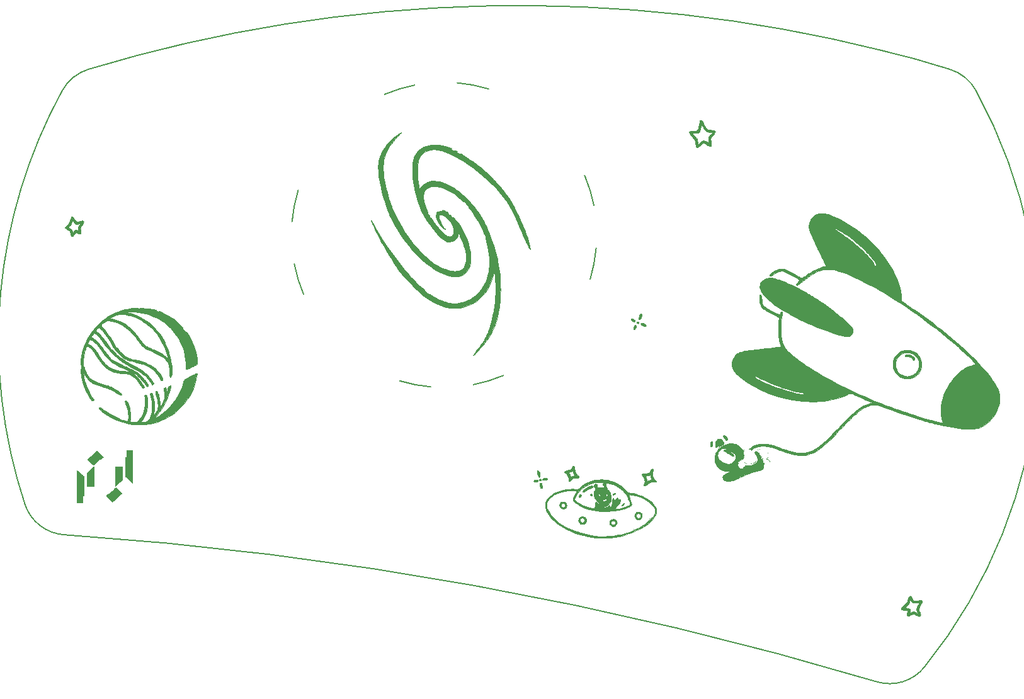
<source format=gbo>
%TF.GenerationSoftware,KiCad,Pcbnew,6.0.4-6f826c9f35~116~ubuntu20.04.1*%
%TF.CreationDate,2022-04-29T22:15:31+02:00*%
%TF.ProjectId,Bottom_Plate,426f7474-6f6d-45f5-906c-6174652e6b69,v0.1*%
%TF.SameCoordinates,Original*%
%TF.FileFunction,Legend,Bot*%
%TF.FilePolarity,Positive*%
%FSLAX46Y46*%
G04 Gerber Fmt 4.6, Leading zero omitted, Abs format (unit mm)*
G04 Created by KiCad (PCBNEW 6.0.4-6f826c9f35~116~ubuntu20.04.1) date 2022-04-29 22:15:31*
%MOMM*%
%LPD*%
G01*
G04 APERTURE LIST*
%TA.AperFunction,Profile*%
%ADD10C,0.150000*%
%TD*%
%ADD11C,0.150000*%
%ADD12C,0.010000*%
%ADD13C,0.200000*%
%ADD14C,0.350000*%
%ADD15C,0.800000*%
%ADD16C,4.500000*%
G04 APERTURE END LIST*
D10*
X262416859Y-203252464D02*
G75*
G03*
X153161630Y-183482473I-143107459J-479082636D01*
G01*
X272205916Y-120898534D02*
G75*
G03*
X271985972Y-120832154I-59168016J-195650166D01*
G01*
X271985971Y-120832156D02*
G75*
G03*
X263040530Y-118362828I-35767871J-112135844D01*
G01*
X147873349Y-179386338D02*
G75*
G03*
X153161630Y-183482474I5694551J1890138D01*
G01*
X275733963Y-123764126D02*
G75*
G03*
X272205916Y-120898534I-5264963J-2877474D01*
G01*
X156412826Y-120898532D02*
G75*
G03*
X152884756Y-123764114I1736874J-5743068D01*
G01*
X262416840Y-203252522D02*
G75*
G03*
X268805219Y-201269252I1717260J5749022D01*
G01*
X152884756Y-123764112D02*
G75*
G03*
X147873339Y-179386340I61424614J-33571068D01*
G01*
X268805218Y-201269250D02*
G75*
G03*
X275733987Y-123764114I-54495848J43934070D01*
G01*
X263040530Y-118362829D02*
G75*
G03*
X156412828Y-120898534I-48731160J-193972341D01*
G01*
D11*
%TO.C,*%
G36*
X157575321Y-172149116D02*
G01*
X157600691Y-172165470D01*
X157652040Y-172207007D01*
X157725107Y-172269991D01*
X157815630Y-172350684D01*
X157919350Y-172445350D01*
X158032005Y-172550252D01*
X158458806Y-172951497D01*
X158253954Y-173142919D01*
X158247027Y-173149392D01*
X158174085Y-173217620D01*
X158077237Y-173308283D01*
X157962700Y-173415558D01*
X157836688Y-173533624D01*
X157705416Y-173656659D01*
X157575101Y-173778840D01*
X157101099Y-174223340D01*
X157097731Y-177027924D01*
X156208731Y-177027924D01*
X156211065Y-175027674D01*
X156634772Y-174628005D01*
X157058479Y-174228337D01*
X156797647Y-173983076D01*
X156755574Y-173943461D01*
X156649116Y-173842844D01*
X156542313Y-173741439D01*
X156445582Y-173649152D01*
X156369341Y-173575887D01*
X156201868Y-173413960D01*
X156267728Y-173352983D01*
X156271317Y-173349649D01*
X156306816Y-173316390D01*
X156368558Y-173258323D01*
X156452764Y-173179009D01*
X156555657Y-173082009D01*
X156673459Y-172970884D01*
X156802392Y-172849196D01*
X156938679Y-172720507D01*
X156974798Y-172686444D01*
X157107019Y-172562644D01*
X157229529Y-172449300D01*
X157338843Y-172349544D01*
X157431480Y-172266505D01*
X157503954Y-172203316D01*
X157552784Y-172163106D01*
X157574487Y-172149007D01*
X157575321Y-172149116D01*
G37*
D12*
X157575321Y-172149116D02*
X157600691Y-172165470D01*
X157652040Y-172207007D01*
X157725107Y-172269991D01*
X157815630Y-172350684D01*
X157919350Y-172445350D01*
X158032005Y-172550252D01*
X158458806Y-172951497D01*
X158253954Y-173142919D01*
X158247027Y-173149392D01*
X158174085Y-173217620D01*
X158077237Y-173308283D01*
X157962700Y-173415558D01*
X157836688Y-173533624D01*
X157705416Y-173656659D01*
X157575101Y-173778840D01*
X157101099Y-174223340D01*
X157097731Y-177027924D01*
X156208731Y-177027924D01*
X156211065Y-175027674D01*
X156634772Y-174628005D01*
X157058479Y-174228337D01*
X156797647Y-173983076D01*
X156755574Y-173943461D01*
X156649116Y-173842844D01*
X156542313Y-173741439D01*
X156445582Y-173649152D01*
X156369341Y-173575887D01*
X156201868Y-173413960D01*
X156267728Y-173352983D01*
X156271317Y-173349649D01*
X156306816Y-173316390D01*
X156368558Y-173258323D01*
X156452764Y-173179009D01*
X156555657Y-173082009D01*
X156673459Y-172970884D01*
X156802392Y-172849196D01*
X156938679Y-172720507D01*
X156974798Y-172686444D01*
X157107019Y-172562644D01*
X157229529Y-172449300D01*
X157338843Y-172349544D01*
X157431480Y-172266505D01*
X157503954Y-172203316D01*
X157552784Y-172163106D01*
X157574487Y-172149007D01*
X157575321Y-172149116D01*
G36*
X154873043Y-174682232D02*
G01*
X154895226Y-174700448D01*
X154943647Y-174743636D01*
X155014170Y-174807999D01*
X155102658Y-174889737D01*
X155204975Y-174985052D01*
X155316984Y-175090146D01*
X155743065Y-175491285D01*
X155743065Y-179123424D01*
X154854065Y-179123424D01*
X154854065Y-176899160D01*
X154854159Y-176666246D01*
X154854576Y-176363442D01*
X154855306Y-176077470D01*
X154856328Y-175810882D01*
X154857621Y-175566225D01*
X154859164Y-175346052D01*
X154860936Y-175152911D01*
X154862916Y-174989353D01*
X154865081Y-174857928D01*
X154867412Y-174761186D01*
X154869887Y-174701677D01*
X154872484Y-174681951D01*
X154873043Y-174682232D01*
G37*
X154873043Y-174682232D02*
X154895226Y-174700448D01*
X154943647Y-174743636D01*
X155014170Y-174807999D01*
X155102658Y-174889737D01*
X155204975Y-174985052D01*
X155316984Y-175090146D01*
X155743065Y-175491285D01*
X155743065Y-179123424D01*
X154854065Y-179123424D01*
X154854065Y-176899160D01*
X154854159Y-176666246D01*
X154854576Y-176363442D01*
X154855306Y-176077470D01*
X154856328Y-175810882D01*
X154857621Y-175566225D01*
X154859164Y-175346052D01*
X154860936Y-175152911D01*
X154862916Y-174989353D01*
X154865081Y-174857928D01*
X154867412Y-174761186D01*
X154869887Y-174701677D01*
X154872484Y-174681951D01*
X154873043Y-174682232D01*
G36*
X162283565Y-174350340D02*
G01*
X162283469Y-174634287D01*
X162283161Y-174926584D01*
X162282657Y-175204138D01*
X162281970Y-175464189D01*
X162281116Y-175703978D01*
X162280109Y-175920746D01*
X162278964Y-176111735D01*
X162277695Y-176274186D01*
X162276317Y-176405339D01*
X162274845Y-176502435D01*
X162273294Y-176562717D01*
X162271678Y-176583424D01*
X162270898Y-176583121D01*
X162248914Y-176565259D01*
X162200820Y-176522481D01*
X162130636Y-176458474D01*
X162042379Y-176376927D01*
X161940068Y-176281528D01*
X161827722Y-176175965D01*
X161395652Y-175768507D01*
X161395108Y-173942882D01*
X161394565Y-172117257D01*
X162283565Y-172117257D01*
X162283565Y-174350340D01*
G37*
X162283565Y-174350340D02*
X162283469Y-174634287D01*
X162283161Y-174926584D01*
X162282657Y-175204138D01*
X162281970Y-175464189D01*
X162281116Y-175703978D01*
X162280109Y-175920746D01*
X162278964Y-176111735D01*
X162277695Y-176274186D01*
X162276317Y-176405339D01*
X162274845Y-176502435D01*
X162273294Y-176562717D01*
X162271678Y-176583424D01*
X162270898Y-176583121D01*
X162248914Y-176565259D01*
X162200820Y-176522481D01*
X162130636Y-176458474D01*
X162042379Y-176376927D01*
X161940068Y-176281528D01*
X161827722Y-176175965D01*
X161395652Y-175768507D01*
X161395108Y-173942882D01*
X161394565Y-172117257D01*
X162283565Y-172117257D01*
X162283565Y-174350340D01*
G36*
X160926967Y-175223465D02*
G01*
X160925035Y-176234174D01*
X160505121Y-176625757D01*
X160499988Y-176630545D01*
X160390030Y-176733696D01*
X160291383Y-176827318D01*
X160208001Y-176907570D01*
X160143841Y-176970613D01*
X160102859Y-177012605D01*
X160089011Y-177029706D01*
X160089136Y-177029972D01*
X160106684Y-177048910D01*
X160150772Y-177092798D01*
X160217405Y-177157765D01*
X160302591Y-177239940D01*
X160402338Y-177335452D01*
X160512651Y-177440431D01*
X160932488Y-177838790D01*
X160819568Y-177951038D01*
X160785693Y-177984146D01*
X160721049Y-178046401D01*
X160633733Y-178129919D01*
X160528143Y-178230512D01*
X160408680Y-178343988D01*
X160279743Y-178466157D01*
X160145731Y-178592828D01*
X160016918Y-178713699D01*
X159897155Y-178824661D01*
X159790082Y-178922450D01*
X159699283Y-179003853D01*
X159628343Y-179065655D01*
X159580846Y-179104644D01*
X159560377Y-179117605D01*
X159547538Y-179108364D01*
X159507562Y-179074271D01*
X159445632Y-179019327D01*
X159366594Y-178948014D01*
X159275297Y-178864811D01*
X159176586Y-178774199D01*
X159075311Y-178680657D01*
X158976317Y-178588665D01*
X158884452Y-178502704D01*
X158804564Y-178427254D01*
X158741500Y-178366794D01*
X158700106Y-178325805D01*
X158685231Y-178308766D01*
X158692675Y-178300942D01*
X158727379Y-178267122D01*
X158787600Y-178209321D01*
X158870227Y-178130501D01*
X158972149Y-178033622D01*
X159090253Y-177921645D01*
X159221429Y-177797531D01*
X159362565Y-177664240D01*
X160039898Y-177025127D01*
X160039898Y-174212757D01*
X160928898Y-174212757D01*
X160926967Y-175223465D01*
G37*
X160926967Y-175223465D02*
X160925035Y-176234174D01*
X160505121Y-176625757D01*
X160499988Y-176630545D01*
X160390030Y-176733696D01*
X160291383Y-176827318D01*
X160208001Y-176907570D01*
X160143841Y-176970613D01*
X160102859Y-177012605D01*
X160089011Y-177029706D01*
X160089136Y-177029972D01*
X160106684Y-177048910D01*
X160150772Y-177092798D01*
X160217405Y-177157765D01*
X160302591Y-177239940D01*
X160402338Y-177335452D01*
X160512651Y-177440431D01*
X160932488Y-177838790D01*
X160819568Y-177951038D01*
X160785693Y-177984146D01*
X160721049Y-178046401D01*
X160633733Y-178129919D01*
X160528143Y-178230512D01*
X160408680Y-178343988D01*
X160279743Y-178466157D01*
X160145731Y-178592828D01*
X160016918Y-178713699D01*
X159897155Y-178824661D01*
X159790082Y-178922450D01*
X159699283Y-179003853D01*
X159628343Y-179065655D01*
X159580846Y-179104644D01*
X159560377Y-179117605D01*
X159547538Y-179108364D01*
X159507562Y-179074271D01*
X159445632Y-179019327D01*
X159366594Y-178948014D01*
X159275297Y-178864811D01*
X159176586Y-178774199D01*
X159075311Y-178680657D01*
X158976317Y-178588665D01*
X158884452Y-178502704D01*
X158804564Y-178427254D01*
X158741500Y-178366794D01*
X158700106Y-178325805D01*
X158685231Y-178308766D01*
X158692675Y-178300942D01*
X158727379Y-178267122D01*
X158787600Y-178209321D01*
X158870227Y-178130501D01*
X158972149Y-178033622D01*
X159090253Y-177921645D01*
X159221429Y-177797531D01*
X159362565Y-177664240D01*
X160039898Y-177025127D01*
X160039898Y-174212757D01*
X160928898Y-174212757D01*
X160926967Y-175223465D01*
D13*
%TO.C,REF\u002A\u002A*%
X224368602Y-139244949D02*
G75*
G03*
X223118930Y-135154198I-20142602J-3917051D01*
G01*
X208143051Y-163304602D02*
G75*
G03*
X212233799Y-162054931I-3917058J20142621D01*
G01*
X223852476Y-149151085D02*
G75*
G03*
X224667702Y-144952117I-19626476J5989085D01*
G01*
X200308949Y-123019398D02*
G75*
G03*
X196218200Y-124269069I3917051J-20142602D01*
G01*
X184599523Y-137172919D02*
G75*
G03*
X183784298Y-141371883I19626598J-5989105D01*
G01*
X184083398Y-147079051D02*
G75*
G03*
X185333069Y-151169800I20142602J3917051D01*
G01*
X198236918Y-162788477D02*
G75*
G03*
X202435883Y-163603702I5989082J19626477D01*
G01*
X210215086Y-123535524D02*
G75*
G03*
X206016117Y-122720298I-5989086J-19626476D01*
G01*
%TO.C,Ref\u002A\u002A*%
G36*
X229510833Y-154413223D02*
G01*
X229606408Y-154445809D01*
X229698885Y-154496579D01*
X229779293Y-154559345D01*
X229838666Y-154627920D01*
X229868035Y-154696116D01*
X229869660Y-154714474D01*
X229852381Y-154777968D01*
X229803175Y-154815438D01*
X229747432Y-154824329D01*
X229708521Y-154815196D01*
X229646191Y-154791317D01*
X229578030Y-154759838D01*
X229464263Y-154691740D01*
X229381588Y-154618182D01*
X229333715Y-154543268D01*
X229323433Y-154478284D01*
X229331071Y-154436211D01*
X229351527Y-154415571D01*
X229397403Y-154406911D01*
X229421127Y-154405009D01*
X229510833Y-154413223D01*
G37*
D12*
X229510833Y-154413223D02*
X229606408Y-154445809D01*
X229698885Y-154496579D01*
X229779293Y-154559345D01*
X229838666Y-154627920D01*
X229868035Y-154696116D01*
X229869660Y-154714474D01*
X229852381Y-154777968D01*
X229803175Y-154815438D01*
X229747432Y-154824329D01*
X229708521Y-154815196D01*
X229646191Y-154791317D01*
X229578030Y-154759838D01*
X229464263Y-154691740D01*
X229381588Y-154618182D01*
X229333715Y-154543268D01*
X229323433Y-154478284D01*
X229331071Y-154436211D01*
X229351527Y-154415571D01*
X229397403Y-154406911D01*
X229421127Y-154405009D01*
X229510833Y-154413223D01*
G36*
X244255734Y-173500530D02*
G01*
X244356794Y-173534596D01*
X244447557Y-173595161D01*
X244522829Y-173678597D01*
X244577418Y-173781273D01*
X244606129Y-173899561D01*
X244603771Y-174029830D01*
X244599902Y-174052933D01*
X244563326Y-174169053D01*
X244503003Y-174275446D01*
X244425112Y-174367341D01*
X244335832Y-174439966D01*
X244241340Y-174488550D01*
X244147817Y-174508321D01*
X244061442Y-174494508D01*
X244040743Y-174484732D01*
X243965244Y-174429677D01*
X243888231Y-174351927D01*
X243825083Y-174267605D01*
X243811837Y-174244746D01*
X243785018Y-174180993D01*
X243770883Y-174107054D01*
X243766567Y-174007534D01*
X243766558Y-174001329D01*
X243777021Y-173866418D01*
X243811992Y-173756830D01*
X243876846Y-173660126D01*
X243942697Y-173593623D01*
X244043492Y-173526414D01*
X244149569Y-173496593D01*
X244255734Y-173500530D01*
G37*
X244255734Y-173500530D02*
X244356794Y-173534596D01*
X244447557Y-173595161D01*
X244522829Y-173678597D01*
X244577418Y-173781273D01*
X244606129Y-173899561D01*
X244603771Y-174029830D01*
X244599902Y-174052933D01*
X244563326Y-174169053D01*
X244503003Y-174275446D01*
X244425112Y-174367341D01*
X244335832Y-174439966D01*
X244241340Y-174488550D01*
X244147817Y-174508321D01*
X244061442Y-174494508D01*
X244040743Y-174484732D01*
X243965244Y-174429677D01*
X243888231Y-174351927D01*
X243825083Y-174267605D01*
X243811837Y-174244746D01*
X243785018Y-174180993D01*
X243770883Y-174107054D01*
X243766567Y-174007534D01*
X243766558Y-174001329D01*
X243777021Y-173866418D01*
X243811992Y-173756830D01*
X243876846Y-173660126D01*
X243942697Y-173593623D01*
X244043492Y-173526414D01*
X244149569Y-173496593D01*
X244255734Y-173500530D01*
G36*
X248286687Y-148963622D02*
G01*
X248467749Y-148986694D01*
X248546466Y-149002226D01*
X248678800Y-149035900D01*
X248838822Y-149083112D01*
X249022359Y-149142182D01*
X249225236Y-149211434D01*
X249443277Y-149289188D01*
X249672310Y-149373767D01*
X249908159Y-149463492D01*
X250146649Y-149556685D01*
X250383607Y-149651669D01*
X250614858Y-149746765D01*
X250836228Y-149840294D01*
X251043541Y-149930579D01*
X251232624Y-150015942D01*
X251399302Y-150094704D01*
X251539401Y-150165187D01*
X251648746Y-150225713D01*
X251723163Y-150274604D01*
X251734827Y-150283965D01*
X251761236Y-150300788D01*
X251819823Y-150334752D01*
X251905456Y-150382992D01*
X252013004Y-150442646D01*
X252137337Y-150510848D01*
X252273323Y-150584735D01*
X252285160Y-150591135D01*
X252445884Y-150678723D01*
X252617109Y-150773300D01*
X252788489Y-150869064D01*
X252949679Y-150960214D01*
X253090332Y-151040948D01*
X253163577Y-151083752D01*
X253300786Y-151164749D01*
X253450127Y-151252947D01*
X253598410Y-151340553D01*
X253732446Y-151419775D01*
X253809160Y-151465140D01*
X253907929Y-151524919D01*
X254033087Y-151602759D01*
X254175892Y-151693102D01*
X254327600Y-151790387D01*
X254479470Y-151889058D01*
X254581743Y-151956340D01*
X254923827Y-152186214D01*
X255266470Y-152423197D01*
X255607578Y-152665534D01*
X255945055Y-152911466D01*
X256276807Y-153159236D01*
X256600740Y-153407088D01*
X256914759Y-153653264D01*
X257216769Y-153896006D01*
X257504677Y-154133559D01*
X257776387Y-154364164D01*
X258029805Y-154586064D01*
X258262837Y-154797502D01*
X258473387Y-154996722D01*
X258659362Y-155181965D01*
X258818667Y-155351475D01*
X258949207Y-155503494D01*
X259048888Y-155636266D01*
X259115615Y-155748032D01*
X259124813Y-155767691D01*
X259170276Y-155921077D01*
X259178252Y-156084109D01*
X259150234Y-156249917D01*
X259087711Y-156411628D01*
X258992176Y-156562371D01*
X258938835Y-156624772D01*
X258850057Y-156707635D01*
X258757015Y-156767243D01*
X258653322Y-156804844D01*
X258532589Y-156821688D01*
X258388431Y-156819023D01*
X258214459Y-156798099D01*
X258127160Y-156783490D01*
X257782096Y-156713774D01*
X257405386Y-156622567D01*
X257000873Y-156511458D01*
X256572399Y-156382033D01*
X256123809Y-156235881D01*
X255658946Y-156074590D01*
X255181652Y-155899747D01*
X254695771Y-155712941D01*
X254205145Y-155515758D01*
X253713619Y-155309786D01*
X253225035Y-155096614D01*
X252743237Y-154877829D01*
X252272067Y-154655019D01*
X251815369Y-154429772D01*
X251376986Y-154203675D01*
X250960761Y-153978317D01*
X250570538Y-153755284D01*
X250210159Y-153536165D01*
X250104993Y-153469211D01*
X249975940Y-153388523D01*
X249826264Y-153298787D01*
X249673111Y-153210077D01*
X249533626Y-153132466D01*
X249512327Y-153121005D01*
X249028994Y-152840137D01*
X248568319Y-152526195D01*
X248127258Y-152176911D01*
X247702769Y-151790015D01*
X247626084Y-151714406D01*
X247378016Y-151456315D01*
X247167778Y-151214507D01*
X246994642Y-150987794D01*
X246857878Y-150774988D01*
X246756757Y-150574900D01*
X246690550Y-150386341D01*
X246658528Y-150208124D01*
X246655078Y-150131663D01*
X246674536Y-149914057D01*
X246732289Y-149711442D01*
X246826115Y-149526535D01*
X246953793Y-149362053D01*
X247113102Y-149220713D01*
X247301821Y-149105233D01*
X247517730Y-149018330D01*
X247579800Y-149000279D01*
X247728210Y-148971721D01*
X247904064Y-148956110D01*
X248094507Y-148953418D01*
X248286687Y-148963622D01*
G37*
X248286687Y-148963622D02*
X248467749Y-148986694D01*
X248546466Y-149002226D01*
X248678800Y-149035900D01*
X248838822Y-149083112D01*
X249022359Y-149142182D01*
X249225236Y-149211434D01*
X249443277Y-149289188D01*
X249672310Y-149373767D01*
X249908159Y-149463492D01*
X250146649Y-149556685D01*
X250383607Y-149651669D01*
X250614858Y-149746765D01*
X250836228Y-149840294D01*
X251043541Y-149930579D01*
X251232624Y-150015942D01*
X251399302Y-150094704D01*
X251539401Y-150165187D01*
X251648746Y-150225713D01*
X251723163Y-150274604D01*
X251734827Y-150283965D01*
X251761236Y-150300788D01*
X251819823Y-150334752D01*
X251905456Y-150382992D01*
X252013004Y-150442646D01*
X252137337Y-150510848D01*
X252273323Y-150584735D01*
X252285160Y-150591135D01*
X252445884Y-150678723D01*
X252617109Y-150773300D01*
X252788489Y-150869064D01*
X252949679Y-150960214D01*
X253090332Y-151040948D01*
X253163577Y-151083752D01*
X253300786Y-151164749D01*
X253450127Y-151252947D01*
X253598410Y-151340553D01*
X253732446Y-151419775D01*
X253809160Y-151465140D01*
X253907929Y-151524919D01*
X254033087Y-151602759D01*
X254175892Y-151693102D01*
X254327600Y-151790387D01*
X254479470Y-151889058D01*
X254581743Y-151956340D01*
X254923827Y-152186214D01*
X255266470Y-152423197D01*
X255607578Y-152665534D01*
X255945055Y-152911466D01*
X256276807Y-153159236D01*
X256600740Y-153407088D01*
X256914759Y-153653264D01*
X257216769Y-153896006D01*
X257504677Y-154133559D01*
X257776387Y-154364164D01*
X258029805Y-154586064D01*
X258262837Y-154797502D01*
X258473387Y-154996722D01*
X258659362Y-155181965D01*
X258818667Y-155351475D01*
X258949207Y-155503494D01*
X259048888Y-155636266D01*
X259115615Y-155748032D01*
X259124813Y-155767691D01*
X259170276Y-155921077D01*
X259178252Y-156084109D01*
X259150234Y-156249917D01*
X259087711Y-156411628D01*
X258992176Y-156562371D01*
X258938835Y-156624772D01*
X258850057Y-156707635D01*
X258757015Y-156767243D01*
X258653322Y-156804844D01*
X258532589Y-156821688D01*
X258388431Y-156819023D01*
X258214459Y-156798099D01*
X258127160Y-156783490D01*
X257782096Y-156713774D01*
X257405386Y-156622567D01*
X257000873Y-156511458D01*
X256572399Y-156382033D01*
X256123809Y-156235881D01*
X255658946Y-156074590D01*
X255181652Y-155899747D01*
X254695771Y-155712941D01*
X254205145Y-155515758D01*
X253713619Y-155309786D01*
X253225035Y-155096614D01*
X252743237Y-154877829D01*
X252272067Y-154655019D01*
X251815369Y-154429772D01*
X251376986Y-154203675D01*
X250960761Y-153978317D01*
X250570538Y-153755284D01*
X250210159Y-153536165D01*
X250104993Y-153469211D01*
X249975940Y-153388523D01*
X249826264Y-153298787D01*
X249673111Y-153210077D01*
X249533626Y-153132466D01*
X249512327Y-153121005D01*
X249028994Y-152840137D01*
X248568319Y-152526195D01*
X248127258Y-152176911D01*
X247702769Y-151790015D01*
X247626084Y-151714406D01*
X247378016Y-151456315D01*
X247167778Y-151214507D01*
X246994642Y-150987794D01*
X246857878Y-150774988D01*
X246756757Y-150574900D01*
X246690550Y-150386341D01*
X246658528Y-150208124D01*
X246655078Y-150131663D01*
X246674536Y-149914057D01*
X246732289Y-149711442D01*
X246826115Y-149526535D01*
X246953793Y-149362053D01*
X247113102Y-149220713D01*
X247301821Y-149105233D01*
X247517730Y-149018330D01*
X247579800Y-149000279D01*
X247728210Y-148971721D01*
X247904064Y-148956110D01*
X248094507Y-148953418D01*
X248286687Y-148963622D01*
G36*
X241300650Y-170564900D02*
G01*
X241362485Y-170577422D01*
X241418212Y-170603897D01*
X241444104Y-170620270D01*
X241543736Y-170706980D01*
X241634328Y-170824692D01*
X241709209Y-170962143D01*
X241761708Y-171108069D01*
X241778053Y-171184209D01*
X241780741Y-171246290D01*
X241759875Y-171296532D01*
X241736516Y-171326975D01*
X241653420Y-171397218D01*
X241535163Y-171455433D01*
X241387805Y-171499237D01*
X241235022Y-171524397D01*
X241112233Y-171541909D01*
X241016064Y-171565983D01*
X240930867Y-171600767D01*
X240913059Y-171609741D01*
X240825070Y-171652336D01*
X240765928Y-171670900D01*
X240728916Y-171664361D01*
X240707313Y-171631648D01*
X240694882Y-171574935D01*
X240688426Y-171483139D01*
X240690384Y-171365890D01*
X240699535Y-171238957D01*
X240714658Y-171118109D01*
X240734533Y-171019117D01*
X240739170Y-171002672D01*
X240792806Y-170867166D01*
X240864612Y-170746898D01*
X240947357Y-170653062D01*
X240983629Y-170624227D01*
X241041022Y-170588847D01*
X241094621Y-170569901D01*
X241162245Y-170562572D01*
X241214729Y-170561746D01*
X241300650Y-170564900D01*
G37*
X241300650Y-170564900D02*
X241362485Y-170577422D01*
X241418212Y-170603897D01*
X241444104Y-170620270D01*
X241543736Y-170706980D01*
X241634328Y-170824692D01*
X241709209Y-170962143D01*
X241761708Y-171108069D01*
X241778053Y-171184209D01*
X241780741Y-171246290D01*
X241759875Y-171296532D01*
X241736516Y-171326975D01*
X241653420Y-171397218D01*
X241535163Y-171455433D01*
X241387805Y-171499237D01*
X241235022Y-171524397D01*
X241112233Y-171541909D01*
X241016064Y-171565983D01*
X240930867Y-171600767D01*
X240913059Y-171609741D01*
X240825070Y-171652336D01*
X240765928Y-171670900D01*
X240728916Y-171664361D01*
X240707313Y-171631648D01*
X240694882Y-171574935D01*
X240688426Y-171483139D01*
X240690384Y-171365890D01*
X240699535Y-171238957D01*
X240714658Y-171118109D01*
X240734533Y-171019117D01*
X240739170Y-171002672D01*
X240792806Y-170867166D01*
X240864612Y-170746898D01*
X240947357Y-170653062D01*
X240983629Y-170624227D01*
X241041022Y-170588847D01*
X241094621Y-170569901D01*
X241162245Y-170562572D01*
X241214729Y-170561746D01*
X241300650Y-170564900D01*
G36*
X159594919Y-153838258D02*
G01*
X160078503Y-153607656D01*
X160576098Y-153412489D01*
X161056827Y-153260433D01*
X161341554Y-153186120D01*
X161635870Y-153120448D01*
X161933015Y-153064325D01*
X162226234Y-153018658D01*
X162508769Y-152984354D01*
X162773864Y-152962323D01*
X163014760Y-152953472D01*
X163224700Y-152958707D01*
X163274129Y-152962556D01*
X163687481Y-153001433D01*
X164060252Y-153039152D01*
X164394169Y-153075969D01*
X164690962Y-153112137D01*
X164952360Y-153147911D01*
X165180090Y-153183545D01*
X165375880Y-153219294D01*
X165541461Y-153255412D01*
X165678559Y-153292152D01*
X165788904Y-153329770D01*
X165799868Y-153334128D01*
X165954938Y-153401477D01*
X166138771Y-153489242D01*
X166345117Y-153594043D01*
X166567725Y-153712500D01*
X166800346Y-153841233D01*
X167036728Y-153976863D01*
X167270623Y-154116009D01*
X167449160Y-154225967D01*
X167634065Y-154343192D01*
X167793639Y-154448282D01*
X167935092Y-154546990D01*
X168065633Y-154645068D01*
X168192474Y-154748270D01*
X168322823Y-154862348D01*
X168463891Y-154993054D01*
X168622887Y-155146143D01*
X168712368Y-155233869D01*
X168915376Y-155435347D01*
X169088556Y-155610807D01*
X169233774Y-155762294D01*
X169352894Y-155891857D01*
X169447782Y-156001544D01*
X169520302Y-156093401D01*
X169572319Y-156169476D01*
X169586497Y-156193594D01*
X169617984Y-156247537D01*
X169666670Y-156327986D01*
X169726939Y-156425789D01*
X169793173Y-156531794D01*
X169824334Y-156581163D01*
X170112664Y-157075894D01*
X170364571Y-157591949D01*
X170579839Y-158128715D01*
X170758249Y-158685578D01*
X170899584Y-159261925D01*
X171003627Y-159857142D01*
X171015649Y-159945317D01*
X171035705Y-160114183D01*
X171045412Y-160247890D01*
X171043471Y-160352633D01*
X171028584Y-160434609D01*
X170999452Y-160500013D01*
X170954779Y-160555040D01*
X170893265Y-160605886D01*
X170874466Y-160619108D01*
X170809783Y-160659114D01*
X170717617Y-160710076D01*
X170603893Y-160769239D01*
X170474538Y-160833853D01*
X170335477Y-160901164D01*
X170192634Y-160968419D01*
X170051935Y-161032868D01*
X169919306Y-161091756D01*
X169800672Y-161142333D01*
X169701958Y-161181844D01*
X169629089Y-161207538D01*
X169588086Y-161216663D01*
X169553053Y-161212092D01*
X169529040Y-161194035D01*
X169514021Y-161155975D01*
X169505970Y-161091397D01*
X169502860Y-160993783D01*
X169502541Y-160941496D01*
X169499618Y-160792924D01*
X169491984Y-160615689D01*
X169480555Y-160423088D01*
X169466246Y-160228416D01*
X169449971Y-160044969D01*
X169432645Y-159886043D01*
X169426797Y-159840829D01*
X169333407Y-159298472D01*
X169202698Y-158773721D01*
X169033177Y-158261633D01*
X168823353Y-157757265D01*
X168752820Y-157607746D01*
X168524707Y-157169490D01*
X168279859Y-156764158D01*
X168012781Y-156383859D01*
X167717975Y-156020703D01*
X167427993Y-155705690D01*
X167021852Y-155316216D01*
X166597305Y-154964741D01*
X166153920Y-154651048D01*
X165691266Y-154374919D01*
X165208910Y-154136137D01*
X164706422Y-153934486D01*
X164183370Y-153769746D01*
X163639322Y-153641702D01*
X163173493Y-153563414D01*
X163085615Y-153553972D01*
X162965312Y-153545067D01*
X162819569Y-153536874D01*
X162655372Y-153529568D01*
X162479708Y-153523327D01*
X162299563Y-153518324D01*
X162121924Y-153514738D01*
X161953775Y-153512742D01*
X161802105Y-153512514D01*
X161673898Y-153514229D01*
X161576141Y-153518063D01*
X161530038Y-153522043D01*
X161470707Y-153531278D01*
X161440918Y-153541334D01*
X161442838Y-153553239D01*
X161478632Y-153568025D01*
X161550467Y-153586721D01*
X161660508Y-153610356D01*
X161755491Y-153629235D01*
X161890415Y-153657516D01*
X162039591Y-153691947D01*
X162183206Y-153727806D01*
X162283460Y-153755115D01*
X162721567Y-153902267D01*
X163155773Y-154089301D01*
X163583340Y-154313783D01*
X164001530Y-154573277D01*
X164407603Y-154865349D01*
X164798822Y-155187564D01*
X165172448Y-155537486D01*
X165525741Y-155912681D01*
X165855964Y-156310714D01*
X166160379Y-156729150D01*
X166436245Y-157165554D01*
X166680826Y-157617490D01*
X166721876Y-157701465D01*
X166912513Y-158132468D01*
X167086837Y-158596922D01*
X167242988Y-159088488D01*
X167379105Y-159600825D01*
X167493328Y-160127595D01*
X167576564Y-160613413D01*
X167595868Y-160765525D01*
X167611821Y-160936969D01*
X167624114Y-161118917D01*
X167632439Y-161302545D01*
X167636486Y-161479026D01*
X167635949Y-161639534D01*
X167630517Y-161775243D01*
X167620594Y-161872829D01*
X167590781Y-162011140D01*
X167548748Y-162127455D01*
X167497520Y-162215482D01*
X167440125Y-162268927D01*
X167426938Y-162275433D01*
X167379374Y-162289791D01*
X167350293Y-162288859D01*
X167349363Y-162288088D01*
X167345069Y-162264255D01*
X167339534Y-162203413D01*
X167333084Y-162110857D01*
X167326048Y-161991881D01*
X167318753Y-161851781D01*
X167311526Y-161695851D01*
X167308878Y-161633843D01*
X167297674Y-161390330D01*
X167285017Y-161183354D01*
X167269338Y-161007117D01*
X167249072Y-160855824D01*
X167222653Y-160723676D01*
X167188513Y-160604878D01*
X167145086Y-160493633D01*
X167090805Y-160384144D01*
X167024105Y-160270614D01*
X166943419Y-160147246D01*
X166883664Y-160060377D01*
X166796159Y-159950027D01*
X166681977Y-159828934D01*
X166551310Y-159707163D01*
X166414347Y-159594777D01*
X166405138Y-159587787D01*
X166339564Y-159544021D01*
X166240936Y-159485874D01*
X166114860Y-159416215D01*
X165966943Y-159337910D01*
X165802791Y-159253827D01*
X165628012Y-159166832D01*
X165448211Y-159079794D01*
X165268995Y-158995580D01*
X165095970Y-158917056D01*
X165078493Y-158909304D01*
X164800815Y-158785056D01*
X164558102Y-158672515D01*
X164345831Y-158568130D01*
X164159480Y-158468349D01*
X163994527Y-158369622D01*
X163846448Y-158268398D01*
X163710721Y-158161124D01*
X163582823Y-158044251D01*
X163458232Y-157914226D01*
X163332424Y-157767498D01*
X163200878Y-157600518D01*
X163059070Y-157409732D01*
X162917147Y-157212228D01*
X162765749Y-157001858D01*
X162631304Y-156820935D01*
X162508457Y-156662929D01*
X162391851Y-156521308D01*
X162276130Y-156389542D01*
X162155937Y-156261100D01*
X162043064Y-156146479D01*
X161712695Y-155841214D01*
X161371682Y-155573999D01*
X161014919Y-155341781D01*
X160637300Y-155141504D01*
X160233722Y-154970115D01*
X159869018Y-154845652D01*
X159629354Y-154776856D01*
X159420924Y-154729197D01*
X159237845Y-154703453D01*
X159074234Y-154700403D01*
X158924207Y-154720827D01*
X158781882Y-154765504D01*
X158641375Y-154835212D01*
X158496802Y-154930731D01*
X158349384Y-155046886D01*
X158249879Y-155131066D01*
X158179264Y-155193947D01*
X158133255Y-155240528D01*
X158107569Y-155275809D01*
X158097923Y-155304792D01*
X158100034Y-155332475D01*
X158101086Y-155336768D01*
X158119120Y-155366950D01*
X158161754Y-155421907D01*
X158224187Y-155495953D01*
X158301620Y-155583401D01*
X158389256Y-155678566D01*
X158392085Y-155681579D01*
X158583449Y-155893476D01*
X158765816Y-156113128D01*
X158943432Y-156346460D01*
X159120541Y-156599395D01*
X159301388Y-156877859D01*
X159490220Y-157187775D01*
X159575158Y-157332579D01*
X159767467Y-157654094D01*
X159951811Y-157941383D01*
X160132788Y-158200650D01*
X160314991Y-158438095D01*
X160503018Y-158659921D01*
X160701463Y-158872329D01*
X160759564Y-158931004D01*
X161034810Y-159188318D01*
X161306491Y-159406698D01*
X161578455Y-159588890D01*
X161854554Y-159737638D01*
X161953927Y-159782761D01*
X162155378Y-159858870D01*
X162364534Y-159914501D01*
X162594237Y-159952700D01*
X162732281Y-159967232D01*
X162918013Y-159993301D01*
X163131850Y-160040026D01*
X163366647Y-160104618D01*
X163615260Y-160184289D01*
X163870544Y-160276252D01*
X164125355Y-160377718D01*
X164372548Y-160485900D01*
X164604980Y-160598009D01*
X164815504Y-160711257D01*
X164996978Y-160822857D01*
X165086175Y-160885784D01*
X165244288Y-161013141D01*
X165402996Y-161157211D01*
X165559390Y-161314013D01*
X165710561Y-161479569D01*
X165853600Y-161649900D01*
X165985596Y-161821026D01*
X166103641Y-161988968D01*
X166204825Y-162149748D01*
X166286239Y-162299386D01*
X166344972Y-162433902D01*
X166378117Y-162549319D01*
X166382763Y-162641656D01*
X166380306Y-162655708D01*
X166349371Y-162709039D01*
X166292768Y-162747211D01*
X166226827Y-162760405D01*
X166209545Y-162758412D01*
X166186196Y-162737785D01*
X166146208Y-162684597D01*
X166092817Y-162603663D01*
X166029262Y-162499799D01*
X165987037Y-162427503D01*
X165869901Y-162228635D01*
X165763617Y-162060028D01*
X165662052Y-161913168D01*
X165559071Y-161779540D01*
X165448539Y-161650629D01*
X165353660Y-161548424D01*
X165117127Y-161321111D01*
X164865665Y-161120566D01*
X164593721Y-160943420D01*
X164295744Y-160786300D01*
X163966182Y-160645838D01*
X163723827Y-160558995D01*
X163639019Y-160532268D01*
X163521077Y-160497501D01*
X163377940Y-160456909D01*
X163217547Y-160412705D01*
X163047836Y-160367103D01*
X162876748Y-160322318D01*
X162855993Y-160316973D01*
X162510643Y-160225542D01*
X162204661Y-160138923D01*
X161938619Y-160057297D01*
X161713090Y-159980843D01*
X161528643Y-159909741D01*
X161447810Y-159874320D01*
X161313406Y-159807241D01*
X161185210Y-159731864D01*
X161057096Y-159643553D01*
X160922942Y-159537671D01*
X160776621Y-159409581D01*
X160612009Y-159254646D01*
X160551616Y-159195842D01*
X160393847Y-159039097D01*
X160256544Y-158897220D01*
X160135033Y-158764035D01*
X160024644Y-158633363D01*
X159920701Y-158499026D01*
X159818534Y-158354846D01*
X159713469Y-158194646D01*
X159600834Y-158012248D01*
X159475955Y-157801472D01*
X159406492Y-157681829D01*
X159248305Y-157410812D01*
X159105385Y-157172296D01*
X158974180Y-156960862D01*
X158851142Y-156771091D01*
X158732718Y-156597562D01*
X158615359Y-156434857D01*
X158495513Y-156277554D01*
X158442746Y-156210746D01*
X158326012Y-156069975D01*
X158210587Y-155941117D01*
X158100506Y-155827949D01*
X157999800Y-155734248D01*
X157912505Y-155663793D01*
X157842653Y-155620362D01*
X157798708Y-155607496D01*
X157770102Y-155622301D01*
X157720453Y-155662288D01*
X157656631Y-155720812D01*
X157585507Y-155791228D01*
X157513953Y-155866892D01*
X157448839Y-155941160D01*
X157430391Y-155963662D01*
X157386504Y-156028642D01*
X157378423Y-156076950D01*
X157408072Y-156116995D01*
X157474368Y-156155737D01*
X157648979Y-156258517D01*
X157827853Y-156398891D01*
X158000801Y-156567328D01*
X158054324Y-156625947D01*
X158108341Y-156688312D01*
X158165896Y-156758438D01*
X158230031Y-156840338D01*
X158303787Y-156938025D01*
X158390208Y-157055512D01*
X158492336Y-157196813D01*
X158613214Y-157365941D01*
X158717321Y-157512496D01*
X159082645Y-158003792D01*
X159453550Y-158454632D01*
X159831746Y-158866716D01*
X160218942Y-159241744D01*
X160616849Y-159581416D01*
X161027175Y-159887432D01*
X161265279Y-160046179D01*
X161349599Y-160099372D01*
X161435671Y-160152004D01*
X161528195Y-160206712D01*
X161631868Y-160266133D01*
X161751391Y-160332903D01*
X161891461Y-160409658D01*
X162056777Y-160499035D01*
X162252037Y-160603670D01*
X162390327Y-160677431D01*
X162778720Y-160890213D01*
X163129225Y-161095089D01*
X163445004Y-161294477D01*
X163729222Y-161490799D01*
X163985045Y-161686474D01*
X164215637Y-161883922D01*
X164424162Y-162085562D01*
X164613786Y-162293816D01*
X164786888Y-162510057D01*
X164878927Y-162635904D01*
X164964960Y-162759701D01*
X165041492Y-162875859D01*
X165105026Y-162978788D01*
X165152066Y-163062898D01*
X165179118Y-163122600D01*
X165184327Y-163145561D01*
X165166879Y-163181104D01*
X165123415Y-163222699D01*
X165067251Y-163260745D01*
X165011703Y-163285640D01*
X164983621Y-163290264D01*
X164953449Y-163275914D01*
X164910513Y-163231768D01*
X164852277Y-163154919D01*
X164803570Y-163083889D01*
X164657889Y-162872945D01*
X164512040Y-162677650D01*
X164362741Y-162495368D01*
X164206708Y-162323467D01*
X164040660Y-162159314D01*
X163861314Y-162000275D01*
X163665388Y-161843716D01*
X163449599Y-161687005D01*
X163210665Y-161527508D01*
X162945303Y-161362591D01*
X162650231Y-161189621D01*
X162322166Y-161005965D01*
X161988160Y-160825179D01*
X161713166Y-160676271D01*
X161470891Y-160540500D01*
X161255255Y-160414068D01*
X161060178Y-160293175D01*
X160879582Y-160174025D01*
X160707386Y-160052818D01*
X160537510Y-159925757D01*
X160491577Y-159890207D01*
X160142826Y-159603538D01*
X159805892Y-159295447D01*
X159477405Y-158962249D01*
X159153998Y-158600257D01*
X158832300Y-158205785D01*
X158508943Y-157775148D01*
X158337602Y-157533663D01*
X158208892Y-157350722D01*
X158098245Y-157197878D01*
X158001089Y-157069455D01*
X157912850Y-156959777D01*
X157828956Y-156863166D01*
X157744834Y-156773947D01*
X157655913Y-156686443D01*
X157652463Y-156683157D01*
X157535567Y-156579304D01*
X157424218Y-156494307D01*
X157323310Y-156431024D01*
X157237734Y-156392310D01*
X157172382Y-156381023D01*
X157146468Y-156387732D01*
X157117359Y-156412875D01*
X157069832Y-156463963D01*
X157010578Y-156532855D01*
X156946285Y-156611412D01*
X156883643Y-156691495D01*
X156829341Y-156764963D01*
X156795842Y-156814384D01*
X156757607Y-156874699D01*
X157039258Y-157059936D01*
X157156331Y-157139201D01*
X157257945Y-157214012D01*
X157354031Y-157292659D01*
X157454517Y-157383431D01*
X157569334Y-157494618D01*
X157617720Y-157542875D01*
X157787197Y-157717224D01*
X157938626Y-157883352D01*
X158079225Y-158050239D01*
X158216210Y-158226866D01*
X158356799Y-158422213D01*
X158508211Y-158645258D01*
X158529004Y-158676663D01*
X158658770Y-158871452D01*
X158770889Y-159035610D01*
X158869599Y-159174740D01*
X158959135Y-159294449D01*
X159043735Y-159400342D01*
X159127635Y-159498026D01*
X159215073Y-159593106D01*
X159246429Y-159625908D01*
X159342981Y-159721564D01*
X159441061Y-159808333D01*
X159547613Y-159891184D01*
X159669584Y-159975087D01*
X159813921Y-160065013D01*
X159987568Y-160165931D01*
X160051410Y-160201889D01*
X160185123Y-160275419D01*
X160336239Y-160356267D01*
X160498552Y-160441312D01*
X160665856Y-160527435D01*
X160831946Y-160611515D01*
X160990616Y-160690433D01*
X161135659Y-160761068D01*
X161260870Y-160820300D01*
X161360043Y-160865009D01*
X161416660Y-160888296D01*
X161645361Y-160979234D01*
X161883152Y-161082016D01*
X162121287Y-161192363D01*
X162351018Y-161305995D01*
X162563598Y-161418632D01*
X162750280Y-161525994D01*
X162855993Y-161592503D01*
X162934772Y-161650830D01*
X163036232Y-161735866D01*
X163155172Y-161842469D01*
X163286387Y-161965496D01*
X163424677Y-162099804D01*
X163564837Y-162240251D01*
X163701666Y-162381694D01*
X163829961Y-162518990D01*
X163944519Y-162646996D01*
X164040137Y-162760569D01*
X164049637Y-162772413D01*
X164167400Y-162923921D01*
X164268742Y-163062002D01*
X164350975Y-163182631D01*
X164411413Y-163281783D01*
X164447370Y-163355433D01*
X164454966Y-163379714D01*
X164451916Y-163446751D01*
X164417075Y-163498435D01*
X164359880Y-163529029D01*
X164289767Y-163532796D01*
X164233710Y-163514220D01*
X164198818Y-163485162D01*
X164144872Y-163426232D01*
X164076339Y-163342756D01*
X163997685Y-163240058D01*
X163955669Y-163182763D01*
X163737121Y-162891997D01*
X163523063Y-162632493D01*
X163308235Y-162400219D01*
X163087379Y-162191146D01*
X162855236Y-162001240D01*
X162606546Y-161826471D01*
X162336051Y-161662806D01*
X162038492Y-161506216D01*
X161708610Y-161352667D01*
X161395493Y-161220155D01*
X161017104Y-161062282D01*
X160675828Y-160911224D01*
X160367640Y-160763803D01*
X160088517Y-160616839D01*
X159834435Y-160467153D01*
X159601370Y-160311566D01*
X159385298Y-160146898D01*
X159182196Y-159969971D01*
X158988039Y-159777605D01*
X158798804Y-159566621D01*
X158610466Y-159333839D01*
X158419002Y-159076081D01*
X158220388Y-158790167D01*
X158109274Y-158623746D01*
X157994508Y-158456155D01*
X157878262Y-158300482D01*
X157751413Y-158145272D01*
X157604842Y-157979070D01*
X157537815Y-157906046D01*
X157393803Y-157757600D01*
X157249948Y-157622366D01*
X157109984Y-157502957D01*
X156977650Y-157401984D01*
X156856681Y-157322060D01*
X156750814Y-157265795D01*
X156663786Y-157235802D01*
X156599333Y-157234692D01*
X156585235Y-157240232D01*
X156559228Y-157268283D01*
X156521815Y-157326110D01*
X156477670Y-157404331D01*
X156431464Y-157493561D01*
X156387868Y-157584415D01*
X156351556Y-157667508D01*
X156327199Y-157733458D01*
X156319469Y-157772879D01*
X156319581Y-157773835D01*
X156333521Y-157800469D01*
X156371478Y-157833414D01*
X156438168Y-157876004D01*
X156538308Y-157931573D01*
X156556042Y-157940989D01*
X156703139Y-158023488D01*
X156834244Y-158108593D01*
X156953767Y-158201026D01*
X157066115Y-158305508D01*
X157175697Y-158426763D01*
X157286922Y-158569512D01*
X157404198Y-158738477D01*
X157531932Y-158938380D01*
X157616453Y-159076838D01*
X157837618Y-159431389D01*
X158051413Y-159747600D01*
X158260449Y-160028271D01*
X158467333Y-160276202D01*
X158674677Y-160494193D01*
X158885091Y-160685045D01*
X159101184Y-160851558D01*
X159325566Y-160996531D01*
X159490493Y-161087485D01*
X159636766Y-161160155D01*
X159776556Y-161222957D01*
X159914793Y-161276921D01*
X160056408Y-161323075D01*
X160206331Y-161362448D01*
X160369493Y-161396068D01*
X160550824Y-161424964D01*
X160755253Y-161450165D01*
X160987712Y-161472699D01*
X161253131Y-161493595D01*
X161524573Y-161511870D01*
X161723546Y-161528826D01*
X161889915Y-161553743D01*
X162033074Y-161589281D01*
X162162420Y-161638098D01*
X162287349Y-161702853D01*
X162361339Y-161748666D01*
X162488065Y-161842256D01*
X162631662Y-161967692D01*
X162787822Y-162120164D01*
X162952237Y-162294863D01*
X163120597Y-162486982D01*
X163288595Y-162691710D01*
X163451921Y-162904240D01*
X163606268Y-163119763D01*
X163657861Y-163195746D01*
X163745960Y-163329629D01*
X163810939Y-163433967D01*
X163855033Y-163513114D01*
X163880476Y-163571425D01*
X163889502Y-163613257D01*
X163885674Y-163639807D01*
X163858227Y-163669861D01*
X163805952Y-163703196D01*
X163744049Y-163732486D01*
X163687718Y-163750408D01*
X163654928Y-163750998D01*
X163634556Y-163729940D01*
X163596338Y-163678414D01*
X163544242Y-163602232D01*
X163482235Y-163507206D01*
X163414285Y-163399147D01*
X163410063Y-163392306D01*
X163332341Y-163268252D01*
X163251244Y-163142274D01*
X163173433Y-163024482D01*
X163105567Y-162924990D01*
X163063852Y-162866639D01*
X162946166Y-162719120D01*
X162810654Y-162568311D01*
X162666174Y-162422898D01*
X162521584Y-162291568D01*
X162385740Y-162183005D01*
X162320927Y-162138064D01*
X162161753Y-162042022D01*
X162008292Y-161966212D01*
X161851692Y-161908068D01*
X161683098Y-161865022D01*
X161493657Y-161834506D01*
X161274516Y-161813955D01*
X161183827Y-161808345D01*
X160904295Y-161790187D01*
X160659963Y-161767903D01*
X160443805Y-161740350D01*
X160248793Y-161706387D01*
X160067898Y-161664870D01*
X159894095Y-161614659D01*
X159800639Y-161583500D01*
X159520777Y-161472570D01*
X159253733Y-161338172D01*
X158997248Y-161178177D01*
X158749065Y-160990453D01*
X158506927Y-160772871D01*
X158268575Y-160523301D01*
X158031753Y-160239612D01*
X157794203Y-159919676D01*
X157553666Y-159561361D01*
X157404027Y-159322246D01*
X157220907Y-159034435D01*
X157047864Y-158787204D01*
X156884506Y-158580117D01*
X156730440Y-158412735D01*
X156585274Y-158284620D01*
X156448616Y-158195335D01*
X156359562Y-158156305D01*
X156286556Y-158139359D01*
X156224799Y-158145831D01*
X156170844Y-158179231D01*
X156121243Y-158243067D01*
X156072549Y-158340849D01*
X156021313Y-158476085D01*
X156008584Y-158513524D01*
X155954784Y-158690568D01*
X155902835Y-158892094D01*
X155853843Y-159111036D01*
X155808911Y-159340327D01*
X155769142Y-159572901D01*
X155735642Y-159801692D01*
X155709515Y-160019632D01*
X155691863Y-160219655D01*
X155683792Y-160394695D01*
X155686406Y-160537685D01*
X155688402Y-160562828D01*
X155703289Y-160646497D01*
X155733848Y-160760922D01*
X155777281Y-160898770D01*
X155830788Y-161052705D01*
X155891574Y-161215392D01*
X155956838Y-161379497D01*
X156023785Y-161537683D01*
X156089616Y-161682617D01*
X156151532Y-161806964D01*
X156188092Y-161872829D01*
X156366283Y-162140131D01*
X156566353Y-162373630D01*
X156786594Y-162571473D01*
X156916037Y-162664634D01*
X157063484Y-162756596D01*
X157217115Y-162840658D01*
X157382757Y-162919197D01*
X157566234Y-162994586D01*
X157773374Y-163069200D01*
X158010001Y-163145414D01*
X158281943Y-163225603D01*
X158315864Y-163235221D01*
X158562897Y-163306252D01*
X158775829Y-163370487D01*
X158961849Y-163430484D01*
X159128143Y-163488803D01*
X159281897Y-163548004D01*
X159430298Y-163610646D01*
X159580533Y-163679289D01*
X159633252Y-163704423D01*
X159878220Y-163830128D01*
X160111171Y-163964917D01*
X160325731Y-164104502D01*
X160515525Y-164244596D01*
X160674179Y-164380911D01*
X160746014Y-164452890D01*
X160812210Y-164533244D01*
X160841673Y-164593579D01*
X160834458Y-164634819D01*
X160790623Y-164657889D01*
X160758832Y-164662599D01*
X160658414Y-164653164D01*
X160535360Y-164609723D01*
X160389133Y-164532036D01*
X160225314Y-164424207D01*
X160032059Y-164291552D01*
X159846183Y-164173679D01*
X159661814Y-164068028D01*
X159473079Y-163972040D01*
X159274105Y-163883155D01*
X159059018Y-163798814D01*
X158821947Y-163716458D01*
X158557019Y-163633526D01*
X158258360Y-163547461D01*
X158136377Y-163513831D01*
X157819309Y-163423644D01*
X157539793Y-163335056D01*
X157293319Y-163244858D01*
X157075379Y-163149844D01*
X156881464Y-163046804D01*
X156707066Y-162932532D01*
X156547675Y-162803819D01*
X156398783Y-162657459D01*
X156255882Y-162490242D01*
X156114463Y-162298962D01*
X155970017Y-162080410D01*
X155852204Y-161888704D01*
X155804786Y-161811443D01*
X155764988Y-161749981D01*
X155737909Y-161711999D01*
X155729254Y-161703496D01*
X155723697Y-161723175D01*
X155725234Y-161777753D01*
X155733055Y-161860538D01*
X155746352Y-161964840D01*
X155764316Y-162083967D01*
X155786138Y-162211229D01*
X155798768Y-162278535D01*
X155903059Y-162726295D01*
X156043686Y-163184507D01*
X156218073Y-163646956D01*
X156423639Y-164107428D01*
X156657808Y-164559708D01*
X156918001Y-164997583D01*
X156943086Y-165036819D01*
X157004325Y-165134083D01*
X157056359Y-165220676D01*
X157095173Y-165289600D01*
X157116751Y-165333855D01*
X157119827Y-165344809D01*
X157101841Y-165372053D01*
X157056501Y-165405314D01*
X156996735Y-165437588D01*
X156935469Y-165461870D01*
X156886633Y-165471163D01*
X156848249Y-165453413D01*
X156798719Y-165404780D01*
X156771932Y-165370621D01*
X156707333Y-165274949D01*
X156628728Y-165147486D01*
X156539692Y-164994948D01*
X156443802Y-164824053D01*
X156344634Y-164641520D01*
X156245763Y-164454065D01*
X156150766Y-164268406D01*
X156063218Y-164091261D01*
X155986696Y-163929347D01*
X155924776Y-163789382D01*
X155906261Y-163744450D01*
X155712997Y-163210248D01*
X155561035Y-162672108D01*
X155449897Y-162127368D01*
X155379104Y-161573365D01*
X155348176Y-161007437D01*
X155348909Y-160645163D01*
X155379405Y-160084264D01*
X155445207Y-159543764D01*
X155547476Y-159019036D01*
X155687375Y-158505449D01*
X155866067Y-157998376D01*
X156084714Y-157493187D01*
X156199232Y-157259761D01*
X156465428Y-156780050D01*
X156766585Y-156317436D01*
X157099482Y-155875658D01*
X157460895Y-155458455D01*
X157847605Y-155069565D01*
X158256388Y-154712728D01*
X158650620Y-154414960D01*
X158676824Y-154397765D01*
X159279385Y-154397765D01*
X159281222Y-154410314D01*
X159306111Y-154418856D01*
X159363960Y-154432195D01*
X159445927Y-154448447D01*
X159535222Y-154464386D01*
X159818293Y-154519416D01*
X160077995Y-154585757D01*
X160328133Y-154667906D01*
X160582511Y-154770359D01*
X160834577Y-154887602D01*
X161139239Y-155047837D01*
X161420368Y-155219854D01*
X161686938Y-155410192D01*
X161947924Y-155625389D01*
X162212299Y-155871982D01*
X162284526Y-155943886D01*
X162406617Y-156068917D01*
X162517516Y-156187343D01*
X162622574Y-156305623D01*
X162727140Y-156430216D01*
X162836565Y-156567581D01*
X162956198Y-156724177D01*
X163091390Y-156906464D01*
X163163024Y-157004496D01*
X163331653Y-157233664D01*
X163480168Y-157429941D01*
X163611082Y-157596216D01*
X163726906Y-157735378D01*
X163830152Y-157850318D01*
X163923330Y-157943924D01*
X164008953Y-158019086D01*
X164089533Y-158078693D01*
X164106287Y-158089657D01*
X164178389Y-158132654D01*
X164274975Y-158185897D01*
X164387025Y-158244867D01*
X164505519Y-158305046D01*
X164621435Y-158361915D01*
X164725754Y-158410956D01*
X164809455Y-158447651D01*
X164856243Y-158465316D01*
X164937987Y-158495447D01*
X165050747Y-158542969D01*
X165188458Y-158604856D01*
X165345051Y-158678082D01*
X165514459Y-158759620D01*
X165690616Y-158846444D01*
X165867455Y-158935527D01*
X166038907Y-159023843D01*
X166198907Y-159108365D01*
X166341387Y-159186067D01*
X166460279Y-159253923D01*
X166549518Y-159308906D01*
X166555989Y-159313188D01*
X166658273Y-159385780D01*
X166767371Y-159470292D01*
X166866017Y-159553094D01*
X166905239Y-159588850D01*
X166983178Y-159661524D01*
X167035955Y-159707045D01*
X167068168Y-159728369D01*
X167084413Y-159728452D01*
X167089287Y-159710251D01*
X167089327Y-159707246D01*
X167083313Y-159671402D01*
X167066617Y-159602149D01*
X167041252Y-159506463D01*
X167009236Y-159391320D01*
X166972582Y-159263695D01*
X166933307Y-159130563D01*
X166893425Y-158998901D01*
X166854952Y-158875683D01*
X166819904Y-158767886D01*
X166806510Y-158728364D01*
X166621885Y-158248025D01*
X166402091Y-157773994D01*
X166151040Y-157312992D01*
X165872644Y-156871742D01*
X165570817Y-156456965D01*
X165285628Y-156115496D01*
X165149248Y-155968162D01*
X164994289Y-155809611D01*
X164829862Y-155648581D01*
X164665078Y-155493810D01*
X164509050Y-155354037D01*
X164370889Y-155238001D01*
X164369739Y-155237079D01*
X164087363Y-155024597D01*
X163779892Y-154818210D01*
X163457565Y-154623819D01*
X163130621Y-154447330D01*
X162809300Y-154294646D01*
X162553894Y-154190108D01*
X162316946Y-154107554D01*
X162067013Y-154032190D01*
X161811319Y-153965470D01*
X161557093Y-153908845D01*
X161311560Y-153863769D01*
X161081946Y-153831692D01*
X160875479Y-153814069D01*
X160699385Y-153812350D01*
X160679355Y-153813356D01*
X160538609Y-153826884D01*
X160401896Y-153852220D01*
X160261255Y-153891932D01*
X160108727Y-153948587D01*
X159936353Y-154024752D01*
X159765660Y-154108073D01*
X159594637Y-154195950D01*
X159461585Y-154268179D01*
X159365418Y-154325439D01*
X159305047Y-154368408D01*
X159279385Y-154397765D01*
X158676824Y-154397765D01*
X159120556Y-154106593D01*
X159594919Y-153838258D01*
G37*
X159594919Y-153838258D02*
X160078503Y-153607656D01*
X160576098Y-153412489D01*
X161056827Y-153260433D01*
X161341554Y-153186120D01*
X161635870Y-153120448D01*
X161933015Y-153064325D01*
X162226234Y-153018658D01*
X162508769Y-152984354D01*
X162773864Y-152962323D01*
X163014760Y-152953472D01*
X163224700Y-152958707D01*
X163274129Y-152962556D01*
X163687481Y-153001433D01*
X164060252Y-153039152D01*
X164394169Y-153075969D01*
X164690962Y-153112137D01*
X164952360Y-153147911D01*
X165180090Y-153183545D01*
X165375880Y-153219294D01*
X165541461Y-153255412D01*
X165678559Y-153292152D01*
X165788904Y-153329770D01*
X165799868Y-153334128D01*
X165954938Y-153401477D01*
X166138771Y-153489242D01*
X166345117Y-153594043D01*
X166567725Y-153712500D01*
X166800346Y-153841233D01*
X167036728Y-153976863D01*
X167270623Y-154116009D01*
X167449160Y-154225967D01*
X167634065Y-154343192D01*
X167793639Y-154448282D01*
X167935092Y-154546990D01*
X168065633Y-154645068D01*
X168192474Y-154748270D01*
X168322823Y-154862348D01*
X168463891Y-154993054D01*
X168622887Y-155146143D01*
X168712368Y-155233869D01*
X168915376Y-155435347D01*
X169088556Y-155610807D01*
X169233774Y-155762294D01*
X169352894Y-155891857D01*
X169447782Y-156001544D01*
X169520302Y-156093401D01*
X169572319Y-156169476D01*
X169586497Y-156193594D01*
X169617984Y-156247537D01*
X169666670Y-156327986D01*
X169726939Y-156425789D01*
X169793173Y-156531794D01*
X169824334Y-156581163D01*
X170112664Y-157075894D01*
X170364571Y-157591949D01*
X170579839Y-158128715D01*
X170758249Y-158685578D01*
X170899584Y-159261925D01*
X171003627Y-159857142D01*
X171015649Y-159945317D01*
X171035705Y-160114183D01*
X171045412Y-160247890D01*
X171043471Y-160352633D01*
X171028584Y-160434609D01*
X170999452Y-160500013D01*
X170954779Y-160555040D01*
X170893265Y-160605886D01*
X170874466Y-160619108D01*
X170809783Y-160659114D01*
X170717617Y-160710076D01*
X170603893Y-160769239D01*
X170474538Y-160833853D01*
X170335477Y-160901164D01*
X170192634Y-160968419D01*
X170051935Y-161032868D01*
X169919306Y-161091756D01*
X169800672Y-161142333D01*
X169701958Y-161181844D01*
X169629089Y-161207538D01*
X169588086Y-161216663D01*
X169553053Y-161212092D01*
X169529040Y-161194035D01*
X169514021Y-161155975D01*
X169505970Y-161091397D01*
X169502860Y-160993783D01*
X169502541Y-160941496D01*
X169499618Y-160792924D01*
X169491984Y-160615689D01*
X169480555Y-160423088D01*
X169466246Y-160228416D01*
X169449971Y-160044969D01*
X169432645Y-159886043D01*
X169426797Y-159840829D01*
X169333407Y-159298472D01*
X169202698Y-158773721D01*
X169033177Y-158261633D01*
X168823353Y-157757265D01*
X168752820Y-157607746D01*
X168524707Y-157169490D01*
X168279859Y-156764158D01*
X168012781Y-156383859D01*
X167717975Y-156020703D01*
X167427993Y-155705690D01*
X167021852Y-155316216D01*
X166597305Y-154964741D01*
X166153920Y-154651048D01*
X165691266Y-154374919D01*
X165208910Y-154136137D01*
X164706422Y-153934486D01*
X164183370Y-153769746D01*
X163639322Y-153641702D01*
X163173493Y-153563414D01*
X163085615Y-153553972D01*
X162965312Y-153545067D01*
X162819569Y-153536874D01*
X162655372Y-153529568D01*
X162479708Y-153523327D01*
X162299563Y-153518324D01*
X162121924Y-153514738D01*
X161953775Y-153512742D01*
X161802105Y-153512514D01*
X161673898Y-153514229D01*
X161576141Y-153518063D01*
X161530038Y-153522043D01*
X161470707Y-153531278D01*
X161440918Y-153541334D01*
X161442838Y-153553239D01*
X161478632Y-153568025D01*
X161550467Y-153586721D01*
X161660508Y-153610356D01*
X161755491Y-153629235D01*
X161890415Y-153657516D01*
X162039591Y-153691947D01*
X162183206Y-153727806D01*
X162283460Y-153755115D01*
X162721567Y-153902267D01*
X163155773Y-154089301D01*
X163583340Y-154313783D01*
X164001530Y-154573277D01*
X164407603Y-154865349D01*
X164798822Y-155187564D01*
X165172448Y-155537486D01*
X165525741Y-155912681D01*
X165855964Y-156310714D01*
X166160379Y-156729150D01*
X166436245Y-157165554D01*
X166680826Y-157617490D01*
X166721876Y-157701465D01*
X166912513Y-158132468D01*
X167086837Y-158596922D01*
X167242988Y-159088488D01*
X167379105Y-159600825D01*
X167493328Y-160127595D01*
X167576564Y-160613413D01*
X167595868Y-160765525D01*
X167611821Y-160936969D01*
X167624114Y-161118917D01*
X167632439Y-161302545D01*
X167636486Y-161479026D01*
X167635949Y-161639534D01*
X167630517Y-161775243D01*
X167620594Y-161872829D01*
X167590781Y-162011140D01*
X167548748Y-162127455D01*
X167497520Y-162215482D01*
X167440125Y-162268927D01*
X167426938Y-162275433D01*
X167379374Y-162289791D01*
X167350293Y-162288859D01*
X167349363Y-162288088D01*
X167345069Y-162264255D01*
X167339534Y-162203413D01*
X167333084Y-162110857D01*
X167326048Y-161991881D01*
X167318753Y-161851781D01*
X167311526Y-161695851D01*
X167308878Y-161633843D01*
X167297674Y-161390330D01*
X167285017Y-161183354D01*
X167269338Y-161007117D01*
X167249072Y-160855824D01*
X167222653Y-160723676D01*
X167188513Y-160604878D01*
X167145086Y-160493633D01*
X167090805Y-160384144D01*
X167024105Y-160270614D01*
X166943419Y-160147246D01*
X166883664Y-160060377D01*
X166796159Y-159950027D01*
X166681977Y-159828934D01*
X166551310Y-159707163D01*
X166414347Y-159594777D01*
X166405138Y-159587787D01*
X166339564Y-159544021D01*
X166240936Y-159485874D01*
X166114860Y-159416215D01*
X165966943Y-159337910D01*
X165802791Y-159253827D01*
X165628012Y-159166832D01*
X165448211Y-159079794D01*
X165268995Y-158995580D01*
X165095970Y-158917056D01*
X165078493Y-158909304D01*
X164800815Y-158785056D01*
X164558102Y-158672515D01*
X164345831Y-158568130D01*
X164159480Y-158468349D01*
X163994527Y-158369622D01*
X163846448Y-158268398D01*
X163710721Y-158161124D01*
X163582823Y-158044251D01*
X163458232Y-157914226D01*
X163332424Y-157767498D01*
X163200878Y-157600518D01*
X163059070Y-157409732D01*
X162917147Y-157212228D01*
X162765749Y-157001858D01*
X162631304Y-156820935D01*
X162508457Y-156662929D01*
X162391851Y-156521308D01*
X162276130Y-156389542D01*
X162155937Y-156261100D01*
X162043064Y-156146479D01*
X161712695Y-155841214D01*
X161371682Y-155573999D01*
X161014919Y-155341781D01*
X160637300Y-155141504D01*
X160233722Y-154970115D01*
X159869018Y-154845652D01*
X159629354Y-154776856D01*
X159420924Y-154729197D01*
X159237845Y-154703453D01*
X159074234Y-154700403D01*
X158924207Y-154720827D01*
X158781882Y-154765504D01*
X158641375Y-154835212D01*
X158496802Y-154930731D01*
X158349384Y-155046886D01*
X158249879Y-155131066D01*
X158179264Y-155193947D01*
X158133255Y-155240528D01*
X158107569Y-155275809D01*
X158097923Y-155304792D01*
X158100034Y-155332475D01*
X158101086Y-155336768D01*
X158119120Y-155366950D01*
X158161754Y-155421907D01*
X158224187Y-155495953D01*
X158301620Y-155583401D01*
X158389256Y-155678566D01*
X158392085Y-155681579D01*
X158583449Y-155893476D01*
X158765816Y-156113128D01*
X158943432Y-156346460D01*
X159120541Y-156599395D01*
X159301388Y-156877859D01*
X159490220Y-157187775D01*
X159575158Y-157332579D01*
X159767467Y-157654094D01*
X159951811Y-157941383D01*
X160132788Y-158200650D01*
X160314991Y-158438095D01*
X160503018Y-158659921D01*
X160701463Y-158872329D01*
X160759564Y-158931004D01*
X161034810Y-159188318D01*
X161306491Y-159406698D01*
X161578455Y-159588890D01*
X161854554Y-159737638D01*
X161953927Y-159782761D01*
X162155378Y-159858870D01*
X162364534Y-159914501D01*
X162594237Y-159952700D01*
X162732281Y-159967232D01*
X162918013Y-159993301D01*
X163131850Y-160040026D01*
X163366647Y-160104618D01*
X163615260Y-160184289D01*
X163870544Y-160276252D01*
X164125355Y-160377718D01*
X164372548Y-160485900D01*
X164604980Y-160598009D01*
X164815504Y-160711257D01*
X164996978Y-160822857D01*
X165086175Y-160885784D01*
X165244288Y-161013141D01*
X165402996Y-161157211D01*
X165559390Y-161314013D01*
X165710561Y-161479569D01*
X165853600Y-161649900D01*
X165985596Y-161821026D01*
X166103641Y-161988968D01*
X166204825Y-162149748D01*
X166286239Y-162299386D01*
X166344972Y-162433902D01*
X166378117Y-162549319D01*
X166382763Y-162641656D01*
X166380306Y-162655708D01*
X166349371Y-162709039D01*
X166292768Y-162747211D01*
X166226827Y-162760405D01*
X166209545Y-162758412D01*
X166186196Y-162737785D01*
X166146208Y-162684597D01*
X166092817Y-162603663D01*
X166029262Y-162499799D01*
X165987037Y-162427503D01*
X165869901Y-162228635D01*
X165763617Y-162060028D01*
X165662052Y-161913168D01*
X165559071Y-161779540D01*
X165448539Y-161650629D01*
X165353660Y-161548424D01*
X165117127Y-161321111D01*
X164865665Y-161120566D01*
X164593721Y-160943420D01*
X164295744Y-160786300D01*
X163966182Y-160645838D01*
X163723827Y-160558995D01*
X163639019Y-160532268D01*
X163521077Y-160497501D01*
X163377940Y-160456909D01*
X163217547Y-160412705D01*
X163047836Y-160367103D01*
X162876748Y-160322318D01*
X162855993Y-160316973D01*
X162510643Y-160225542D01*
X162204661Y-160138923D01*
X161938619Y-160057297D01*
X161713090Y-159980843D01*
X161528643Y-159909741D01*
X161447810Y-159874320D01*
X161313406Y-159807241D01*
X161185210Y-159731864D01*
X161057096Y-159643553D01*
X160922942Y-159537671D01*
X160776621Y-159409581D01*
X160612009Y-159254646D01*
X160551616Y-159195842D01*
X160393847Y-159039097D01*
X160256544Y-158897220D01*
X160135033Y-158764035D01*
X160024644Y-158633363D01*
X159920701Y-158499026D01*
X159818534Y-158354846D01*
X159713469Y-158194646D01*
X159600834Y-158012248D01*
X159475955Y-157801472D01*
X159406492Y-157681829D01*
X159248305Y-157410812D01*
X159105385Y-157172296D01*
X158974180Y-156960862D01*
X158851142Y-156771091D01*
X158732718Y-156597562D01*
X158615359Y-156434857D01*
X158495513Y-156277554D01*
X158442746Y-156210746D01*
X158326012Y-156069975D01*
X158210587Y-155941117D01*
X158100506Y-155827949D01*
X157999800Y-155734248D01*
X157912505Y-155663793D01*
X157842653Y-155620362D01*
X157798708Y-155607496D01*
X157770102Y-155622301D01*
X157720453Y-155662288D01*
X157656631Y-155720812D01*
X157585507Y-155791228D01*
X157513953Y-155866892D01*
X157448839Y-155941160D01*
X157430391Y-155963662D01*
X157386504Y-156028642D01*
X157378423Y-156076950D01*
X157408072Y-156116995D01*
X157474368Y-156155737D01*
X157648979Y-156258517D01*
X157827853Y-156398891D01*
X158000801Y-156567328D01*
X158054324Y-156625947D01*
X158108341Y-156688312D01*
X158165896Y-156758438D01*
X158230031Y-156840338D01*
X158303787Y-156938025D01*
X158390208Y-157055512D01*
X158492336Y-157196813D01*
X158613214Y-157365941D01*
X158717321Y-157512496D01*
X159082645Y-158003792D01*
X159453550Y-158454632D01*
X159831746Y-158866716D01*
X160218942Y-159241744D01*
X160616849Y-159581416D01*
X161027175Y-159887432D01*
X161265279Y-160046179D01*
X161349599Y-160099372D01*
X161435671Y-160152004D01*
X161528195Y-160206712D01*
X161631868Y-160266133D01*
X161751391Y-160332903D01*
X161891461Y-160409658D01*
X162056777Y-160499035D01*
X162252037Y-160603670D01*
X162390327Y-160677431D01*
X162778720Y-160890213D01*
X163129225Y-161095089D01*
X163445004Y-161294477D01*
X163729222Y-161490799D01*
X163985045Y-161686474D01*
X164215637Y-161883922D01*
X164424162Y-162085562D01*
X164613786Y-162293816D01*
X164786888Y-162510057D01*
X164878927Y-162635904D01*
X164964960Y-162759701D01*
X165041492Y-162875859D01*
X165105026Y-162978788D01*
X165152066Y-163062898D01*
X165179118Y-163122600D01*
X165184327Y-163145561D01*
X165166879Y-163181104D01*
X165123415Y-163222699D01*
X165067251Y-163260745D01*
X165011703Y-163285640D01*
X164983621Y-163290264D01*
X164953449Y-163275914D01*
X164910513Y-163231768D01*
X164852277Y-163154919D01*
X164803570Y-163083889D01*
X164657889Y-162872945D01*
X164512040Y-162677650D01*
X164362741Y-162495368D01*
X164206708Y-162323467D01*
X164040660Y-162159314D01*
X163861314Y-162000275D01*
X163665388Y-161843716D01*
X163449599Y-161687005D01*
X163210665Y-161527508D01*
X162945303Y-161362591D01*
X162650231Y-161189621D01*
X162322166Y-161005965D01*
X161988160Y-160825179D01*
X161713166Y-160676271D01*
X161470891Y-160540500D01*
X161255255Y-160414068D01*
X161060178Y-160293175D01*
X160879582Y-160174025D01*
X160707386Y-160052818D01*
X160537510Y-159925757D01*
X160491577Y-159890207D01*
X160142826Y-159603538D01*
X159805892Y-159295447D01*
X159477405Y-158962249D01*
X159153998Y-158600257D01*
X158832300Y-158205785D01*
X158508943Y-157775148D01*
X158337602Y-157533663D01*
X158208892Y-157350722D01*
X158098245Y-157197878D01*
X158001089Y-157069455D01*
X157912850Y-156959777D01*
X157828956Y-156863166D01*
X157744834Y-156773947D01*
X157655913Y-156686443D01*
X157652463Y-156683157D01*
X157535567Y-156579304D01*
X157424218Y-156494307D01*
X157323310Y-156431024D01*
X157237734Y-156392310D01*
X157172382Y-156381023D01*
X157146468Y-156387732D01*
X157117359Y-156412875D01*
X157069832Y-156463963D01*
X157010578Y-156532855D01*
X156946285Y-156611412D01*
X156883643Y-156691495D01*
X156829341Y-156764963D01*
X156795842Y-156814384D01*
X156757607Y-156874699D01*
X157039258Y-157059936D01*
X157156331Y-157139201D01*
X157257945Y-157214012D01*
X157354031Y-157292659D01*
X157454517Y-157383431D01*
X157569334Y-157494618D01*
X157617720Y-157542875D01*
X157787197Y-157717224D01*
X157938626Y-157883352D01*
X158079225Y-158050239D01*
X158216210Y-158226866D01*
X158356799Y-158422213D01*
X158508211Y-158645258D01*
X158529004Y-158676663D01*
X158658770Y-158871452D01*
X158770889Y-159035610D01*
X158869599Y-159174740D01*
X158959135Y-159294449D01*
X159043735Y-159400342D01*
X159127635Y-159498026D01*
X159215073Y-159593106D01*
X159246429Y-159625908D01*
X159342981Y-159721564D01*
X159441061Y-159808333D01*
X159547613Y-159891184D01*
X159669584Y-159975087D01*
X159813921Y-160065013D01*
X159987568Y-160165931D01*
X160051410Y-160201889D01*
X160185123Y-160275419D01*
X160336239Y-160356267D01*
X160498552Y-160441312D01*
X160665856Y-160527435D01*
X160831946Y-160611515D01*
X160990616Y-160690433D01*
X161135659Y-160761068D01*
X161260870Y-160820300D01*
X161360043Y-160865009D01*
X161416660Y-160888296D01*
X161645361Y-160979234D01*
X161883152Y-161082016D01*
X162121287Y-161192363D01*
X162351018Y-161305995D01*
X162563598Y-161418632D01*
X162750280Y-161525994D01*
X162855993Y-161592503D01*
X162934772Y-161650830D01*
X163036232Y-161735866D01*
X163155172Y-161842469D01*
X163286387Y-161965496D01*
X163424677Y-162099804D01*
X163564837Y-162240251D01*
X163701666Y-162381694D01*
X163829961Y-162518990D01*
X163944519Y-162646996D01*
X164040137Y-162760569D01*
X164049637Y-162772413D01*
X164167400Y-162923921D01*
X164268742Y-163062002D01*
X164350975Y-163182631D01*
X164411413Y-163281783D01*
X164447370Y-163355433D01*
X164454966Y-163379714D01*
X164451916Y-163446751D01*
X164417075Y-163498435D01*
X164359880Y-163529029D01*
X164289767Y-163532796D01*
X164233710Y-163514220D01*
X164198818Y-163485162D01*
X164144872Y-163426232D01*
X164076339Y-163342756D01*
X163997685Y-163240058D01*
X163955669Y-163182763D01*
X163737121Y-162891997D01*
X163523063Y-162632493D01*
X163308235Y-162400219D01*
X163087379Y-162191146D01*
X162855236Y-162001240D01*
X162606546Y-161826471D01*
X162336051Y-161662806D01*
X162038492Y-161506216D01*
X161708610Y-161352667D01*
X161395493Y-161220155D01*
X161017104Y-161062282D01*
X160675828Y-160911224D01*
X160367640Y-160763803D01*
X160088517Y-160616839D01*
X159834435Y-160467153D01*
X159601370Y-160311566D01*
X159385298Y-160146898D01*
X159182196Y-159969971D01*
X158988039Y-159777605D01*
X158798804Y-159566621D01*
X158610466Y-159333839D01*
X158419002Y-159076081D01*
X158220388Y-158790167D01*
X158109274Y-158623746D01*
X157994508Y-158456155D01*
X157878262Y-158300482D01*
X157751413Y-158145272D01*
X157604842Y-157979070D01*
X157537815Y-157906046D01*
X157393803Y-157757600D01*
X157249948Y-157622366D01*
X157109984Y-157502957D01*
X156977650Y-157401984D01*
X156856681Y-157322060D01*
X156750814Y-157265795D01*
X156663786Y-157235802D01*
X156599333Y-157234692D01*
X156585235Y-157240232D01*
X156559228Y-157268283D01*
X156521815Y-157326110D01*
X156477670Y-157404331D01*
X156431464Y-157493561D01*
X156387868Y-157584415D01*
X156351556Y-157667508D01*
X156327199Y-157733458D01*
X156319469Y-157772879D01*
X156319581Y-157773835D01*
X156333521Y-157800469D01*
X156371478Y-157833414D01*
X156438168Y-157876004D01*
X156538308Y-157931573D01*
X156556042Y-157940989D01*
X156703139Y-158023488D01*
X156834244Y-158108593D01*
X156953767Y-158201026D01*
X157066115Y-158305508D01*
X157175697Y-158426763D01*
X157286922Y-158569512D01*
X157404198Y-158738477D01*
X157531932Y-158938380D01*
X157616453Y-159076838D01*
X157837618Y-159431389D01*
X158051413Y-159747600D01*
X158260449Y-160028271D01*
X158467333Y-160276202D01*
X158674677Y-160494193D01*
X158885091Y-160685045D01*
X159101184Y-160851558D01*
X159325566Y-160996531D01*
X159490493Y-161087485D01*
X159636766Y-161160155D01*
X159776556Y-161222957D01*
X159914793Y-161276921D01*
X160056408Y-161323075D01*
X160206331Y-161362448D01*
X160369493Y-161396068D01*
X160550824Y-161424964D01*
X160755253Y-161450165D01*
X160987712Y-161472699D01*
X161253131Y-161493595D01*
X161524573Y-161511870D01*
X161723546Y-161528826D01*
X161889915Y-161553743D01*
X162033074Y-161589281D01*
X162162420Y-161638098D01*
X162287349Y-161702853D01*
X162361339Y-161748666D01*
X162488065Y-161842256D01*
X162631662Y-161967692D01*
X162787822Y-162120164D01*
X162952237Y-162294863D01*
X163120597Y-162486982D01*
X163288595Y-162691710D01*
X163451921Y-162904240D01*
X163606268Y-163119763D01*
X163657861Y-163195746D01*
X163745960Y-163329629D01*
X163810939Y-163433967D01*
X163855033Y-163513114D01*
X163880476Y-163571425D01*
X163889502Y-163613257D01*
X163885674Y-163639807D01*
X163858227Y-163669861D01*
X163805952Y-163703196D01*
X163744049Y-163732486D01*
X163687718Y-163750408D01*
X163654928Y-163750998D01*
X163634556Y-163729940D01*
X163596338Y-163678414D01*
X163544242Y-163602232D01*
X163482235Y-163507206D01*
X163414285Y-163399147D01*
X163410063Y-163392306D01*
X163332341Y-163268252D01*
X163251244Y-163142274D01*
X163173433Y-163024482D01*
X163105567Y-162924990D01*
X163063852Y-162866639D01*
X162946166Y-162719120D01*
X162810654Y-162568311D01*
X162666174Y-162422898D01*
X162521584Y-162291568D01*
X162385740Y-162183005D01*
X162320927Y-162138064D01*
X162161753Y-162042022D01*
X162008292Y-161966212D01*
X161851692Y-161908068D01*
X161683098Y-161865022D01*
X161493657Y-161834506D01*
X161274516Y-161813955D01*
X161183827Y-161808345D01*
X160904295Y-161790187D01*
X160659963Y-161767903D01*
X160443805Y-161740350D01*
X160248793Y-161706387D01*
X160067898Y-161664870D01*
X159894095Y-161614659D01*
X159800639Y-161583500D01*
X159520777Y-161472570D01*
X159253733Y-161338172D01*
X158997248Y-161178177D01*
X158749065Y-160990453D01*
X158506927Y-160772871D01*
X158268575Y-160523301D01*
X158031753Y-160239612D01*
X157794203Y-159919676D01*
X157553666Y-159561361D01*
X157404027Y-159322246D01*
X157220907Y-159034435D01*
X157047864Y-158787204D01*
X156884506Y-158580117D01*
X156730440Y-158412735D01*
X156585274Y-158284620D01*
X156448616Y-158195335D01*
X156359562Y-158156305D01*
X156286556Y-158139359D01*
X156224799Y-158145831D01*
X156170844Y-158179231D01*
X156121243Y-158243067D01*
X156072549Y-158340849D01*
X156021313Y-158476085D01*
X156008584Y-158513524D01*
X155954784Y-158690568D01*
X155902835Y-158892094D01*
X155853843Y-159111036D01*
X155808911Y-159340327D01*
X155769142Y-159572901D01*
X155735642Y-159801692D01*
X155709515Y-160019632D01*
X155691863Y-160219655D01*
X155683792Y-160394695D01*
X155686406Y-160537685D01*
X155688402Y-160562828D01*
X155703289Y-160646497D01*
X155733848Y-160760922D01*
X155777281Y-160898770D01*
X155830788Y-161052705D01*
X155891574Y-161215392D01*
X155956838Y-161379497D01*
X156023785Y-161537683D01*
X156089616Y-161682617D01*
X156151532Y-161806964D01*
X156188092Y-161872829D01*
X156366283Y-162140131D01*
X156566353Y-162373630D01*
X156786594Y-162571473D01*
X156916037Y-162664634D01*
X157063484Y-162756596D01*
X157217115Y-162840658D01*
X157382757Y-162919197D01*
X157566234Y-162994586D01*
X157773374Y-163069200D01*
X158010001Y-163145414D01*
X158281943Y-163225603D01*
X158315864Y-163235221D01*
X158562897Y-163306252D01*
X158775829Y-163370487D01*
X158961849Y-163430484D01*
X159128143Y-163488803D01*
X159281897Y-163548004D01*
X159430298Y-163610646D01*
X159580533Y-163679289D01*
X159633252Y-163704423D01*
X159878220Y-163830128D01*
X160111171Y-163964917D01*
X160325731Y-164104502D01*
X160515525Y-164244596D01*
X160674179Y-164380911D01*
X160746014Y-164452890D01*
X160812210Y-164533244D01*
X160841673Y-164593579D01*
X160834458Y-164634819D01*
X160790623Y-164657889D01*
X160758832Y-164662599D01*
X160658414Y-164653164D01*
X160535360Y-164609723D01*
X160389133Y-164532036D01*
X160225314Y-164424207D01*
X160032059Y-164291552D01*
X159846183Y-164173679D01*
X159661814Y-164068028D01*
X159473079Y-163972040D01*
X159274105Y-163883155D01*
X159059018Y-163798814D01*
X158821947Y-163716458D01*
X158557019Y-163633526D01*
X158258360Y-163547461D01*
X158136377Y-163513831D01*
X157819309Y-163423644D01*
X157539793Y-163335056D01*
X157293319Y-163244858D01*
X157075379Y-163149844D01*
X156881464Y-163046804D01*
X156707066Y-162932532D01*
X156547675Y-162803819D01*
X156398783Y-162657459D01*
X156255882Y-162490242D01*
X156114463Y-162298962D01*
X155970017Y-162080410D01*
X155852204Y-161888704D01*
X155804786Y-161811443D01*
X155764988Y-161749981D01*
X155737909Y-161711999D01*
X155729254Y-161703496D01*
X155723697Y-161723175D01*
X155725234Y-161777753D01*
X155733055Y-161860538D01*
X155746352Y-161964840D01*
X155764316Y-162083967D01*
X155786138Y-162211229D01*
X155798768Y-162278535D01*
X155903059Y-162726295D01*
X156043686Y-163184507D01*
X156218073Y-163646956D01*
X156423639Y-164107428D01*
X156657808Y-164559708D01*
X156918001Y-164997583D01*
X156943086Y-165036819D01*
X157004325Y-165134083D01*
X157056359Y-165220676D01*
X157095173Y-165289600D01*
X157116751Y-165333855D01*
X157119827Y-165344809D01*
X157101841Y-165372053D01*
X157056501Y-165405314D01*
X156996735Y-165437588D01*
X156935469Y-165461870D01*
X156886633Y-165471163D01*
X156848249Y-165453413D01*
X156798719Y-165404780D01*
X156771932Y-165370621D01*
X156707333Y-165274949D01*
X156628728Y-165147486D01*
X156539692Y-164994948D01*
X156443802Y-164824053D01*
X156344634Y-164641520D01*
X156245763Y-164454065D01*
X156150766Y-164268406D01*
X156063218Y-164091261D01*
X155986696Y-163929347D01*
X155924776Y-163789382D01*
X155906261Y-163744450D01*
X155712997Y-163210248D01*
X155561035Y-162672108D01*
X155449897Y-162127368D01*
X155379104Y-161573365D01*
X155348176Y-161007437D01*
X155348909Y-160645163D01*
X155379405Y-160084264D01*
X155445207Y-159543764D01*
X155547476Y-159019036D01*
X155687375Y-158505449D01*
X155866067Y-157998376D01*
X156084714Y-157493187D01*
X156199232Y-157259761D01*
X156465428Y-156780050D01*
X156766585Y-156317436D01*
X157099482Y-155875658D01*
X157460895Y-155458455D01*
X157847605Y-155069565D01*
X158256388Y-154712728D01*
X158650620Y-154414960D01*
X158676824Y-154397765D01*
X159279385Y-154397765D01*
X159281222Y-154410314D01*
X159306111Y-154418856D01*
X159363960Y-154432195D01*
X159445927Y-154448447D01*
X159535222Y-154464386D01*
X159818293Y-154519416D01*
X160077995Y-154585757D01*
X160328133Y-154667906D01*
X160582511Y-154770359D01*
X160834577Y-154887602D01*
X161139239Y-155047837D01*
X161420368Y-155219854D01*
X161686938Y-155410192D01*
X161947924Y-155625389D01*
X162212299Y-155871982D01*
X162284526Y-155943886D01*
X162406617Y-156068917D01*
X162517516Y-156187343D01*
X162622574Y-156305623D01*
X162727140Y-156430216D01*
X162836565Y-156567581D01*
X162956198Y-156724177D01*
X163091390Y-156906464D01*
X163163024Y-157004496D01*
X163331653Y-157233664D01*
X163480168Y-157429941D01*
X163611082Y-157596216D01*
X163726906Y-157735378D01*
X163830152Y-157850318D01*
X163923330Y-157943924D01*
X164008953Y-158019086D01*
X164089533Y-158078693D01*
X164106287Y-158089657D01*
X164178389Y-158132654D01*
X164274975Y-158185897D01*
X164387025Y-158244867D01*
X164505519Y-158305046D01*
X164621435Y-158361915D01*
X164725754Y-158410956D01*
X164809455Y-158447651D01*
X164856243Y-158465316D01*
X164937987Y-158495447D01*
X165050747Y-158542969D01*
X165188458Y-158604856D01*
X165345051Y-158678082D01*
X165514459Y-158759620D01*
X165690616Y-158846444D01*
X165867455Y-158935527D01*
X166038907Y-159023843D01*
X166198907Y-159108365D01*
X166341387Y-159186067D01*
X166460279Y-159253923D01*
X166549518Y-159308906D01*
X166555989Y-159313188D01*
X166658273Y-159385780D01*
X166767371Y-159470292D01*
X166866017Y-159553094D01*
X166905239Y-159588850D01*
X166983178Y-159661524D01*
X167035955Y-159707045D01*
X167068168Y-159728369D01*
X167084413Y-159728452D01*
X167089287Y-159710251D01*
X167089327Y-159707246D01*
X167083313Y-159671402D01*
X167066617Y-159602149D01*
X167041252Y-159506463D01*
X167009236Y-159391320D01*
X166972582Y-159263695D01*
X166933307Y-159130563D01*
X166893425Y-158998901D01*
X166854952Y-158875683D01*
X166819904Y-158767886D01*
X166806510Y-158728364D01*
X166621885Y-158248025D01*
X166402091Y-157773994D01*
X166151040Y-157312992D01*
X165872644Y-156871742D01*
X165570817Y-156456965D01*
X165285628Y-156115496D01*
X165149248Y-155968162D01*
X164994289Y-155809611D01*
X164829862Y-155648581D01*
X164665078Y-155493810D01*
X164509050Y-155354037D01*
X164370889Y-155238001D01*
X164369739Y-155237079D01*
X164087363Y-155024597D01*
X163779892Y-154818210D01*
X163457565Y-154623819D01*
X163130621Y-154447330D01*
X162809300Y-154294646D01*
X162553894Y-154190108D01*
X162316946Y-154107554D01*
X162067013Y-154032190D01*
X161811319Y-153965470D01*
X161557093Y-153908845D01*
X161311560Y-153863769D01*
X161081946Y-153831692D01*
X160875479Y-153814069D01*
X160699385Y-153812350D01*
X160679355Y-153813356D01*
X160538609Y-153826884D01*
X160401896Y-153852220D01*
X160261255Y-153891932D01*
X160108727Y-153948587D01*
X159936353Y-154024752D01*
X159765660Y-154108073D01*
X159594637Y-154195950D01*
X159461585Y-154268179D01*
X159365418Y-154325439D01*
X159305047Y-154368408D01*
X159279385Y-154397765D01*
X158676824Y-154397765D01*
X159120556Y-154106593D01*
X159594919Y-153838258D01*
G36*
X170979065Y-161771554D02*
G01*
X170993329Y-161817029D01*
X170993056Y-161892664D01*
X170978955Y-162002384D01*
X170964010Y-162086968D01*
X170833791Y-162677529D01*
X170670024Y-163242919D01*
X170471997Y-163784686D01*
X170238997Y-164304377D01*
X169970312Y-164803541D01*
X169665229Y-165283726D01*
X169323037Y-165746480D01*
X169223451Y-165869533D01*
X169134901Y-165971698D01*
X169021738Y-166094307D01*
X168890904Y-166230501D01*
X168749344Y-166373420D01*
X168604001Y-166516207D01*
X168461819Y-166652003D01*
X168329741Y-166773947D01*
X168214710Y-166875182D01*
X168157258Y-166922733D01*
X167687110Y-167274324D01*
X167205155Y-167585559D01*
X166709636Y-167857205D01*
X166198799Y-168090027D01*
X165670888Y-168284792D01*
X165124147Y-168442267D01*
X164556821Y-168563218D01*
X164305910Y-168604218D01*
X164190784Y-168619226D01*
X164050562Y-168634157D01*
X163894611Y-168648337D01*
X163732299Y-168661095D01*
X163572992Y-168671756D01*
X163426057Y-168679649D01*
X163300860Y-168684101D01*
X163206770Y-168684438D01*
X163194660Y-168684043D01*
X163122003Y-168681105D01*
X163029195Y-168677341D01*
X162951243Y-168674171D01*
X162378010Y-168630497D01*
X161812055Y-168547029D01*
X161255836Y-168424734D01*
X160711809Y-168264577D01*
X160182431Y-168067524D01*
X159670159Y-167834542D01*
X159177449Y-167566596D01*
X158706758Y-167264653D01*
X158260543Y-166929679D01*
X158038456Y-166742282D01*
X157930156Y-166643129D01*
X157855219Y-166564444D01*
X157811661Y-166503397D01*
X157797500Y-166457157D01*
X157810754Y-166422892D01*
X157813080Y-166420442D01*
X157851790Y-166401964D01*
X157915616Y-166388873D01*
X157987463Y-166383320D01*
X158050236Y-166387457D01*
X158059423Y-166389439D01*
X158094590Y-166407200D01*
X158154763Y-166446840D01*
X158232473Y-166503086D01*
X158320249Y-166570662D01*
X158351743Y-166595835D01*
X158611815Y-166793673D01*
X158903878Y-166994534D01*
X159219990Y-167194081D01*
X159552209Y-167387977D01*
X159892591Y-167571883D01*
X160233195Y-167741462D01*
X160566077Y-167892376D01*
X160883295Y-168020288D01*
X161099160Y-168096239D01*
X161273694Y-168148955D01*
X161416739Y-168182881D01*
X161526399Y-168197661D01*
X161600780Y-168192941D01*
X161606284Y-168191357D01*
X161643070Y-168164502D01*
X161681423Y-168114424D01*
X161691718Y-168096043D01*
X161734374Y-167977334D01*
X161760534Y-167825189D01*
X161770902Y-167644856D01*
X161766181Y-167441578D01*
X161747077Y-167220603D01*
X161714295Y-166987176D01*
X161668538Y-166746542D01*
X161610511Y-166503948D01*
X161540920Y-166264638D01*
X161460467Y-166033860D01*
X161392356Y-165867088D01*
X161338586Y-165725726D01*
X161313210Y-165612644D01*
X161316164Y-165528632D01*
X161347383Y-165474483D01*
X161406803Y-165450987D01*
X161426106Y-165449996D01*
X161482176Y-165461277D01*
X161535489Y-165498073D01*
X161590160Y-165564811D01*
X161650301Y-165665916D01*
X161679906Y-165723128D01*
X161773994Y-165940067D01*
X161856982Y-166190466D01*
X161927165Y-166466509D01*
X161982841Y-166760376D01*
X162022306Y-167064252D01*
X162043854Y-167370320D01*
X162044844Y-167397329D01*
X162046885Y-167638921D01*
X162034912Y-167848809D01*
X162008168Y-168035492D01*
X161975750Y-168173407D01*
X161973531Y-168207485D01*
X161990691Y-168235322D01*
X162031491Y-168258393D01*
X162100189Y-168278171D01*
X162201047Y-168296133D01*
X162338322Y-168313753D01*
X162401059Y-168320681D01*
X162551895Y-168336390D01*
X162668649Y-168345452D01*
X162759352Y-168345518D01*
X162832037Y-168334239D01*
X162894737Y-168309263D01*
X162955483Y-168268242D01*
X163022308Y-168208825D01*
X163103243Y-168128663D01*
X163121980Y-168109785D01*
X163354766Y-167845485D01*
X163553587Y-167555962D01*
X163718396Y-167241327D01*
X163849146Y-166901688D01*
X163945791Y-166537155D01*
X164008282Y-166147838D01*
X164021080Y-166017790D01*
X164030593Y-165877591D01*
X164034051Y-165745167D01*
X164030971Y-165610914D01*
X164020874Y-165465226D01*
X164003280Y-165298500D01*
X163977709Y-165101130D01*
X163973870Y-165073410D01*
X163955373Y-164930578D01*
X163945254Y-164827044D01*
X163943369Y-164760640D01*
X163949571Y-164729198D01*
X163950746Y-164727776D01*
X163994570Y-164703549D01*
X164060316Y-164686080D01*
X164128973Y-164678615D01*
X164181528Y-164684399D01*
X164188116Y-164687259D01*
X164217713Y-164723922D01*
X164244870Y-164797464D01*
X164269196Y-164902479D01*
X164290298Y-165033562D01*
X164307783Y-165185308D01*
X164321258Y-165352311D01*
X164330331Y-165529166D01*
X164334608Y-165710467D01*
X164333698Y-165890810D01*
X164327208Y-166064790D01*
X164314745Y-166226999D01*
X164305678Y-166305629D01*
X164238240Y-166687735D01*
X164138214Y-167046031D01*
X164003412Y-167385672D01*
X163831642Y-167711813D01*
X163620715Y-168029609D01*
X163513599Y-168169809D01*
X163458800Y-168239965D01*
X163415652Y-168297487D01*
X163389889Y-168334601D01*
X163385160Y-168343897D01*
X163404792Y-168349469D01*
X163458037Y-168351067D01*
X163536420Y-168349255D01*
X163631464Y-168344600D01*
X163734693Y-168337664D01*
X163837632Y-168329014D01*
X163931804Y-168319213D01*
X164008733Y-168308827D01*
X164057498Y-168299103D01*
X164235070Y-168229442D01*
X164393328Y-168122377D01*
X164532111Y-167978257D01*
X164651256Y-167797431D01*
X164750600Y-167580248D01*
X164829980Y-167327059D01*
X164889235Y-167038213D01*
X164928201Y-166714059D01*
X164945878Y-166389197D01*
X164947626Y-166061030D01*
X164933016Y-165760508D01*
X164900405Y-165475582D01*
X164848148Y-165194203D01*
X164774601Y-164904321D01*
X164717324Y-164714201D01*
X164690616Y-164627901D01*
X164669655Y-164556230D01*
X164657282Y-164509114D01*
X164655160Y-164496932D01*
X164673417Y-164468617D01*
X164719028Y-164437222D01*
X164778256Y-164409840D01*
X164837361Y-164393561D01*
X164858928Y-164391742D01*
X164900077Y-164396153D01*
X164928439Y-164416149D01*
X164954749Y-164461687D01*
X164969123Y-164493965D01*
X165023237Y-164638557D01*
X165076609Y-164816284D01*
X165127061Y-165017972D01*
X165172413Y-165234446D01*
X165210488Y-165456532D01*
X165228796Y-165587579D01*
X165239897Y-165706131D01*
X165247931Y-165855986D01*
X165252891Y-166026828D01*
X165254768Y-166208343D01*
X165253555Y-166390214D01*
X165249245Y-166562127D01*
X165241829Y-166713767D01*
X165231300Y-166834818D01*
X165229734Y-166847519D01*
X165212829Y-166965205D01*
X165191486Y-167094826D01*
X165169776Y-167211957D01*
X165165519Y-167232837D01*
X165147731Y-167319986D01*
X165138838Y-167372800D01*
X165138876Y-167398343D01*
X165147884Y-167403677D01*
X165165899Y-167395863D01*
X165166388Y-167395601D01*
X165199170Y-167368787D01*
X165250766Y-167316214D01*
X165314354Y-167245811D01*
X165383109Y-167165504D01*
X165450209Y-167083222D01*
X165508831Y-167006894D01*
X165544432Y-166956361D01*
X165621330Y-166817644D01*
X165677123Y-166662764D01*
X165713297Y-166485297D01*
X165731343Y-166278822D01*
X165734087Y-166137913D01*
X165728945Y-165960837D01*
X165713302Y-165774132D01*
X165686265Y-165572598D01*
X165646940Y-165351040D01*
X165594435Y-165104260D01*
X165527856Y-164827062D01*
X165470811Y-164606135D01*
X165442997Y-164495199D01*
X165419869Y-164392005D01*
X165403561Y-164306891D01*
X165396203Y-164250193D01*
X165395993Y-164243413D01*
X165398119Y-164194909D01*
X165411917Y-164169458D01*
X165448523Y-164156422D01*
X165495036Y-164148783D01*
X165558124Y-164142089D01*
X165595826Y-164148992D01*
X165623989Y-164173508D01*
X165631827Y-164183422D01*
X165676937Y-164261085D01*
X165724001Y-164376065D01*
X165771889Y-164523460D01*
X165819471Y-164698366D01*
X165865616Y-164895881D01*
X165909195Y-165111100D01*
X165949078Y-165339121D01*
X165984134Y-165575040D01*
X166013234Y-165813954D01*
X166017952Y-165858842D01*
X166029538Y-165965526D01*
X166040670Y-166056396D01*
X166050277Y-166123498D01*
X166057290Y-166158878D01*
X166058771Y-166162163D01*
X166078502Y-166155191D01*
X166113657Y-166118559D01*
X166159097Y-166059610D01*
X166209683Y-165985689D01*
X166260277Y-165904138D01*
X166305741Y-165822303D01*
X166327514Y-165778079D01*
X166409151Y-165601160D01*
X166474458Y-165455694D01*
X166525248Y-165334884D01*
X166563334Y-165231934D01*
X166590530Y-165140049D01*
X166608649Y-165052434D01*
X166619503Y-164962291D01*
X166624907Y-164862825D01*
X166626674Y-164747241D01*
X166626724Y-164656703D01*
X166623672Y-164493991D01*
X166613887Y-164352993D01*
X166595422Y-164213358D01*
X166571717Y-164081921D01*
X166552395Y-163976518D01*
X166537986Y-163884457D01*
X166529688Y-163814506D01*
X166528694Y-163775435D01*
X166529488Y-163772069D01*
X166554925Y-163747501D01*
X166605771Y-163718349D01*
X166666746Y-163691711D01*
X166722571Y-163674690D01*
X166744827Y-163671996D01*
X166762311Y-163675785D01*
X166777787Y-163691047D01*
X166793436Y-163723629D01*
X166811441Y-163779374D01*
X166833983Y-163864128D01*
X166863244Y-163983735D01*
X166866931Y-163999124D01*
X166890832Y-164100568D01*
X166909049Y-164173439D01*
X166924047Y-164216088D01*
X166938293Y-164226865D01*
X166954251Y-164204122D01*
X166974386Y-164146208D01*
X167001165Y-164051476D01*
X167037052Y-163918275D01*
X167047932Y-163878047D01*
X167077877Y-163775850D01*
X167108733Y-163684347D01*
X167136766Y-163613861D01*
X167157328Y-163575831D01*
X167211165Y-163525835D01*
X167283989Y-163480277D01*
X167358665Y-163448464D01*
X167408932Y-163439163D01*
X167436128Y-163442790D01*
X167447618Y-163460873D01*
X167446995Y-163504210D01*
X167442950Y-163541386D01*
X167425287Y-163654041D01*
X167396292Y-163796583D01*
X167358439Y-163958884D01*
X167314198Y-164130811D01*
X167266044Y-164302234D01*
X167222760Y-164443488D01*
X167020973Y-165006352D01*
X166782537Y-165552393D01*
X166509068Y-166078799D01*
X166202185Y-166582761D01*
X165863504Y-167061467D01*
X165494643Y-167512108D01*
X165388660Y-167630163D01*
X165309421Y-167717559D01*
X165241912Y-167793698D01*
X165190644Y-167853352D01*
X165160130Y-167891292D01*
X165153645Y-167902457D01*
X165174032Y-167896201D01*
X165224039Y-167873433D01*
X165296058Y-167837791D01*
X165379010Y-167794749D01*
X165820430Y-167537979D01*
X166248552Y-167242816D01*
X166661009Y-166911765D01*
X167055436Y-166547332D01*
X167429464Y-166152020D01*
X167780728Y-165728336D01*
X168106860Y-165278783D01*
X168405494Y-164805868D01*
X168674263Y-164312094D01*
X168679653Y-164301353D01*
X168821366Y-164002155D01*
X168950366Y-163694184D01*
X169070084Y-163368301D01*
X169183950Y-163015366D01*
X169258880Y-162758489D01*
X169287378Y-162681588D01*
X169324166Y-162613563D01*
X169347560Y-162583701D01*
X169384773Y-162555768D01*
X169452349Y-162513847D01*
X169542553Y-162462400D01*
X169647648Y-162405889D01*
X169722334Y-162367521D01*
X169846152Y-162304276D01*
X169994237Y-162227305D01*
X170153790Y-162143340D01*
X170312017Y-162059111D01*
X170444243Y-161987810D01*
X170566229Y-161922306D01*
X170678813Y-161863331D01*
X170775608Y-161814114D01*
X170850229Y-161777882D01*
X170896289Y-161757864D01*
X170904087Y-161755377D01*
X170949554Y-161752312D01*
X170979065Y-161771554D01*
G37*
X170979065Y-161771554D02*
X170993329Y-161817029D01*
X170993056Y-161892664D01*
X170978955Y-162002384D01*
X170964010Y-162086968D01*
X170833791Y-162677529D01*
X170670024Y-163242919D01*
X170471997Y-163784686D01*
X170238997Y-164304377D01*
X169970312Y-164803541D01*
X169665229Y-165283726D01*
X169323037Y-165746480D01*
X169223451Y-165869533D01*
X169134901Y-165971698D01*
X169021738Y-166094307D01*
X168890904Y-166230501D01*
X168749344Y-166373420D01*
X168604001Y-166516207D01*
X168461819Y-166652003D01*
X168329741Y-166773947D01*
X168214710Y-166875182D01*
X168157258Y-166922733D01*
X167687110Y-167274324D01*
X167205155Y-167585559D01*
X166709636Y-167857205D01*
X166198799Y-168090027D01*
X165670888Y-168284792D01*
X165124147Y-168442267D01*
X164556821Y-168563218D01*
X164305910Y-168604218D01*
X164190784Y-168619226D01*
X164050562Y-168634157D01*
X163894611Y-168648337D01*
X163732299Y-168661095D01*
X163572992Y-168671756D01*
X163426057Y-168679649D01*
X163300860Y-168684101D01*
X163206770Y-168684438D01*
X163194660Y-168684043D01*
X163122003Y-168681105D01*
X163029195Y-168677341D01*
X162951243Y-168674171D01*
X162378010Y-168630497D01*
X161812055Y-168547029D01*
X161255836Y-168424734D01*
X160711809Y-168264577D01*
X160182431Y-168067524D01*
X159670159Y-167834542D01*
X159177449Y-167566596D01*
X158706758Y-167264653D01*
X158260543Y-166929679D01*
X158038456Y-166742282D01*
X157930156Y-166643129D01*
X157855219Y-166564444D01*
X157811661Y-166503397D01*
X157797500Y-166457157D01*
X157810754Y-166422892D01*
X157813080Y-166420442D01*
X157851790Y-166401964D01*
X157915616Y-166388873D01*
X157987463Y-166383320D01*
X158050236Y-166387457D01*
X158059423Y-166389439D01*
X158094590Y-166407200D01*
X158154763Y-166446840D01*
X158232473Y-166503086D01*
X158320249Y-166570662D01*
X158351743Y-166595835D01*
X158611815Y-166793673D01*
X158903878Y-166994534D01*
X159219990Y-167194081D01*
X159552209Y-167387977D01*
X159892591Y-167571883D01*
X160233195Y-167741462D01*
X160566077Y-167892376D01*
X160883295Y-168020288D01*
X161099160Y-168096239D01*
X161273694Y-168148955D01*
X161416739Y-168182881D01*
X161526399Y-168197661D01*
X161600780Y-168192941D01*
X161606284Y-168191357D01*
X161643070Y-168164502D01*
X161681423Y-168114424D01*
X161691718Y-168096043D01*
X161734374Y-167977334D01*
X161760534Y-167825189D01*
X161770902Y-167644856D01*
X161766181Y-167441578D01*
X161747077Y-167220603D01*
X161714295Y-166987176D01*
X161668538Y-166746542D01*
X161610511Y-166503948D01*
X161540920Y-166264638D01*
X161460467Y-166033860D01*
X161392356Y-165867088D01*
X161338586Y-165725726D01*
X161313210Y-165612644D01*
X161316164Y-165528632D01*
X161347383Y-165474483D01*
X161406803Y-165450987D01*
X161426106Y-165449996D01*
X161482176Y-165461277D01*
X161535489Y-165498073D01*
X161590160Y-165564811D01*
X161650301Y-165665916D01*
X161679906Y-165723128D01*
X161773994Y-165940067D01*
X161856982Y-166190466D01*
X161927165Y-166466509D01*
X161982841Y-166760376D01*
X162022306Y-167064252D01*
X162043854Y-167370320D01*
X162044844Y-167397329D01*
X162046885Y-167638921D01*
X162034912Y-167848809D01*
X162008168Y-168035492D01*
X161975750Y-168173407D01*
X161973531Y-168207485D01*
X161990691Y-168235322D01*
X162031491Y-168258393D01*
X162100189Y-168278171D01*
X162201047Y-168296133D01*
X162338322Y-168313753D01*
X162401059Y-168320681D01*
X162551895Y-168336390D01*
X162668649Y-168345452D01*
X162759352Y-168345518D01*
X162832037Y-168334239D01*
X162894737Y-168309263D01*
X162955483Y-168268242D01*
X163022308Y-168208825D01*
X163103243Y-168128663D01*
X163121980Y-168109785D01*
X163354766Y-167845485D01*
X163553587Y-167555962D01*
X163718396Y-167241327D01*
X163849146Y-166901688D01*
X163945791Y-166537155D01*
X164008282Y-166147838D01*
X164021080Y-166017790D01*
X164030593Y-165877591D01*
X164034051Y-165745167D01*
X164030971Y-165610914D01*
X164020874Y-165465226D01*
X164003280Y-165298500D01*
X163977709Y-165101130D01*
X163973870Y-165073410D01*
X163955373Y-164930578D01*
X163945254Y-164827044D01*
X163943369Y-164760640D01*
X163949571Y-164729198D01*
X163950746Y-164727776D01*
X163994570Y-164703549D01*
X164060316Y-164686080D01*
X164128973Y-164678615D01*
X164181528Y-164684399D01*
X164188116Y-164687259D01*
X164217713Y-164723922D01*
X164244870Y-164797464D01*
X164269196Y-164902479D01*
X164290298Y-165033562D01*
X164307783Y-165185308D01*
X164321258Y-165352311D01*
X164330331Y-165529166D01*
X164334608Y-165710467D01*
X164333698Y-165890810D01*
X164327208Y-166064790D01*
X164314745Y-166226999D01*
X164305678Y-166305629D01*
X164238240Y-166687735D01*
X164138214Y-167046031D01*
X164003412Y-167385672D01*
X163831642Y-167711813D01*
X163620715Y-168029609D01*
X163513599Y-168169809D01*
X163458800Y-168239965D01*
X163415652Y-168297487D01*
X163389889Y-168334601D01*
X163385160Y-168343897D01*
X163404792Y-168349469D01*
X163458037Y-168351067D01*
X163536420Y-168349255D01*
X163631464Y-168344600D01*
X163734693Y-168337664D01*
X163837632Y-168329014D01*
X163931804Y-168319213D01*
X164008733Y-168308827D01*
X164057498Y-168299103D01*
X164235070Y-168229442D01*
X164393328Y-168122377D01*
X164532111Y-167978257D01*
X164651256Y-167797431D01*
X164750600Y-167580248D01*
X164829980Y-167327059D01*
X164889235Y-167038213D01*
X164928201Y-166714059D01*
X164945878Y-166389197D01*
X164947626Y-166061030D01*
X164933016Y-165760508D01*
X164900405Y-165475582D01*
X164848148Y-165194203D01*
X164774601Y-164904321D01*
X164717324Y-164714201D01*
X164690616Y-164627901D01*
X164669655Y-164556230D01*
X164657282Y-164509114D01*
X164655160Y-164496932D01*
X164673417Y-164468617D01*
X164719028Y-164437222D01*
X164778256Y-164409840D01*
X164837361Y-164393561D01*
X164858928Y-164391742D01*
X164900077Y-164396153D01*
X164928439Y-164416149D01*
X164954749Y-164461687D01*
X164969123Y-164493965D01*
X165023237Y-164638557D01*
X165076609Y-164816284D01*
X165127061Y-165017972D01*
X165172413Y-165234446D01*
X165210488Y-165456532D01*
X165228796Y-165587579D01*
X165239897Y-165706131D01*
X165247931Y-165855986D01*
X165252891Y-166026828D01*
X165254768Y-166208343D01*
X165253555Y-166390214D01*
X165249245Y-166562127D01*
X165241829Y-166713767D01*
X165231300Y-166834818D01*
X165229734Y-166847519D01*
X165212829Y-166965205D01*
X165191486Y-167094826D01*
X165169776Y-167211957D01*
X165165519Y-167232837D01*
X165147731Y-167319986D01*
X165138838Y-167372800D01*
X165138876Y-167398343D01*
X165147884Y-167403677D01*
X165165899Y-167395863D01*
X165166388Y-167395601D01*
X165199170Y-167368787D01*
X165250766Y-167316214D01*
X165314354Y-167245811D01*
X165383109Y-167165504D01*
X165450209Y-167083222D01*
X165508831Y-167006894D01*
X165544432Y-166956361D01*
X165621330Y-166817644D01*
X165677123Y-166662764D01*
X165713297Y-166485297D01*
X165731343Y-166278822D01*
X165734087Y-166137913D01*
X165728945Y-165960837D01*
X165713302Y-165774132D01*
X165686265Y-165572598D01*
X165646940Y-165351040D01*
X165594435Y-165104260D01*
X165527856Y-164827062D01*
X165470811Y-164606135D01*
X165442997Y-164495199D01*
X165419869Y-164392005D01*
X165403561Y-164306891D01*
X165396203Y-164250193D01*
X165395993Y-164243413D01*
X165398119Y-164194909D01*
X165411917Y-164169458D01*
X165448523Y-164156422D01*
X165495036Y-164148783D01*
X165558124Y-164142089D01*
X165595826Y-164148992D01*
X165623989Y-164173508D01*
X165631827Y-164183422D01*
X165676937Y-164261085D01*
X165724001Y-164376065D01*
X165771889Y-164523460D01*
X165819471Y-164698366D01*
X165865616Y-164895881D01*
X165909195Y-165111100D01*
X165949078Y-165339121D01*
X165984134Y-165575040D01*
X166013234Y-165813954D01*
X166017952Y-165858842D01*
X166029538Y-165965526D01*
X166040670Y-166056396D01*
X166050277Y-166123498D01*
X166057290Y-166158878D01*
X166058771Y-166162163D01*
X166078502Y-166155191D01*
X166113657Y-166118559D01*
X166159097Y-166059610D01*
X166209683Y-165985689D01*
X166260277Y-165904138D01*
X166305741Y-165822303D01*
X166327514Y-165778079D01*
X166409151Y-165601160D01*
X166474458Y-165455694D01*
X166525248Y-165334884D01*
X166563334Y-165231934D01*
X166590530Y-165140049D01*
X166608649Y-165052434D01*
X166619503Y-164962291D01*
X166624907Y-164862825D01*
X166626674Y-164747241D01*
X166626724Y-164656703D01*
X166623672Y-164493991D01*
X166613887Y-164352993D01*
X166595422Y-164213358D01*
X166571717Y-164081921D01*
X166552395Y-163976518D01*
X166537986Y-163884457D01*
X166529688Y-163814506D01*
X166528694Y-163775435D01*
X166529488Y-163772069D01*
X166554925Y-163747501D01*
X166605771Y-163718349D01*
X166666746Y-163691711D01*
X166722571Y-163674690D01*
X166744827Y-163671996D01*
X166762311Y-163675785D01*
X166777787Y-163691047D01*
X166793436Y-163723629D01*
X166811441Y-163779374D01*
X166833983Y-163864128D01*
X166863244Y-163983735D01*
X166866931Y-163999124D01*
X166890832Y-164100568D01*
X166909049Y-164173439D01*
X166924047Y-164216088D01*
X166938293Y-164226865D01*
X166954251Y-164204122D01*
X166974386Y-164146208D01*
X167001165Y-164051476D01*
X167037052Y-163918275D01*
X167047932Y-163878047D01*
X167077877Y-163775850D01*
X167108733Y-163684347D01*
X167136766Y-163613861D01*
X167157328Y-163575831D01*
X167211165Y-163525835D01*
X167283989Y-163480277D01*
X167358665Y-163448464D01*
X167408932Y-163439163D01*
X167436128Y-163442790D01*
X167447618Y-163460873D01*
X167446995Y-163504210D01*
X167442950Y-163541386D01*
X167425287Y-163654041D01*
X167396292Y-163796583D01*
X167358439Y-163958884D01*
X167314198Y-164130811D01*
X167266044Y-164302234D01*
X167222760Y-164443488D01*
X167020973Y-165006352D01*
X166782537Y-165552393D01*
X166509068Y-166078799D01*
X166202185Y-166582761D01*
X165863504Y-167061467D01*
X165494643Y-167512108D01*
X165388660Y-167630163D01*
X165309421Y-167717559D01*
X165241912Y-167793698D01*
X165190644Y-167853352D01*
X165160130Y-167891292D01*
X165153645Y-167902457D01*
X165174032Y-167896201D01*
X165224039Y-167873433D01*
X165296058Y-167837791D01*
X165379010Y-167794749D01*
X165820430Y-167537979D01*
X166248552Y-167242816D01*
X166661009Y-166911765D01*
X167055436Y-166547332D01*
X167429464Y-166152020D01*
X167780728Y-165728336D01*
X168106860Y-165278783D01*
X168405494Y-164805868D01*
X168674263Y-164312094D01*
X168679653Y-164301353D01*
X168821366Y-164002155D01*
X168950366Y-163694184D01*
X169070084Y-163368301D01*
X169183950Y-163015366D01*
X169258880Y-162758489D01*
X169287378Y-162681588D01*
X169324166Y-162613563D01*
X169347560Y-162583701D01*
X169384773Y-162555768D01*
X169452349Y-162513847D01*
X169542553Y-162462400D01*
X169647648Y-162405889D01*
X169722334Y-162367521D01*
X169846152Y-162304276D01*
X169994237Y-162227305D01*
X170153790Y-162143340D01*
X170312017Y-162059111D01*
X170444243Y-161987810D01*
X170566229Y-161922306D01*
X170678813Y-161863331D01*
X170775608Y-161814114D01*
X170850229Y-161777882D01*
X170896289Y-161757864D01*
X170904087Y-161755377D01*
X170949554Y-161752312D01*
X170979065Y-161771554D01*
G36*
X198449509Y-129384698D02*
G01*
X198445984Y-129394717D01*
X198431249Y-129414920D01*
X198402675Y-129448174D01*
X198357637Y-129497346D01*
X198293509Y-129565304D01*
X198207665Y-129654914D01*
X198097477Y-129769045D01*
X197960320Y-129910562D01*
X197959915Y-129910979D01*
X197628888Y-130264737D01*
X197335070Y-130606133D01*
X197076386Y-130938571D01*
X196850759Y-131265457D01*
X196656110Y-131590195D01*
X196490364Y-131916191D01*
X196351443Y-132246849D01*
X196237270Y-132585575D01*
X196165085Y-132853329D01*
X196123020Y-133040091D01*
X196090405Y-133217784D01*
X196065977Y-133397112D01*
X196048478Y-133588778D01*
X196036646Y-133803486D01*
X196030480Y-133996329D01*
X196027000Y-134254748D01*
X196030412Y-134492360D01*
X196041521Y-134721993D01*
X196061134Y-134956475D01*
X196090060Y-135208634D01*
X196121015Y-135435663D01*
X196178516Y-135792242D01*
X196252015Y-136178306D01*
X196339419Y-136585975D01*
X196438637Y-137007368D01*
X196547576Y-137434606D01*
X196664144Y-137859806D01*
X196786248Y-138275090D01*
X196911797Y-138672577D01*
X197038698Y-139044386D01*
X197164860Y-139382638D01*
X197177318Y-139414223D01*
X197443213Y-140042414D01*
X197743510Y-140675021D01*
X198075248Y-141307795D01*
X198435462Y-141936485D01*
X198821189Y-142556842D01*
X199229465Y-143164616D01*
X199657329Y-143755558D01*
X200101816Y-144325418D01*
X200559963Y-144869946D01*
X201028806Y-145384893D01*
X201505383Y-145866010D01*
X201982577Y-146305408D01*
X202386999Y-146643388D01*
X202784582Y-146942036D01*
X203178466Y-147203163D01*
X203571788Y-147428576D01*
X203967691Y-147620086D01*
X204369312Y-147779501D01*
X204751005Y-147900624D01*
X205079632Y-147979050D01*
X205390385Y-148025127D01*
X205681384Y-148038882D01*
X205950746Y-148020342D01*
X206196591Y-147969533D01*
X206417038Y-147886483D01*
X206437770Y-147876328D01*
X206561262Y-147800219D01*
X206688466Y-147697538D01*
X206806168Y-147580517D01*
X206901154Y-147461385D01*
X206923369Y-147426856D01*
X207029404Y-147211830D01*
X207106934Y-146967352D01*
X207156067Y-146695166D01*
X207176910Y-146397020D01*
X207169573Y-146074660D01*
X207134162Y-145729833D01*
X207070785Y-145364285D01*
X206979550Y-144979764D01*
X206860564Y-144578015D01*
X206723451Y-144186062D01*
X206650296Y-143996279D01*
X206574865Y-143810402D01*
X206499209Y-143632741D01*
X206425378Y-143467604D01*
X206355423Y-143319301D01*
X206291395Y-143192141D01*
X206235344Y-143090433D01*
X206189323Y-143018486D01*
X206155380Y-142980610D01*
X206147815Y-142976520D01*
X206134515Y-142991644D01*
X206121812Y-143038037D01*
X206114417Y-143088869D01*
X206078276Y-143248641D01*
X206004719Y-143410467D01*
X205897638Y-143567138D01*
X205796117Y-143678436D01*
X205645066Y-143811539D01*
X205493209Y-143914067D01*
X205325739Y-143995396D01*
X205249326Y-144024720D01*
X205162281Y-144052985D01*
X205082629Y-144070163D01*
X204993807Y-144078797D01*
X204880104Y-144081430D01*
X204666132Y-144082246D01*
X204446188Y-143972075D01*
X204220494Y-143842490D01*
X203981991Y-143673625D01*
X203731602Y-143466242D01*
X203470245Y-143221107D01*
X203198843Y-142938984D01*
X203190732Y-142930149D01*
X202730736Y-142398649D01*
X202307412Y-141847674D01*
X201921396Y-141278196D01*
X201573323Y-140691189D01*
X201263831Y-140087627D01*
X201107741Y-139743079D01*
X200924738Y-139295919D01*
X200756286Y-138836580D01*
X200602755Y-138368126D01*
X200464520Y-137893622D01*
X200341951Y-137416132D01*
X200235420Y-136938719D01*
X200145300Y-136464447D01*
X200071963Y-135996381D01*
X200015780Y-135537583D01*
X199977125Y-135091118D01*
X199956367Y-134660051D01*
X199953881Y-134247444D01*
X199970038Y-133856361D01*
X200005209Y-133489868D01*
X200059767Y-133151026D01*
X200134085Y-132842902D01*
X200228533Y-132568557D01*
X200234736Y-132553505D01*
X200364747Y-132295509D01*
X200531087Y-132055765D01*
X200730962Y-131836354D01*
X200961579Y-131639358D01*
X201220144Y-131466859D01*
X201503864Y-131320936D01*
X201809944Y-131203672D01*
X202135592Y-131117148D01*
X202173077Y-131109479D01*
X202514560Y-131056022D01*
X202856658Y-131032034D01*
X203204036Y-131037951D01*
X203561358Y-131074209D01*
X203933288Y-131141245D01*
X204324491Y-131239496D01*
X204658169Y-131342087D01*
X204793307Y-131386329D01*
X204915811Y-131425726D01*
X205019715Y-131458415D01*
X205099050Y-131482536D01*
X205147851Y-131496228D01*
X205160083Y-131498663D01*
X205225023Y-131511664D01*
X205310523Y-131546792D01*
X205405338Y-131598231D01*
X205498226Y-131660169D01*
X205546871Y-131698682D01*
X205666589Y-131786079D01*
X205801482Y-131860858D01*
X205935184Y-131914557D01*
X205995569Y-131930666D01*
X206034250Y-131947486D01*
X206097426Y-131984276D01*
X206175903Y-132035374D01*
X206249569Y-132087132D01*
X206320103Y-132136777D01*
X206419646Y-132204507D01*
X206541406Y-132285820D01*
X206678588Y-132376214D01*
X206824399Y-132471187D01*
X206972044Y-132566238D01*
X206988493Y-132576753D01*
X207594975Y-132974048D01*
X208162726Y-133366769D01*
X208694763Y-133757363D01*
X209194104Y-134148277D01*
X209663766Y-134541959D01*
X210106764Y-134940854D01*
X210526116Y-135347410D01*
X210924839Y-135764073D01*
X210944178Y-135785097D01*
X211241883Y-136110918D01*
X211512023Y-136410378D01*
X211757104Y-136686913D01*
X211979630Y-136943963D01*
X212182104Y-137184965D01*
X212367030Y-137413357D01*
X212536914Y-137632578D01*
X212694258Y-137846065D01*
X212841567Y-138057256D01*
X212981344Y-138269589D01*
X213116095Y-138486504D01*
X213248323Y-138711436D01*
X213380532Y-138947826D01*
X213515226Y-139199109D01*
X213654909Y-139468726D01*
X213719031Y-139594913D01*
X213901184Y-139962013D01*
X214084350Y-140344220D01*
X214266537Y-140736763D01*
X214445754Y-141134871D01*
X214620008Y-141533773D01*
X214787306Y-141928700D01*
X214945658Y-142314878D01*
X215093071Y-142687539D01*
X215227553Y-143041911D01*
X215347112Y-143373223D01*
X215449755Y-143676705D01*
X215526437Y-143923496D01*
X215570280Y-144076230D01*
X215614162Y-144236274D01*
X215656537Y-144397284D01*
X215695857Y-144552917D01*
X215730576Y-144696831D01*
X215759146Y-144822682D01*
X215780022Y-144924128D01*
X215791657Y-144994826D01*
X215793560Y-145018871D01*
X215788298Y-145065692D01*
X215775125Y-145087466D01*
X215773593Y-145087663D01*
X215749699Y-145068685D01*
X215710665Y-145013752D01*
X215657929Y-144925859D01*
X215592926Y-144808006D01*
X215517091Y-144663189D01*
X215431861Y-144494407D01*
X215338671Y-144304656D01*
X215238957Y-144096934D01*
X215134155Y-143874239D01*
X215025701Y-143639569D01*
X214915030Y-143395921D01*
X214803578Y-143146292D01*
X214692782Y-142893681D01*
X214584075Y-142641085D01*
X214478896Y-142391501D01*
X214457278Y-142339480D01*
X214294973Y-141950554D01*
X214144957Y-141596965D01*
X214005135Y-141274232D01*
X213873409Y-140977880D01*
X213747684Y-140703428D01*
X213625865Y-140446398D01*
X213505854Y-140202313D01*
X213385557Y-139966694D01*
X213262876Y-139735062D01*
X213135716Y-139502940D01*
X213098415Y-139436163D01*
X212837549Y-138991298D01*
X212562138Y-138562263D01*
X212269080Y-138145373D01*
X211955270Y-137736942D01*
X211617607Y-137333285D01*
X211252987Y-136930718D01*
X210858307Y-136525556D01*
X210430465Y-136114114D01*
X209966358Y-135692707D01*
X209888297Y-135623908D01*
X209309637Y-135126619D01*
X208742407Y-134660682D01*
X208187403Y-134226587D01*
X207645419Y-133824827D01*
X207117251Y-133455892D01*
X206603694Y-133120274D01*
X206105541Y-132818465D01*
X205623588Y-132550954D01*
X205158631Y-132318235D01*
X204711462Y-132120798D01*
X204282879Y-131959134D01*
X203873674Y-131833735D01*
X203677730Y-131785048D01*
X203439772Y-131739730D01*
X203189847Y-131708308D01*
X202938914Y-131691318D01*
X202697931Y-131689295D01*
X202477855Y-131702774D01*
X202350474Y-131720230D01*
X202057942Y-131790687D01*
X201789040Y-131895860D01*
X201541884Y-132036686D01*
X201314588Y-132214103D01*
X201265777Y-132259364D01*
X201130441Y-132401997D01*
X201018639Y-132551410D01*
X200925239Y-132716597D01*
X200845109Y-132906555D01*
X200777439Y-133115260D01*
X200712102Y-133389019D01*
X200663958Y-133697535D01*
X200633065Y-134036852D01*
X200619482Y-134403017D01*
X200623266Y-134792074D01*
X200644474Y-135200069D01*
X200683166Y-135623049D01*
X200734833Y-136026016D01*
X200770610Y-136263871D01*
X200804444Y-136473517D01*
X200835801Y-136652013D01*
X200864145Y-136796420D01*
X200888941Y-136903798D01*
X200904372Y-136956755D01*
X200916561Y-136972025D01*
X200937969Y-136964506D01*
X200971897Y-136930927D01*
X201021645Y-136868016D01*
X201090513Y-136772504D01*
X201091041Y-136771755D01*
X201277050Y-136541690D01*
X201485649Y-136347054D01*
X201716112Y-136187945D01*
X201967714Y-136064458D01*
X202239729Y-135976689D01*
X202531431Y-135924735D01*
X202842094Y-135908691D01*
X203170993Y-135928654D01*
X203517402Y-135984721D01*
X203880595Y-136076986D01*
X204259847Y-136205546D01*
X204531829Y-136316034D01*
X204960889Y-136521223D01*
X205392814Y-136765803D01*
X205824869Y-137047203D01*
X206254320Y-137362850D01*
X206678432Y-137710175D01*
X207094470Y-138086607D01*
X207499702Y-138489573D01*
X207891391Y-138916505D01*
X208266804Y-139364829D01*
X208623206Y-139831975D01*
X208957863Y-140315373D01*
X209209201Y-140713898D01*
X209331047Y-140919075D01*
X209444048Y-141117002D01*
X209550348Y-141312367D01*
X209652088Y-141509856D01*
X209751412Y-141714159D01*
X209850461Y-141929962D01*
X209951379Y-142161952D01*
X210056308Y-142414818D01*
X210167390Y-142693246D01*
X210286768Y-143001924D01*
X210416585Y-143345540D01*
X210436859Y-143399764D01*
X210594102Y-143825800D01*
X210734939Y-144218655D01*
X210860844Y-144583518D01*
X210973294Y-144925578D01*
X211073763Y-145250025D01*
X211163728Y-145562049D01*
X211244665Y-145866838D01*
X211318048Y-146169582D01*
X211385354Y-146475470D01*
X211448058Y-146789693D01*
X211507637Y-147117439D01*
X211528288Y-147237869D01*
X211600324Y-147688953D01*
X211658980Y-148114467D01*
X211705329Y-148526301D01*
X211740444Y-148936346D01*
X211765400Y-149356494D01*
X211781269Y-149798636D01*
X211787266Y-150106827D01*
X211789954Y-150547561D01*
X211784880Y-150957114D01*
X211771372Y-151346041D01*
X211748762Y-151724895D01*
X211716377Y-152104231D01*
X211673548Y-152494603D01*
X211619603Y-152906565D01*
X211601181Y-153035746D01*
X211515586Y-153568189D01*
X211417475Y-154064719D01*
X211304641Y-154530484D01*
X211174880Y-154970628D01*
X211025988Y-155390299D01*
X210855759Y-155794641D01*
X210661989Y-156188800D01*
X210442472Y-156577924D01*
X210195005Y-156967157D01*
X209917381Y-157361646D01*
X209607397Y-157766537D01*
X209535930Y-157855916D01*
X209415173Y-158003296D01*
X209279673Y-158164241D01*
X209134482Y-158333089D01*
X208984654Y-158504182D01*
X208835241Y-158671858D01*
X208691296Y-158830456D01*
X208557872Y-158974318D01*
X208440021Y-159097782D01*
X208342796Y-159195189D01*
X208326191Y-159211121D01*
X208253187Y-159275764D01*
X208195684Y-159317460D01*
X208157350Y-159334621D01*
X208141857Y-159325662D01*
X208152877Y-159288995D01*
X208154811Y-159285204D01*
X208190668Y-159225798D01*
X208250494Y-159139630D01*
X208335352Y-159025256D01*
X208446302Y-158881228D01*
X208523848Y-158782496D01*
X208786903Y-158444495D01*
X209022078Y-158131239D01*
X209232150Y-157838281D01*
X209419895Y-157561171D01*
X209588090Y-157295461D01*
X209739511Y-157036702D01*
X209876935Y-156780446D01*
X210003138Y-156522244D01*
X210120897Y-156257647D01*
X210163949Y-156154645D01*
X210297595Y-155801811D01*
X210424754Y-155409247D01*
X210545509Y-154976604D01*
X210659943Y-154503532D01*
X210768141Y-153989679D01*
X210870184Y-153434696D01*
X210966157Y-152838232D01*
X210987098Y-152697079D01*
X211033539Y-152330715D01*
X211070868Y-151934231D01*
X211099066Y-151514849D01*
X211118112Y-151079791D01*
X211127988Y-150636280D01*
X211128673Y-150191538D01*
X211120149Y-149752787D01*
X211102397Y-149327251D01*
X211075395Y-148922150D01*
X211039126Y-148544708D01*
X210999110Y-148238387D01*
X210983620Y-148144662D01*
X210967760Y-148064390D01*
X210953799Y-148008358D01*
X210946889Y-147990168D01*
X210930233Y-147967426D01*
X210926137Y-147968318D01*
X210920695Y-148005684D01*
X210907374Y-148076311D01*
X210887904Y-148172233D01*
X210864017Y-148285483D01*
X210837443Y-148408094D01*
X210809912Y-148532101D01*
X210783155Y-148649535D01*
X210758903Y-148752432D01*
X210738887Y-148832823D01*
X210735745Y-148844746D01*
X210585380Y-149332259D01*
X210401235Y-149794401D01*
X210183533Y-150230879D01*
X209932498Y-150641402D01*
X209648351Y-151025676D01*
X209331317Y-151383412D01*
X208981618Y-151714316D01*
X208599477Y-152018098D01*
X208185116Y-152294465D01*
X208031633Y-152385170D01*
X207623492Y-152595746D01*
X207207740Y-152764703D01*
X206784703Y-152892004D01*
X206354705Y-152977613D01*
X205918073Y-153021493D01*
X205475132Y-153023608D01*
X205026207Y-152983921D01*
X204571624Y-152902397D01*
X204221954Y-152812259D01*
X203798629Y-152672177D01*
X203372539Y-152497479D01*
X202942897Y-152287583D01*
X202508919Y-152041906D01*
X202069817Y-151759865D01*
X201624806Y-151440876D01*
X201173100Y-151084358D01*
X200713913Y-150689728D01*
X200246459Y-150256402D01*
X199769953Y-149783798D01*
X199283607Y-149271333D01*
X198949299Y-148902517D01*
X198789993Y-148722179D01*
X198641115Y-148550081D01*
X198500478Y-148383085D01*
X198365895Y-148218054D01*
X198235180Y-148051851D01*
X198106145Y-147881336D01*
X197976605Y-147703374D01*
X197844371Y-147514826D01*
X197707258Y-147312555D01*
X197563079Y-147093424D01*
X197409645Y-146854294D01*
X197244772Y-146592028D01*
X197066272Y-146303489D01*
X196871958Y-145985539D01*
X196659643Y-145635041D01*
X196580665Y-145504078D01*
X196388348Y-145183666D01*
X196215668Y-144892971D01*
X196059462Y-144626039D01*
X195916570Y-144376915D01*
X195783831Y-144139647D01*
X195658083Y-143908279D01*
X195536165Y-143676858D01*
X195414916Y-143439430D01*
X195291175Y-143190041D01*
X195161780Y-142922737D01*
X195023571Y-142631565D01*
X194873386Y-142310569D01*
X194791834Y-142134913D01*
X194686899Y-141907303D01*
X194599780Y-141715789D01*
X194529666Y-141558451D01*
X194475746Y-141433369D01*
X194437210Y-141338625D01*
X194413246Y-141272297D01*
X194403045Y-141232468D01*
X194404567Y-141218033D01*
X194418461Y-141215283D01*
X194439238Y-141232033D01*
X194469379Y-141271947D01*
X194511366Y-141338685D01*
X194567682Y-141435909D01*
X194638680Y-141563413D01*
X195258980Y-142648406D01*
X195917307Y-143719769D01*
X196610733Y-144773215D01*
X197336332Y-145804456D01*
X198091176Y-146809204D01*
X198872337Y-147783172D01*
X198945422Y-147871079D01*
X199356915Y-148355486D01*
X199751752Y-148801770D01*
X200130488Y-149210487D01*
X200493681Y-149582191D01*
X200841886Y-149917435D01*
X201175661Y-150216773D01*
X201495560Y-150480760D01*
X201781493Y-150695306D01*
X201886719Y-150771680D01*
X201991515Y-150850263D01*
X202085408Y-150923038D01*
X202157925Y-150981990D01*
X202173077Y-150995019D01*
X202393213Y-151171946D01*
X202649264Y-151349746D01*
X202935019Y-151525087D01*
X203244271Y-151694636D01*
X203570808Y-151855062D01*
X203908423Y-152003033D01*
X204250904Y-152135217D01*
X204384993Y-152181953D01*
X204570686Y-152241249D01*
X204737616Y-152285997D01*
X204898507Y-152318411D01*
X205066085Y-152340703D01*
X205253073Y-152355084D01*
X205422160Y-152362285D01*
X205835025Y-152359410D01*
X206226996Y-152322689D01*
X206604253Y-152250816D01*
X206972978Y-152142488D01*
X207339353Y-151996400D01*
X207488242Y-151926308D01*
X207798949Y-151760915D01*
X208081932Y-151581742D01*
X208348056Y-151380949D01*
X208608185Y-151150693D01*
X208735272Y-151026228D01*
X209035859Y-150693448D01*
X209308329Y-150330485D01*
X209551339Y-149939944D01*
X209763550Y-149524430D01*
X209943621Y-149086549D01*
X210090211Y-148628906D01*
X210194966Y-148189597D01*
X210257456Y-147817542D01*
X210297521Y-147433560D01*
X210315033Y-147034315D01*
X210309861Y-146616471D01*
X210281876Y-146176693D01*
X210230946Y-145711643D01*
X210156943Y-145217988D01*
X210059736Y-144692389D01*
X210058352Y-144685496D01*
X209991565Y-144374641D01*
X209923019Y-144099707D01*
X209850906Y-143854281D01*
X209773420Y-143631951D01*
X209731773Y-143526658D01*
X209684913Y-143404027D01*
X209636179Y-143261765D01*
X209592797Y-143121582D01*
X209572675Y-143048777D01*
X209541256Y-142934380D01*
X209506586Y-142818737D01*
X209473403Y-142717164D01*
X209451864Y-142658222D01*
X209351875Y-142423445D01*
X209228147Y-142162261D01*
X209084179Y-141880666D01*
X208923471Y-141584660D01*
X208749523Y-141280241D01*
X208565835Y-140973405D01*
X208375906Y-140670152D01*
X208183238Y-140376479D01*
X207991329Y-140098383D01*
X207824935Y-139870079D01*
X207738377Y-139760145D01*
X207626336Y-139626264D01*
X207493828Y-139473848D01*
X207345867Y-139308311D01*
X207187466Y-139135066D01*
X207023642Y-138959527D01*
X206859407Y-138787107D01*
X206699777Y-138623220D01*
X206549765Y-138473277D01*
X206414387Y-138342694D01*
X206382169Y-138312548D01*
X206011065Y-137989797D01*
X205624968Y-137695982D01*
X205227506Y-137433111D01*
X204822307Y-137203192D01*
X204412998Y-137008232D01*
X204003207Y-136850239D01*
X203596563Y-136731221D01*
X203473948Y-136703034D01*
X203375590Y-136683800D01*
X203281326Y-136670224D01*
X203180043Y-136661386D01*
X203060630Y-136656367D01*
X202911977Y-136654249D01*
X202882160Y-136654109D01*
X202710238Y-136655288D01*
X202570812Y-136661478D01*
X202454160Y-136674548D01*
X202350560Y-136696366D01*
X202250293Y-136728800D01*
X202143636Y-136773717D01*
X202064950Y-136811144D01*
X201885540Y-136922091D01*
X201730725Y-137065040D01*
X201604556Y-137234975D01*
X201511085Y-137426884D01*
X201474621Y-137541746D01*
X201459325Y-137628692D01*
X201448723Y-137747235D01*
X201442932Y-137886887D01*
X201442071Y-138037160D01*
X201446256Y-138187566D01*
X201455606Y-138327617D01*
X201464871Y-138410834D01*
X201509891Y-138681363D01*
X201570739Y-138951521D01*
X201645141Y-139215084D01*
X201730823Y-139465830D01*
X201825513Y-139697534D01*
X201926936Y-139903975D01*
X202032818Y-140078929D01*
X202112971Y-140184776D01*
X202194960Y-140283137D01*
X202251794Y-140356707D01*
X202287389Y-140411468D01*
X202305663Y-140453398D01*
X202310548Y-140486347D01*
X202322096Y-140525720D01*
X202352285Y-140586169D01*
X202394618Y-140654710D01*
X202395276Y-140655681D01*
X202437964Y-140726048D01*
X202468391Y-140790567D01*
X202479943Y-140835076D01*
X202493553Y-140887870D01*
X202532944Y-140969620D01*
X202596057Y-141077389D01*
X202680832Y-141208243D01*
X202785210Y-141359243D01*
X202907134Y-141527455D01*
X203044543Y-141709942D01*
X203195380Y-141903767D01*
X203357585Y-142105996D01*
X203450764Y-142219579D01*
X203569560Y-142359165D01*
X203697765Y-142502651D01*
X203830566Y-142645227D01*
X203963149Y-142782079D01*
X204090700Y-142908397D01*
X204208405Y-143019369D01*
X204311449Y-143110183D01*
X204395018Y-143176028D01*
X204432448Y-143200752D01*
X204624272Y-143299569D01*
X204798658Y-143360068D01*
X204955460Y-143382276D01*
X205094529Y-143366224D01*
X205215720Y-143311943D01*
X205318885Y-143219461D01*
X205403879Y-143088808D01*
X205444914Y-142995228D01*
X205476369Y-142879596D01*
X205496286Y-142737648D01*
X205504003Y-142583979D01*
X205498855Y-142433187D01*
X205480181Y-142299867D01*
X205477105Y-142286182D01*
X205393134Y-142017890D01*
X205267785Y-141748555D01*
X205101942Y-141479610D01*
X204896488Y-141212487D01*
X204652307Y-140948617D01*
X204652101Y-140948413D01*
X204473118Y-140782264D01*
X204301027Y-140645732D01*
X204138127Y-140539849D01*
X203986719Y-140465645D01*
X203849102Y-140424150D01*
X203727575Y-140416395D01*
X203624439Y-140443412D01*
X203582296Y-140468918D01*
X203535132Y-140520159D01*
X203510832Y-140590269D01*
X203508008Y-140686116D01*
X203519346Y-140780246D01*
X203555210Y-140948854D01*
X203608775Y-141129661D01*
X203676945Y-141316636D01*
X203756627Y-141503751D01*
X203844726Y-141684976D01*
X203938148Y-141854280D01*
X204033798Y-142005635D01*
X204128583Y-142133011D01*
X204219408Y-142230378D01*
X204291751Y-142285375D01*
X204354620Y-142325929D01*
X204380952Y-142354440D01*
X204373230Y-142375282D01*
X204349637Y-142387367D01*
X204293627Y-142387397D01*
X204216574Y-142354776D01*
X204121612Y-142291604D01*
X204011875Y-142199981D01*
X203890498Y-142082005D01*
X203884524Y-142075811D01*
X203690589Y-141856463D01*
X203523024Y-141630600D01*
X203383302Y-141401892D01*
X203272893Y-141174008D01*
X203193268Y-140950617D01*
X203145898Y-140735390D01*
X203132255Y-140531997D01*
X203153808Y-140344107D01*
X203168145Y-140288641D01*
X203234895Y-140135009D01*
X203334557Y-140005063D01*
X203462375Y-139903170D01*
X203613596Y-139833695D01*
X203684027Y-139815003D01*
X203811345Y-139802714D01*
X203959321Y-139812074D01*
X204113396Y-139841236D01*
X204257188Y-139887619D01*
X204362499Y-139935998D01*
X204482400Y-140000392D01*
X204606188Y-140074132D01*
X204723158Y-140150549D01*
X204822608Y-140222973D01*
X204892626Y-140283521D01*
X204946706Y-140335349D01*
X205022965Y-140405235D01*
X205111205Y-140483965D01*
X205199910Y-140561192D01*
X205383001Y-140726082D01*
X205568209Y-140906949D01*
X205745232Y-141093100D01*
X205903765Y-141273839D01*
X205992128Y-141383496D01*
X206307992Y-141823966D01*
X206600464Y-142295653D01*
X206867276Y-142793088D01*
X207106163Y-143310804D01*
X207314859Y-143843331D01*
X207491098Y-144385202D01*
X207632615Y-144930949D01*
X207737143Y-145475103D01*
X207763905Y-145659163D01*
X207781162Y-145824948D01*
X207792733Y-146013429D01*
X207798623Y-146214019D01*
X207798837Y-146416132D01*
X207793378Y-146609182D01*
X207782253Y-146782583D01*
X207765465Y-146925749D01*
X207763333Y-146938839D01*
X207692541Y-147248664D01*
X207588241Y-147533366D01*
X207449323Y-147795071D01*
X207274680Y-148035903D01*
X207086200Y-148236411D01*
X206878514Y-148406612D01*
X206648864Y-148542756D01*
X206394741Y-148646078D01*
X206113638Y-148717815D01*
X206107376Y-148719001D01*
X205965353Y-148737453D01*
X205793939Y-148746599D01*
X205604959Y-148746782D01*
X205410242Y-148738346D01*
X205221614Y-148721634D01*
X205050903Y-148696989D01*
X204998827Y-148686818D01*
X204597067Y-148582804D01*
X204185937Y-148439407D01*
X203767081Y-148258120D01*
X203342139Y-148040436D01*
X202912756Y-147787849D01*
X202480572Y-147501852D01*
X202047232Y-147183937D01*
X201614376Y-146835598D01*
X201183649Y-146458328D01*
X200756691Y-146053620D01*
X200335146Y-145622967D01*
X199920656Y-145167862D01*
X199514864Y-144689799D01*
X199119412Y-144190270D01*
X198735943Y-143670769D01*
X198366098Y-143132788D01*
X198011521Y-142577821D01*
X197698325Y-142050246D01*
X197603786Y-141881053D01*
X197498550Y-141685813D01*
X197386833Y-141472886D01*
X197272852Y-141250628D01*
X197160824Y-141027397D01*
X197054965Y-140811551D01*
X196959491Y-140611446D01*
X196878618Y-140435442D01*
X196844035Y-140356913D01*
X196622462Y-139815543D01*
X196410369Y-139241006D01*
X196210405Y-138641911D01*
X196025219Y-138026868D01*
X195857460Y-137404489D01*
X195709775Y-136783382D01*
X195632908Y-136419913D01*
X195557018Y-136026759D01*
X195494704Y-135666852D01*
X195445188Y-135333610D01*
X195407695Y-135020453D01*
X195381448Y-134720800D01*
X195365671Y-134428072D01*
X195359588Y-134135687D01*
X195359475Y-134102163D01*
X195359526Y-133939526D01*
X195360681Y-133811028D01*
X195363540Y-133708474D01*
X195368705Y-133623674D01*
X195376776Y-133548433D01*
X195388355Y-133474559D01*
X195404043Y-133393860D01*
X195415376Y-133340163D01*
X195525737Y-132920726D01*
X195675675Y-132501924D01*
X195862572Y-132087764D01*
X196083804Y-131682252D01*
X196336753Y-131289397D01*
X196618797Y-130913206D01*
X196927316Y-130557685D01*
X197259688Y-130226843D01*
X197613294Y-129924687D01*
X197685743Y-129868500D01*
X197762716Y-129811945D01*
X197856292Y-129746521D01*
X197960122Y-129676299D01*
X198067861Y-129605348D01*
X198173160Y-129537739D01*
X198269673Y-129477540D01*
X198351052Y-129428824D01*
X198410951Y-129395658D01*
X198443022Y-129382114D01*
X198444448Y-129381996D01*
X198449509Y-129384698D01*
G37*
X198449509Y-129384698D02*
X198445984Y-129394717D01*
X198431249Y-129414920D01*
X198402675Y-129448174D01*
X198357637Y-129497346D01*
X198293509Y-129565304D01*
X198207665Y-129654914D01*
X198097477Y-129769045D01*
X197960320Y-129910562D01*
X197959915Y-129910979D01*
X197628888Y-130264737D01*
X197335070Y-130606133D01*
X197076386Y-130938571D01*
X196850759Y-131265457D01*
X196656110Y-131590195D01*
X196490364Y-131916191D01*
X196351443Y-132246849D01*
X196237270Y-132585575D01*
X196165085Y-132853329D01*
X196123020Y-133040091D01*
X196090405Y-133217784D01*
X196065977Y-133397112D01*
X196048478Y-133588778D01*
X196036646Y-133803486D01*
X196030480Y-133996329D01*
X196027000Y-134254748D01*
X196030412Y-134492360D01*
X196041521Y-134721993D01*
X196061134Y-134956475D01*
X196090060Y-135208634D01*
X196121015Y-135435663D01*
X196178516Y-135792242D01*
X196252015Y-136178306D01*
X196339419Y-136585975D01*
X196438637Y-137007368D01*
X196547576Y-137434606D01*
X196664144Y-137859806D01*
X196786248Y-138275090D01*
X196911797Y-138672577D01*
X197038698Y-139044386D01*
X197164860Y-139382638D01*
X197177318Y-139414223D01*
X197443213Y-140042414D01*
X197743510Y-140675021D01*
X198075248Y-141307795D01*
X198435462Y-141936485D01*
X198821189Y-142556842D01*
X199229465Y-143164616D01*
X199657329Y-143755558D01*
X200101816Y-144325418D01*
X200559963Y-144869946D01*
X201028806Y-145384893D01*
X201505383Y-145866010D01*
X201982577Y-146305408D01*
X202386999Y-146643388D01*
X202784582Y-146942036D01*
X203178466Y-147203163D01*
X203571788Y-147428576D01*
X203967691Y-147620086D01*
X204369312Y-147779501D01*
X204751005Y-147900624D01*
X205079632Y-147979050D01*
X205390385Y-148025127D01*
X205681384Y-148038882D01*
X205950746Y-148020342D01*
X206196591Y-147969533D01*
X206417038Y-147886483D01*
X206437770Y-147876328D01*
X206561262Y-147800219D01*
X206688466Y-147697538D01*
X206806168Y-147580517D01*
X206901154Y-147461385D01*
X206923369Y-147426856D01*
X207029404Y-147211830D01*
X207106934Y-146967352D01*
X207156067Y-146695166D01*
X207176910Y-146397020D01*
X207169573Y-146074660D01*
X207134162Y-145729833D01*
X207070785Y-145364285D01*
X206979550Y-144979764D01*
X206860564Y-144578015D01*
X206723451Y-144186062D01*
X206650296Y-143996279D01*
X206574865Y-143810402D01*
X206499209Y-143632741D01*
X206425378Y-143467604D01*
X206355423Y-143319301D01*
X206291395Y-143192141D01*
X206235344Y-143090433D01*
X206189323Y-143018486D01*
X206155380Y-142980610D01*
X206147815Y-142976520D01*
X206134515Y-142991644D01*
X206121812Y-143038037D01*
X206114417Y-143088869D01*
X206078276Y-143248641D01*
X206004719Y-143410467D01*
X205897638Y-143567138D01*
X205796117Y-143678436D01*
X205645066Y-143811539D01*
X205493209Y-143914067D01*
X205325739Y-143995396D01*
X205249326Y-144024720D01*
X205162281Y-144052985D01*
X205082629Y-144070163D01*
X204993807Y-144078797D01*
X204880104Y-144081430D01*
X204666132Y-144082246D01*
X204446188Y-143972075D01*
X204220494Y-143842490D01*
X203981991Y-143673625D01*
X203731602Y-143466242D01*
X203470245Y-143221107D01*
X203198843Y-142938984D01*
X203190732Y-142930149D01*
X202730736Y-142398649D01*
X202307412Y-141847674D01*
X201921396Y-141278196D01*
X201573323Y-140691189D01*
X201263831Y-140087627D01*
X201107741Y-139743079D01*
X200924738Y-139295919D01*
X200756286Y-138836580D01*
X200602755Y-138368126D01*
X200464520Y-137893622D01*
X200341951Y-137416132D01*
X200235420Y-136938719D01*
X200145300Y-136464447D01*
X200071963Y-135996381D01*
X200015780Y-135537583D01*
X199977125Y-135091118D01*
X199956367Y-134660051D01*
X199953881Y-134247444D01*
X199970038Y-133856361D01*
X200005209Y-133489868D01*
X200059767Y-133151026D01*
X200134085Y-132842902D01*
X200228533Y-132568557D01*
X200234736Y-132553505D01*
X200364747Y-132295509D01*
X200531087Y-132055765D01*
X200730962Y-131836354D01*
X200961579Y-131639358D01*
X201220144Y-131466859D01*
X201503864Y-131320936D01*
X201809944Y-131203672D01*
X202135592Y-131117148D01*
X202173077Y-131109479D01*
X202514560Y-131056022D01*
X202856658Y-131032034D01*
X203204036Y-131037951D01*
X203561358Y-131074209D01*
X203933288Y-131141245D01*
X204324491Y-131239496D01*
X204658169Y-131342087D01*
X204793307Y-131386329D01*
X204915811Y-131425726D01*
X205019715Y-131458415D01*
X205099050Y-131482536D01*
X205147851Y-131496228D01*
X205160083Y-131498663D01*
X205225023Y-131511664D01*
X205310523Y-131546792D01*
X205405338Y-131598231D01*
X205498226Y-131660169D01*
X205546871Y-131698682D01*
X205666589Y-131786079D01*
X205801482Y-131860858D01*
X205935184Y-131914557D01*
X205995569Y-131930666D01*
X206034250Y-131947486D01*
X206097426Y-131984276D01*
X206175903Y-132035374D01*
X206249569Y-132087132D01*
X206320103Y-132136777D01*
X206419646Y-132204507D01*
X206541406Y-132285820D01*
X206678588Y-132376214D01*
X206824399Y-132471187D01*
X206972044Y-132566238D01*
X206988493Y-132576753D01*
X207594975Y-132974048D01*
X208162726Y-133366769D01*
X208694763Y-133757363D01*
X209194104Y-134148277D01*
X209663766Y-134541959D01*
X210106764Y-134940854D01*
X210526116Y-135347410D01*
X210924839Y-135764073D01*
X210944178Y-135785097D01*
X211241883Y-136110918D01*
X211512023Y-136410378D01*
X211757104Y-136686913D01*
X211979630Y-136943963D01*
X212182104Y-137184965D01*
X212367030Y-137413357D01*
X212536914Y-137632578D01*
X212694258Y-137846065D01*
X212841567Y-138057256D01*
X212981344Y-138269589D01*
X213116095Y-138486504D01*
X213248323Y-138711436D01*
X213380532Y-138947826D01*
X213515226Y-139199109D01*
X213654909Y-139468726D01*
X213719031Y-139594913D01*
X213901184Y-139962013D01*
X214084350Y-140344220D01*
X214266537Y-140736763D01*
X214445754Y-141134871D01*
X214620008Y-141533773D01*
X214787306Y-141928700D01*
X214945658Y-142314878D01*
X215093071Y-142687539D01*
X215227553Y-143041911D01*
X215347112Y-143373223D01*
X215449755Y-143676705D01*
X215526437Y-143923496D01*
X215570280Y-144076230D01*
X215614162Y-144236274D01*
X215656537Y-144397284D01*
X215695857Y-144552917D01*
X215730576Y-144696831D01*
X215759146Y-144822682D01*
X215780022Y-144924128D01*
X215791657Y-144994826D01*
X215793560Y-145018871D01*
X215788298Y-145065692D01*
X215775125Y-145087466D01*
X215773593Y-145087663D01*
X215749699Y-145068685D01*
X215710665Y-145013752D01*
X215657929Y-144925859D01*
X215592926Y-144808006D01*
X215517091Y-144663189D01*
X215431861Y-144494407D01*
X215338671Y-144304656D01*
X215238957Y-144096934D01*
X215134155Y-143874239D01*
X215025701Y-143639569D01*
X214915030Y-143395921D01*
X214803578Y-143146292D01*
X214692782Y-142893681D01*
X214584075Y-142641085D01*
X214478896Y-142391501D01*
X214457278Y-142339480D01*
X214294973Y-141950554D01*
X214144957Y-141596965D01*
X214005135Y-141274232D01*
X213873409Y-140977880D01*
X213747684Y-140703428D01*
X213625865Y-140446398D01*
X213505854Y-140202313D01*
X213385557Y-139966694D01*
X213262876Y-139735062D01*
X213135716Y-139502940D01*
X213098415Y-139436163D01*
X212837549Y-138991298D01*
X212562138Y-138562263D01*
X212269080Y-138145373D01*
X211955270Y-137736942D01*
X211617607Y-137333285D01*
X211252987Y-136930718D01*
X210858307Y-136525556D01*
X210430465Y-136114114D01*
X209966358Y-135692707D01*
X209888297Y-135623908D01*
X209309637Y-135126619D01*
X208742407Y-134660682D01*
X208187403Y-134226587D01*
X207645419Y-133824827D01*
X207117251Y-133455892D01*
X206603694Y-133120274D01*
X206105541Y-132818465D01*
X205623588Y-132550954D01*
X205158631Y-132318235D01*
X204711462Y-132120798D01*
X204282879Y-131959134D01*
X203873674Y-131833735D01*
X203677730Y-131785048D01*
X203439772Y-131739730D01*
X203189847Y-131708308D01*
X202938914Y-131691318D01*
X202697931Y-131689295D01*
X202477855Y-131702774D01*
X202350474Y-131720230D01*
X202057942Y-131790687D01*
X201789040Y-131895860D01*
X201541884Y-132036686D01*
X201314588Y-132214103D01*
X201265777Y-132259364D01*
X201130441Y-132401997D01*
X201018639Y-132551410D01*
X200925239Y-132716597D01*
X200845109Y-132906555D01*
X200777439Y-133115260D01*
X200712102Y-133389019D01*
X200663958Y-133697535D01*
X200633065Y-134036852D01*
X200619482Y-134403017D01*
X200623266Y-134792074D01*
X200644474Y-135200069D01*
X200683166Y-135623049D01*
X200734833Y-136026016D01*
X200770610Y-136263871D01*
X200804444Y-136473517D01*
X200835801Y-136652013D01*
X200864145Y-136796420D01*
X200888941Y-136903798D01*
X200904372Y-136956755D01*
X200916561Y-136972025D01*
X200937969Y-136964506D01*
X200971897Y-136930927D01*
X201021645Y-136868016D01*
X201090513Y-136772504D01*
X201091041Y-136771755D01*
X201277050Y-136541690D01*
X201485649Y-136347054D01*
X201716112Y-136187945D01*
X201967714Y-136064458D01*
X202239729Y-135976689D01*
X202531431Y-135924735D01*
X202842094Y-135908691D01*
X203170993Y-135928654D01*
X203517402Y-135984721D01*
X203880595Y-136076986D01*
X204259847Y-136205546D01*
X204531829Y-136316034D01*
X204960889Y-136521223D01*
X205392814Y-136765803D01*
X205824869Y-137047203D01*
X206254320Y-137362850D01*
X206678432Y-137710175D01*
X207094470Y-138086607D01*
X207499702Y-138489573D01*
X207891391Y-138916505D01*
X208266804Y-139364829D01*
X208623206Y-139831975D01*
X208957863Y-140315373D01*
X209209201Y-140713898D01*
X209331047Y-140919075D01*
X209444048Y-141117002D01*
X209550348Y-141312367D01*
X209652088Y-141509856D01*
X209751412Y-141714159D01*
X209850461Y-141929962D01*
X209951379Y-142161952D01*
X210056308Y-142414818D01*
X210167390Y-142693246D01*
X210286768Y-143001924D01*
X210416585Y-143345540D01*
X210436859Y-143399764D01*
X210594102Y-143825800D01*
X210734939Y-144218655D01*
X210860844Y-144583518D01*
X210973294Y-144925578D01*
X211073763Y-145250025D01*
X211163728Y-145562049D01*
X211244665Y-145866838D01*
X211318048Y-146169582D01*
X211385354Y-146475470D01*
X211448058Y-146789693D01*
X211507637Y-147117439D01*
X211528288Y-147237869D01*
X211600324Y-147688953D01*
X211658980Y-148114467D01*
X211705329Y-148526301D01*
X211740444Y-148936346D01*
X211765400Y-149356494D01*
X211781269Y-149798636D01*
X211787266Y-150106827D01*
X211789954Y-150547561D01*
X211784880Y-150957114D01*
X211771372Y-151346041D01*
X211748762Y-151724895D01*
X211716377Y-152104231D01*
X211673548Y-152494603D01*
X211619603Y-152906565D01*
X211601181Y-153035746D01*
X211515586Y-153568189D01*
X211417475Y-154064719D01*
X211304641Y-154530484D01*
X211174880Y-154970628D01*
X211025988Y-155390299D01*
X210855759Y-155794641D01*
X210661989Y-156188800D01*
X210442472Y-156577924D01*
X210195005Y-156967157D01*
X209917381Y-157361646D01*
X209607397Y-157766537D01*
X209535930Y-157855916D01*
X209415173Y-158003296D01*
X209279673Y-158164241D01*
X209134482Y-158333089D01*
X208984654Y-158504182D01*
X208835241Y-158671858D01*
X208691296Y-158830456D01*
X208557872Y-158974318D01*
X208440021Y-159097782D01*
X208342796Y-159195189D01*
X208326191Y-159211121D01*
X208253187Y-159275764D01*
X208195684Y-159317460D01*
X208157350Y-159334621D01*
X208141857Y-159325662D01*
X208152877Y-159288995D01*
X208154811Y-159285204D01*
X208190668Y-159225798D01*
X208250494Y-159139630D01*
X208335352Y-159025256D01*
X208446302Y-158881228D01*
X208523848Y-158782496D01*
X208786903Y-158444495D01*
X209022078Y-158131239D01*
X209232150Y-157838281D01*
X209419895Y-157561171D01*
X209588090Y-157295461D01*
X209739511Y-157036702D01*
X209876935Y-156780446D01*
X210003138Y-156522244D01*
X210120897Y-156257647D01*
X210163949Y-156154645D01*
X210297595Y-155801811D01*
X210424754Y-155409247D01*
X210545509Y-154976604D01*
X210659943Y-154503532D01*
X210768141Y-153989679D01*
X210870184Y-153434696D01*
X210966157Y-152838232D01*
X210987098Y-152697079D01*
X211033539Y-152330715D01*
X211070868Y-151934231D01*
X211099066Y-151514849D01*
X211118112Y-151079791D01*
X211127988Y-150636280D01*
X211128673Y-150191538D01*
X211120149Y-149752787D01*
X211102397Y-149327251D01*
X211075395Y-148922150D01*
X211039126Y-148544708D01*
X210999110Y-148238387D01*
X210983620Y-148144662D01*
X210967760Y-148064390D01*
X210953799Y-148008358D01*
X210946889Y-147990168D01*
X210930233Y-147967426D01*
X210926137Y-147968318D01*
X210920695Y-148005684D01*
X210907374Y-148076311D01*
X210887904Y-148172233D01*
X210864017Y-148285483D01*
X210837443Y-148408094D01*
X210809912Y-148532101D01*
X210783155Y-148649535D01*
X210758903Y-148752432D01*
X210738887Y-148832823D01*
X210735745Y-148844746D01*
X210585380Y-149332259D01*
X210401235Y-149794401D01*
X210183533Y-150230879D01*
X209932498Y-150641402D01*
X209648351Y-151025676D01*
X209331317Y-151383412D01*
X208981618Y-151714316D01*
X208599477Y-152018098D01*
X208185116Y-152294465D01*
X208031633Y-152385170D01*
X207623492Y-152595746D01*
X207207740Y-152764703D01*
X206784703Y-152892004D01*
X206354705Y-152977613D01*
X205918073Y-153021493D01*
X205475132Y-153023608D01*
X205026207Y-152983921D01*
X204571624Y-152902397D01*
X204221954Y-152812259D01*
X203798629Y-152672177D01*
X203372539Y-152497479D01*
X202942897Y-152287583D01*
X202508919Y-152041906D01*
X202069817Y-151759865D01*
X201624806Y-151440876D01*
X201173100Y-151084358D01*
X200713913Y-150689728D01*
X200246459Y-150256402D01*
X199769953Y-149783798D01*
X199283607Y-149271333D01*
X198949299Y-148902517D01*
X198789993Y-148722179D01*
X198641115Y-148550081D01*
X198500478Y-148383085D01*
X198365895Y-148218054D01*
X198235180Y-148051851D01*
X198106145Y-147881336D01*
X197976605Y-147703374D01*
X197844371Y-147514826D01*
X197707258Y-147312555D01*
X197563079Y-147093424D01*
X197409645Y-146854294D01*
X197244772Y-146592028D01*
X197066272Y-146303489D01*
X196871958Y-145985539D01*
X196659643Y-145635041D01*
X196580665Y-145504078D01*
X196388348Y-145183666D01*
X196215668Y-144892971D01*
X196059462Y-144626039D01*
X195916570Y-144376915D01*
X195783831Y-144139647D01*
X195658083Y-143908279D01*
X195536165Y-143676858D01*
X195414916Y-143439430D01*
X195291175Y-143190041D01*
X195161780Y-142922737D01*
X195023571Y-142631565D01*
X194873386Y-142310569D01*
X194791834Y-142134913D01*
X194686899Y-141907303D01*
X194599780Y-141715789D01*
X194529666Y-141558451D01*
X194475746Y-141433369D01*
X194437210Y-141338625D01*
X194413246Y-141272297D01*
X194403045Y-141232468D01*
X194404567Y-141218033D01*
X194418461Y-141215283D01*
X194439238Y-141232033D01*
X194469379Y-141271947D01*
X194511366Y-141338685D01*
X194567682Y-141435909D01*
X194638680Y-141563413D01*
X195258980Y-142648406D01*
X195917307Y-143719769D01*
X196610733Y-144773215D01*
X197336332Y-145804456D01*
X198091176Y-146809204D01*
X198872337Y-147783172D01*
X198945422Y-147871079D01*
X199356915Y-148355486D01*
X199751752Y-148801770D01*
X200130488Y-149210487D01*
X200493681Y-149582191D01*
X200841886Y-149917435D01*
X201175661Y-150216773D01*
X201495560Y-150480760D01*
X201781493Y-150695306D01*
X201886719Y-150771680D01*
X201991515Y-150850263D01*
X202085408Y-150923038D01*
X202157925Y-150981990D01*
X202173077Y-150995019D01*
X202393213Y-151171946D01*
X202649264Y-151349746D01*
X202935019Y-151525087D01*
X203244271Y-151694636D01*
X203570808Y-151855062D01*
X203908423Y-152003033D01*
X204250904Y-152135217D01*
X204384993Y-152181953D01*
X204570686Y-152241249D01*
X204737616Y-152285997D01*
X204898507Y-152318411D01*
X205066085Y-152340703D01*
X205253073Y-152355084D01*
X205422160Y-152362285D01*
X205835025Y-152359410D01*
X206226996Y-152322689D01*
X206604253Y-152250816D01*
X206972978Y-152142488D01*
X207339353Y-151996400D01*
X207488242Y-151926308D01*
X207798949Y-151760915D01*
X208081932Y-151581742D01*
X208348056Y-151380949D01*
X208608185Y-151150693D01*
X208735272Y-151026228D01*
X209035859Y-150693448D01*
X209308329Y-150330485D01*
X209551339Y-149939944D01*
X209763550Y-149524430D01*
X209943621Y-149086549D01*
X210090211Y-148628906D01*
X210194966Y-148189597D01*
X210257456Y-147817542D01*
X210297521Y-147433560D01*
X210315033Y-147034315D01*
X210309861Y-146616471D01*
X210281876Y-146176693D01*
X210230946Y-145711643D01*
X210156943Y-145217988D01*
X210059736Y-144692389D01*
X210058352Y-144685496D01*
X209991565Y-144374641D01*
X209923019Y-144099707D01*
X209850906Y-143854281D01*
X209773420Y-143631951D01*
X209731773Y-143526658D01*
X209684913Y-143404027D01*
X209636179Y-143261765D01*
X209592797Y-143121582D01*
X209572675Y-143048777D01*
X209541256Y-142934380D01*
X209506586Y-142818737D01*
X209473403Y-142717164D01*
X209451864Y-142658222D01*
X209351875Y-142423445D01*
X209228147Y-142162261D01*
X209084179Y-141880666D01*
X208923471Y-141584660D01*
X208749523Y-141280241D01*
X208565835Y-140973405D01*
X208375906Y-140670152D01*
X208183238Y-140376479D01*
X207991329Y-140098383D01*
X207824935Y-139870079D01*
X207738377Y-139760145D01*
X207626336Y-139626264D01*
X207493828Y-139473848D01*
X207345867Y-139308311D01*
X207187466Y-139135066D01*
X207023642Y-138959527D01*
X206859407Y-138787107D01*
X206699777Y-138623220D01*
X206549765Y-138473277D01*
X206414387Y-138342694D01*
X206382169Y-138312548D01*
X206011065Y-137989797D01*
X205624968Y-137695982D01*
X205227506Y-137433111D01*
X204822307Y-137203192D01*
X204412998Y-137008232D01*
X204003207Y-136850239D01*
X203596563Y-136731221D01*
X203473948Y-136703034D01*
X203375590Y-136683800D01*
X203281326Y-136670224D01*
X203180043Y-136661386D01*
X203060630Y-136656367D01*
X202911977Y-136654249D01*
X202882160Y-136654109D01*
X202710238Y-136655288D01*
X202570812Y-136661478D01*
X202454160Y-136674548D01*
X202350560Y-136696366D01*
X202250293Y-136728800D01*
X202143636Y-136773717D01*
X202064950Y-136811144D01*
X201885540Y-136922091D01*
X201730725Y-137065040D01*
X201604556Y-137234975D01*
X201511085Y-137426884D01*
X201474621Y-137541746D01*
X201459325Y-137628692D01*
X201448723Y-137747235D01*
X201442932Y-137886887D01*
X201442071Y-138037160D01*
X201446256Y-138187566D01*
X201455606Y-138327617D01*
X201464871Y-138410834D01*
X201509891Y-138681363D01*
X201570739Y-138951521D01*
X201645141Y-139215084D01*
X201730823Y-139465830D01*
X201825513Y-139697534D01*
X201926936Y-139903975D01*
X202032818Y-140078929D01*
X202112971Y-140184776D01*
X202194960Y-140283137D01*
X202251794Y-140356707D01*
X202287389Y-140411468D01*
X202305663Y-140453398D01*
X202310548Y-140486347D01*
X202322096Y-140525720D01*
X202352285Y-140586169D01*
X202394618Y-140654710D01*
X202395276Y-140655681D01*
X202437964Y-140726048D01*
X202468391Y-140790567D01*
X202479943Y-140835076D01*
X202493553Y-140887870D01*
X202532944Y-140969620D01*
X202596057Y-141077389D01*
X202680832Y-141208243D01*
X202785210Y-141359243D01*
X202907134Y-141527455D01*
X203044543Y-141709942D01*
X203195380Y-141903767D01*
X203357585Y-142105996D01*
X203450764Y-142219579D01*
X203569560Y-142359165D01*
X203697765Y-142502651D01*
X203830566Y-142645227D01*
X203963149Y-142782079D01*
X204090700Y-142908397D01*
X204208405Y-143019369D01*
X204311449Y-143110183D01*
X204395018Y-143176028D01*
X204432448Y-143200752D01*
X204624272Y-143299569D01*
X204798658Y-143360068D01*
X204955460Y-143382276D01*
X205094529Y-143366224D01*
X205215720Y-143311943D01*
X205318885Y-143219461D01*
X205403879Y-143088808D01*
X205444914Y-142995228D01*
X205476369Y-142879596D01*
X205496286Y-142737648D01*
X205504003Y-142583979D01*
X205498855Y-142433187D01*
X205480181Y-142299867D01*
X205477105Y-142286182D01*
X205393134Y-142017890D01*
X205267785Y-141748555D01*
X205101942Y-141479610D01*
X204896488Y-141212487D01*
X204652307Y-140948617D01*
X204652101Y-140948413D01*
X204473118Y-140782264D01*
X204301027Y-140645732D01*
X204138127Y-140539849D01*
X203986719Y-140465645D01*
X203849102Y-140424150D01*
X203727575Y-140416395D01*
X203624439Y-140443412D01*
X203582296Y-140468918D01*
X203535132Y-140520159D01*
X203510832Y-140590269D01*
X203508008Y-140686116D01*
X203519346Y-140780246D01*
X203555210Y-140948854D01*
X203608775Y-141129661D01*
X203676945Y-141316636D01*
X203756627Y-141503751D01*
X203844726Y-141684976D01*
X203938148Y-141854280D01*
X204033798Y-142005635D01*
X204128583Y-142133011D01*
X204219408Y-142230378D01*
X204291751Y-142285375D01*
X204354620Y-142325929D01*
X204380952Y-142354440D01*
X204373230Y-142375282D01*
X204349637Y-142387367D01*
X204293627Y-142387397D01*
X204216574Y-142354776D01*
X204121612Y-142291604D01*
X204011875Y-142199981D01*
X203890498Y-142082005D01*
X203884524Y-142075811D01*
X203690589Y-141856463D01*
X203523024Y-141630600D01*
X203383302Y-141401892D01*
X203272893Y-141174008D01*
X203193268Y-140950617D01*
X203145898Y-140735390D01*
X203132255Y-140531997D01*
X203153808Y-140344107D01*
X203168145Y-140288641D01*
X203234895Y-140135009D01*
X203334557Y-140005063D01*
X203462375Y-139903170D01*
X203613596Y-139833695D01*
X203684027Y-139815003D01*
X203811345Y-139802714D01*
X203959321Y-139812074D01*
X204113396Y-139841236D01*
X204257188Y-139887619D01*
X204362499Y-139935998D01*
X204482400Y-140000392D01*
X204606188Y-140074132D01*
X204723158Y-140150549D01*
X204822608Y-140222973D01*
X204892626Y-140283521D01*
X204946706Y-140335349D01*
X205022965Y-140405235D01*
X205111205Y-140483965D01*
X205199910Y-140561192D01*
X205383001Y-140726082D01*
X205568209Y-140906949D01*
X205745232Y-141093100D01*
X205903765Y-141273839D01*
X205992128Y-141383496D01*
X206307992Y-141823966D01*
X206600464Y-142295653D01*
X206867276Y-142793088D01*
X207106163Y-143310804D01*
X207314859Y-143843331D01*
X207491098Y-144385202D01*
X207632615Y-144930949D01*
X207737143Y-145475103D01*
X207763905Y-145659163D01*
X207781162Y-145824948D01*
X207792733Y-146013429D01*
X207798623Y-146214019D01*
X207798837Y-146416132D01*
X207793378Y-146609182D01*
X207782253Y-146782583D01*
X207765465Y-146925749D01*
X207763333Y-146938839D01*
X207692541Y-147248664D01*
X207588241Y-147533366D01*
X207449323Y-147795071D01*
X207274680Y-148035903D01*
X207086200Y-148236411D01*
X206878514Y-148406612D01*
X206648864Y-148542756D01*
X206394741Y-148646078D01*
X206113638Y-148717815D01*
X206107376Y-148719001D01*
X205965353Y-148737453D01*
X205793939Y-148746599D01*
X205604959Y-148746782D01*
X205410242Y-148738346D01*
X205221614Y-148721634D01*
X205050903Y-148696989D01*
X204998827Y-148686818D01*
X204597067Y-148582804D01*
X204185937Y-148439407D01*
X203767081Y-148258120D01*
X203342139Y-148040436D01*
X202912756Y-147787849D01*
X202480572Y-147501852D01*
X202047232Y-147183937D01*
X201614376Y-146835598D01*
X201183649Y-146458328D01*
X200756691Y-146053620D01*
X200335146Y-145622967D01*
X199920656Y-145167862D01*
X199514864Y-144689799D01*
X199119412Y-144190270D01*
X198735943Y-143670769D01*
X198366098Y-143132788D01*
X198011521Y-142577821D01*
X197698325Y-142050246D01*
X197603786Y-141881053D01*
X197498550Y-141685813D01*
X197386833Y-141472886D01*
X197272852Y-141250628D01*
X197160824Y-141027397D01*
X197054965Y-140811551D01*
X196959491Y-140611446D01*
X196878618Y-140435442D01*
X196844035Y-140356913D01*
X196622462Y-139815543D01*
X196410369Y-139241006D01*
X196210405Y-138641911D01*
X196025219Y-138026868D01*
X195857460Y-137404489D01*
X195709775Y-136783382D01*
X195632908Y-136419913D01*
X195557018Y-136026759D01*
X195494704Y-135666852D01*
X195445188Y-135333610D01*
X195407695Y-135020453D01*
X195381448Y-134720800D01*
X195365671Y-134428072D01*
X195359588Y-134135687D01*
X195359475Y-134102163D01*
X195359526Y-133939526D01*
X195360681Y-133811028D01*
X195363540Y-133708474D01*
X195368705Y-133623674D01*
X195376776Y-133548433D01*
X195388355Y-133474559D01*
X195404043Y-133393860D01*
X195415376Y-133340163D01*
X195525737Y-132920726D01*
X195675675Y-132501924D01*
X195862572Y-132087764D01*
X196083804Y-131682252D01*
X196336753Y-131289397D01*
X196618797Y-130913206D01*
X196927316Y-130557685D01*
X197259688Y-130226843D01*
X197613294Y-129924687D01*
X197685743Y-129868500D01*
X197762716Y-129811945D01*
X197856292Y-129746521D01*
X197960122Y-129676299D01*
X198067861Y-129605348D01*
X198173160Y-129537739D01*
X198269673Y-129477540D01*
X198351052Y-129428824D01*
X198410951Y-129395658D01*
X198443022Y-129382114D01*
X198444448Y-129381996D01*
X198449509Y-129384698D01*
G36*
X230817551Y-155019832D02*
G01*
X230961737Y-155045656D01*
X231100563Y-155095760D01*
X231219710Y-155164288D01*
X231267826Y-155204009D01*
X231327729Y-155276539D01*
X231350630Y-155340960D01*
X231337738Y-155392414D01*
X231290261Y-155426045D01*
X231209843Y-155437005D01*
X231165995Y-155428937D01*
X231094008Y-155408023D01*
X231004831Y-155377682D01*
X230931965Y-155350289D01*
X230833583Y-155310533D01*
X230767090Y-155279649D01*
X230724392Y-155252600D01*
X230697395Y-155224350D01*
X230679604Y-155193257D01*
X230658519Y-155136344D01*
X230661200Y-155091106D01*
X230671023Y-155065812D01*
X230688434Y-155034380D01*
X230711833Y-155018962D01*
X230753650Y-155015656D01*
X230817551Y-155019832D01*
G37*
X230817551Y-155019832D02*
X230961737Y-155045656D01*
X231100563Y-155095760D01*
X231219710Y-155164288D01*
X231267826Y-155204009D01*
X231327729Y-155276539D01*
X231350630Y-155340960D01*
X231337738Y-155392414D01*
X231290261Y-155426045D01*
X231209843Y-155437005D01*
X231165995Y-155428937D01*
X231094008Y-155408023D01*
X231004831Y-155377682D01*
X230931965Y-155350289D01*
X230833583Y-155310533D01*
X230767090Y-155279649D01*
X230724392Y-155252600D01*
X230697395Y-155224350D01*
X230679604Y-155193257D01*
X230658519Y-155136344D01*
X230661200Y-155091106D01*
X230671023Y-155065812D01*
X230688434Y-155034380D01*
X230711833Y-155018962D01*
X230753650Y-155015656D01*
X230817551Y-155019832D01*
G36*
X229738857Y-180779365D02*
G01*
X229761495Y-180675262D01*
X229805241Y-180587918D01*
X229874998Y-180505315D01*
X229913161Y-180469209D01*
X230037485Y-180376759D01*
X230168098Y-180322114D01*
X230315950Y-180301003D01*
X230345910Y-180300432D01*
X230437043Y-180303534D01*
X230506324Y-180316600D01*
X230573911Y-180344378D01*
X230607504Y-180362045D01*
X230742499Y-180458487D01*
X230845111Y-180581098D01*
X230913617Y-180726855D01*
X230946291Y-180892736D01*
X230948953Y-180960665D01*
X230929540Y-181115765D01*
X230875033Y-181253192D01*
X230790319Y-181369189D01*
X230680283Y-181459999D01*
X230549813Y-181521864D01*
X230403796Y-181551027D01*
X230247118Y-181543731D01*
X230202347Y-181534724D01*
X230053805Y-181478636D01*
X229924708Y-181387049D01*
X229820910Y-181264556D01*
X229789120Y-181210485D01*
X229760799Y-181150942D01*
X229743732Y-181095358D01*
X229735205Y-181029460D01*
X229732505Y-180938971D01*
X229732469Y-180926949D01*
X230030545Y-180926949D01*
X230063167Y-181031211D01*
X230132510Y-181130456D01*
X230167291Y-181164900D01*
X230226748Y-181212281D01*
X230279459Y-181234674D01*
X230344889Y-181240329D01*
X230345234Y-181240329D01*
X230417375Y-181233079D01*
X230475863Y-181205333D01*
X230515588Y-181173687D01*
X230600487Y-181077434D01*
X230644387Y-180976692D01*
X230647532Y-180875647D01*
X230610169Y-180778484D01*
X230532540Y-180689389D01*
X230485151Y-180653458D01*
X230389186Y-180611767D01*
X230289002Y-180606834D01*
X230193644Y-180635212D01*
X230112159Y-180693459D01*
X230053593Y-180778129D01*
X230037088Y-180824072D01*
X230030545Y-180926949D01*
X229732469Y-180926949D01*
X229732423Y-180912246D01*
X229738857Y-180779365D01*
G37*
X229738857Y-180779365D02*
X229761495Y-180675262D01*
X229805241Y-180587918D01*
X229874998Y-180505315D01*
X229913161Y-180469209D01*
X230037485Y-180376759D01*
X230168098Y-180322114D01*
X230315950Y-180301003D01*
X230345910Y-180300432D01*
X230437043Y-180303534D01*
X230506324Y-180316600D01*
X230573911Y-180344378D01*
X230607504Y-180362045D01*
X230742499Y-180458487D01*
X230845111Y-180581098D01*
X230913617Y-180726855D01*
X230946291Y-180892736D01*
X230948953Y-180960665D01*
X230929540Y-181115765D01*
X230875033Y-181253192D01*
X230790319Y-181369189D01*
X230680283Y-181459999D01*
X230549813Y-181521864D01*
X230403796Y-181551027D01*
X230247118Y-181543731D01*
X230202347Y-181534724D01*
X230053805Y-181478636D01*
X229924708Y-181387049D01*
X229820910Y-181264556D01*
X229789120Y-181210485D01*
X229760799Y-181150942D01*
X229743732Y-181095358D01*
X229735205Y-181029460D01*
X229732505Y-180938971D01*
X229732469Y-180926949D01*
X230030545Y-180926949D01*
X230063167Y-181031211D01*
X230132510Y-181130456D01*
X230167291Y-181164900D01*
X230226748Y-181212281D01*
X230279459Y-181234674D01*
X230344889Y-181240329D01*
X230345234Y-181240329D01*
X230417375Y-181233079D01*
X230475863Y-181205333D01*
X230515588Y-181173687D01*
X230600487Y-181077434D01*
X230644387Y-180976692D01*
X230647532Y-180875647D01*
X230610169Y-180778484D01*
X230532540Y-180689389D01*
X230485151Y-180653458D01*
X230389186Y-180611767D01*
X230289002Y-180606834D01*
X230193644Y-180635212D01*
X230112159Y-180693459D01*
X230053593Y-180778129D01*
X230037088Y-180824072D01*
X230030545Y-180926949D01*
X229732469Y-180926949D01*
X229732423Y-180912246D01*
X229738857Y-180779365D01*
G36*
X217836859Y-179256113D02*
G01*
X217856707Y-179154000D01*
X217928010Y-178959513D01*
X218028260Y-178776354D01*
X218161544Y-178598284D01*
X218331951Y-178419067D01*
X218349273Y-178402645D01*
X218603023Y-178190257D01*
X218891830Y-177996283D01*
X219211833Y-177822480D01*
X219559172Y-177670603D01*
X219929985Y-177542408D01*
X220320411Y-177439654D01*
X220580211Y-177387803D01*
X220748514Y-177364175D01*
X220946600Y-177345933D01*
X221162210Y-177333494D01*
X221383087Y-177327275D01*
X221596972Y-177327693D01*
X221791608Y-177335166D01*
X221893170Y-177343124D01*
X222022266Y-177353689D01*
X222115111Y-177356254D01*
X222177017Y-177350851D01*
X222198816Y-177344874D01*
X222240743Y-177321064D01*
X222302988Y-177276350D01*
X222374852Y-177218644D01*
X222407140Y-177190842D01*
X222668740Y-176973735D01*
X222926655Y-176788092D01*
X223192560Y-176625928D01*
X223371493Y-176531194D01*
X223761835Y-176358223D01*
X224162861Y-176224504D01*
X224571575Y-176129872D01*
X224984979Y-176074162D01*
X225400075Y-176057209D01*
X225813867Y-176078848D01*
X226223357Y-176138914D01*
X226625548Y-176237241D01*
X227017442Y-176373666D01*
X227396041Y-176548021D01*
X227758349Y-176760143D01*
X227779364Y-176773975D01*
X227920254Y-176871058D01*
X228050921Y-176969914D01*
X228178807Y-177077047D01*
X228311351Y-177198960D01*
X228455995Y-177342156D01*
X228596802Y-177488407D01*
X228688001Y-177582837D01*
X228772913Y-177667345D01*
X228846005Y-177736688D01*
X228901743Y-177785621D01*
X228934592Y-177808902D01*
X228935469Y-177809273D01*
X228981537Y-177821802D01*
X229056323Y-177836053D01*
X229146417Y-177849587D01*
X229181743Y-177854020D01*
X229568547Y-177912691D01*
X229948060Y-177995484D01*
X230317101Y-178100654D01*
X230672489Y-178226457D01*
X231011043Y-178371147D01*
X231329582Y-178532978D01*
X231624926Y-178710205D01*
X231893895Y-178901083D01*
X232133307Y-179103867D01*
X232339981Y-179316811D01*
X232510738Y-179538170D01*
X232633538Y-179748079D01*
X232724541Y-179969312D01*
X232774008Y-180184068D01*
X232781882Y-180394338D01*
X232748107Y-180602109D01*
X232672625Y-180809369D01*
X232599068Y-180948303D01*
X232429272Y-181198606D01*
X232220004Y-181446574D01*
X231974114Y-181690759D01*
X231694456Y-181929713D01*
X231383881Y-182161988D01*
X231045241Y-182386138D01*
X230681386Y-182600714D01*
X230295170Y-182804269D01*
X229889443Y-182995354D01*
X229467058Y-183172523D01*
X229030865Y-183334327D01*
X228583718Y-183479320D01*
X228128467Y-183606053D01*
X227667964Y-183713078D01*
X227205061Y-183798948D01*
X226895104Y-183843911D01*
X226770195Y-183858112D01*
X226619732Y-183872302D01*
X226452616Y-183885913D01*
X226277751Y-183898379D01*
X226104038Y-183909130D01*
X225940380Y-183917600D01*
X225795680Y-183923221D01*
X225678839Y-183925424D01*
X225625743Y-183924868D01*
X225566120Y-183922747D01*
X225475145Y-183919012D01*
X225363747Y-183914135D01*
X225242857Y-183908585D01*
X225202410Y-183906669D01*
X224648888Y-183865664D01*
X224094477Y-183796213D01*
X223542579Y-183699615D01*
X222996596Y-183577171D01*
X222459930Y-183430181D01*
X221935981Y-183259945D01*
X221428152Y-183067763D01*
X220939844Y-182854935D01*
X220474458Y-182622761D01*
X220035396Y-182372542D01*
X219626060Y-182105577D01*
X219249852Y-181823167D01*
X218910172Y-181526611D01*
X218866954Y-181485229D01*
X218614786Y-181226112D01*
X218401038Y-180973535D01*
X218223109Y-180723572D01*
X218078400Y-180472296D01*
X217964311Y-180215781D01*
X217898918Y-180023129D01*
X217865082Y-179880672D01*
X217841389Y-179721015D01*
X217828408Y-179555884D01*
X217828126Y-179529461D01*
X218124472Y-179529461D01*
X218149973Y-179733545D01*
X218156625Y-179764255D01*
X218234748Y-180018487D01*
X218353177Y-180275674D01*
X218510122Y-180534298D01*
X218703793Y-180792842D01*
X218932400Y-181049788D01*
X219194154Y-181303617D01*
X219487263Y-181552813D01*
X219809939Y-181795856D01*
X220160390Y-182031231D01*
X220536827Y-182257418D01*
X220937459Y-182472900D01*
X221360498Y-182676159D01*
X221804152Y-182865677D01*
X221823595Y-182873468D01*
X222304469Y-183050231D01*
X222809641Y-183207050D01*
X223329153Y-183341645D01*
X223853049Y-183451742D01*
X224371374Y-183535062D01*
X224874169Y-183589330D01*
X224990743Y-183597734D01*
X225091652Y-183601844D01*
X225226889Y-183603793D01*
X225388513Y-183603767D01*
X225568584Y-183601955D01*
X225759160Y-183598544D01*
X225952303Y-183593722D01*
X226140071Y-183587675D01*
X226314523Y-183580592D01*
X226467720Y-183572660D01*
X226591720Y-183564067D01*
X226649964Y-183558544D01*
X227261855Y-183473796D01*
X227857062Y-183357130D01*
X228433631Y-183209401D01*
X228989608Y-183031465D01*
X229523037Y-182824176D01*
X230031964Y-182588387D01*
X230514435Y-182324955D01*
X230968495Y-182034734D01*
X231392189Y-181718579D01*
X231783563Y-181377343D01*
X231903161Y-181261496D01*
X232056896Y-181104951D01*
X232180430Y-180969408D01*
X232276663Y-180849478D01*
X232348495Y-180739771D01*
X232398823Y-180634897D01*
X232430547Y-180529466D01*
X232446567Y-180418089D01*
X232449782Y-180295375D01*
X232448383Y-180247886D01*
X232442132Y-180142249D01*
X232431153Y-180062850D01*
X232411914Y-179993609D01*
X232380884Y-179918449D01*
X232371645Y-179898501D01*
X232247446Y-179679892D01*
X232084824Y-179472445D01*
X231882793Y-179275099D01*
X231640363Y-179086791D01*
X231575863Y-179042693D01*
X231318844Y-178883353D01*
X231046355Y-178739140D01*
X230753219Y-178607956D01*
X230434258Y-178487700D01*
X230084295Y-178376271D01*
X229698154Y-178271570D01*
X229638393Y-178256708D01*
X229485279Y-178219944D01*
X229368116Y-178194258D01*
X229282152Y-178179106D01*
X229222633Y-178173940D01*
X229184804Y-178178215D01*
X229163913Y-178191384D01*
X229158172Y-178201545D01*
X229161556Y-178232668D01*
X229180002Y-178292283D01*
X229210227Y-178370731D01*
X229235465Y-178429086D01*
X229307982Y-178596814D01*
X229376856Y-178769290D01*
X229439937Y-178939988D01*
X229495071Y-179102382D01*
X229540106Y-179249945D01*
X229572891Y-179376150D01*
X229591273Y-179474469D01*
X229594493Y-179517840D01*
X229588011Y-179560383D01*
X229565375Y-179600354D01*
X229521802Y-179641573D01*
X229452511Y-179687864D01*
X229352718Y-179743045D01*
X229243616Y-179798180D01*
X228885235Y-179955085D01*
X228495444Y-180089144D01*
X228078554Y-180200227D01*
X227638877Y-180288204D01*
X227180725Y-180352945D01*
X226708410Y-180394320D01*
X226226243Y-180412199D01*
X225738537Y-180406453D01*
X225249602Y-180376950D01*
X224763752Y-180323562D01*
X224285297Y-180246158D01*
X223818550Y-180144608D01*
X223367823Y-180018782D01*
X223244493Y-179978989D01*
X222915355Y-179858711D01*
X222604435Y-179723695D01*
X222316281Y-179576520D01*
X222055439Y-179419765D01*
X221826457Y-179256012D01*
X221633881Y-179087839D01*
X221583779Y-179036797D01*
X221509836Y-178951392D01*
X221456328Y-178870089D01*
X221423942Y-178788354D01*
X221413366Y-178701655D01*
X221420478Y-178644270D01*
X221751316Y-178644270D01*
X221752865Y-178675314D01*
X221761617Y-178707249D01*
X221811186Y-178801372D01*
X221898376Y-178903200D01*
X222019614Y-179010682D01*
X222171328Y-179121770D01*
X222349943Y-179234416D01*
X222551887Y-179346569D01*
X222773587Y-179456182D01*
X223011469Y-179561204D01*
X223261960Y-179659588D01*
X223521487Y-179749285D01*
X223646660Y-179788184D01*
X223752576Y-179818039D01*
X223871094Y-179848399D01*
X223995044Y-179877775D01*
X224117251Y-179904679D01*
X224230546Y-179927624D01*
X224327754Y-179945122D01*
X224401704Y-179955685D01*
X224445223Y-179957824D01*
X224453134Y-179955489D01*
X224460846Y-179929344D01*
X224470903Y-179868132D01*
X224482374Y-179778991D01*
X224494330Y-179669060D01*
X224504478Y-179561199D01*
X224518990Y-179404576D01*
X224532260Y-179285091D01*
X224545380Y-179197614D01*
X224559441Y-179137011D01*
X224575537Y-179098154D01*
X224594759Y-179075910D01*
X224609473Y-179067921D01*
X224641056Y-179061612D01*
X224678006Y-179068059D01*
X224725153Y-179090194D01*
X224787329Y-179130953D01*
X224869367Y-179193268D01*
X224976097Y-179280073D01*
X225022493Y-179318719D01*
X225204304Y-179467651D01*
X225360863Y-179587437D01*
X225496545Y-179679171D01*
X225615725Y-179743945D01*
X225722780Y-179782851D01*
X225822083Y-179796982D01*
X225918011Y-179787431D01*
X226014938Y-179755291D01*
X226117239Y-179701653D01*
X226229290Y-179627611D01*
X226237103Y-179622056D01*
X226305586Y-179576157D01*
X226364243Y-179542158D01*
X226402144Y-179526283D01*
X226406095Y-179525829D01*
X226434811Y-179545506D01*
X226471909Y-179601688D01*
X226503355Y-179665029D01*
X226538540Y-179734635D01*
X226568421Y-179778880D01*
X226588233Y-179790756D01*
X226588635Y-179790531D01*
X226614844Y-179759609D01*
X226650041Y-179698128D01*
X226689599Y-179615616D01*
X226728894Y-179521599D01*
X226757907Y-179441914D01*
X226783328Y-179345297D01*
X226802534Y-179222189D01*
X226816536Y-179065642D01*
X226819377Y-179019858D01*
X226830089Y-178873693D01*
X226844116Y-178763937D01*
X226863012Y-178684705D01*
X226888335Y-178630108D01*
X226921640Y-178594261D01*
X226934111Y-178585865D01*
X226975781Y-178581257D01*
X227015459Y-178615196D01*
X227050316Y-178683908D01*
X227075797Y-178775074D01*
X227091945Y-178838245D01*
X227108506Y-178880290D01*
X227118424Y-178890829D01*
X227138622Y-178874747D01*
X227175601Y-178832076D01*
X227222255Y-178771179D01*
X227234630Y-178754042D01*
X227327503Y-178635166D01*
X227408475Y-178555337D01*
X227477027Y-178515024D01*
X227506967Y-178509829D01*
X227555698Y-178519218D01*
X227585984Y-178551660D01*
X227601206Y-178613570D01*
X227604827Y-178695520D01*
X227604827Y-178830411D01*
X227683733Y-178765370D01*
X227765592Y-178715086D01*
X227837318Y-178703527D01*
X227894085Y-178728654D01*
X227931072Y-178788427D01*
X227943493Y-178875215D01*
X227936044Y-178943733D01*
X227911806Y-179017303D01*
X227867947Y-179100499D01*
X227801633Y-179197894D01*
X227710030Y-179314062D01*
X227590306Y-179453576D01*
X227573198Y-179472913D01*
X227499272Y-179557105D01*
X227425178Y-179642956D01*
X227362140Y-179717401D01*
X227336795Y-179748079D01*
X227282537Y-179822678D01*
X227241254Y-179894667D01*
X227217232Y-179954906D01*
X227214756Y-179994258D01*
X227218499Y-180000280D01*
X227253222Y-180010977D01*
X227322063Y-180012901D01*
X227417849Y-180006619D01*
X227533409Y-179992701D01*
X227661570Y-179971714D01*
X227718893Y-179960632D01*
X227985893Y-179899603D01*
X228270599Y-179822084D01*
X228554428Y-179733389D01*
X228736213Y-179669854D01*
X228898096Y-179608304D01*
X229023052Y-179555202D01*
X229115043Y-179508042D01*
X229178035Y-179464321D01*
X229215991Y-179421533D01*
X229232876Y-179377172D01*
X229234660Y-179354855D01*
X229224793Y-179285621D01*
X229197128Y-179186190D01*
X229154570Y-179063289D01*
X229100021Y-178923646D01*
X229036388Y-178773989D01*
X228966573Y-178621047D01*
X228893481Y-178471549D01*
X228820017Y-178332220D01*
X228749083Y-178209792D01*
X228721742Y-178166558D01*
X228492420Y-177853155D01*
X228231707Y-177566784D01*
X227941761Y-177308657D01*
X227624740Y-177079989D01*
X227282803Y-176881994D01*
X226918108Y-176715885D01*
X226532813Y-176582876D01*
X226129076Y-176484182D01*
X225709056Y-176421015D01*
X225599628Y-176410740D01*
X225239194Y-176399066D01*
X224866099Y-176420967D01*
X224491491Y-176475015D01*
X224126521Y-176559784D01*
X223910552Y-176626941D01*
X223538619Y-176775623D01*
X223193234Y-176956198D01*
X222875494Y-177167730D01*
X222586493Y-177409283D01*
X222327327Y-177679919D01*
X222099090Y-177978702D01*
X221902877Y-178304694D01*
X221866277Y-178375658D01*
X221814488Y-178479922D01*
X221779690Y-178554296D01*
X221759445Y-178606505D01*
X221751316Y-178644270D01*
X221420478Y-178644270D01*
X221425289Y-178605458D01*
X221460399Y-178495228D01*
X221519384Y-178366434D01*
X221602932Y-178214541D01*
X221711731Y-178035015D01*
X221743526Y-177984383D01*
X221802586Y-177889076D01*
X221852513Y-177805154D01*
X221889281Y-177739650D01*
X221908861Y-177699599D01*
X221910993Y-177691888D01*
X221901007Y-177665080D01*
X221868085Y-177645433D01*
X221807776Y-177632104D01*
X221715633Y-177624249D01*
X221587207Y-177621022D01*
X221536547Y-177620829D01*
X221171780Y-177635118D01*
X220804954Y-177676816D01*
X220441227Y-177744172D01*
X220085757Y-177835433D01*
X219743702Y-177948846D01*
X219420220Y-178082661D01*
X219120468Y-178235124D01*
X218849606Y-178404484D01*
X218612792Y-178588988D01*
X218568256Y-178629136D01*
X218399586Y-178803505D01*
X218271995Y-178977628D01*
X218184361Y-179154598D01*
X218135561Y-179337511D01*
X218124472Y-179529461D01*
X217828126Y-179529461D01*
X217826708Y-179397008D01*
X217836859Y-179256113D01*
G37*
X217836859Y-179256113D02*
X217856707Y-179154000D01*
X217928010Y-178959513D01*
X218028260Y-178776354D01*
X218161544Y-178598284D01*
X218331951Y-178419067D01*
X218349273Y-178402645D01*
X218603023Y-178190257D01*
X218891830Y-177996283D01*
X219211833Y-177822480D01*
X219559172Y-177670603D01*
X219929985Y-177542408D01*
X220320411Y-177439654D01*
X220580211Y-177387803D01*
X220748514Y-177364175D01*
X220946600Y-177345933D01*
X221162210Y-177333494D01*
X221383087Y-177327275D01*
X221596972Y-177327693D01*
X221791608Y-177335166D01*
X221893170Y-177343124D01*
X222022266Y-177353689D01*
X222115111Y-177356254D01*
X222177017Y-177350851D01*
X222198816Y-177344874D01*
X222240743Y-177321064D01*
X222302988Y-177276350D01*
X222374852Y-177218644D01*
X222407140Y-177190842D01*
X222668740Y-176973735D01*
X222926655Y-176788092D01*
X223192560Y-176625928D01*
X223371493Y-176531194D01*
X223761835Y-176358223D01*
X224162861Y-176224504D01*
X224571575Y-176129872D01*
X224984979Y-176074162D01*
X225400075Y-176057209D01*
X225813867Y-176078848D01*
X226223357Y-176138914D01*
X226625548Y-176237241D01*
X227017442Y-176373666D01*
X227396041Y-176548021D01*
X227758349Y-176760143D01*
X227779364Y-176773975D01*
X227920254Y-176871058D01*
X228050921Y-176969914D01*
X228178807Y-177077047D01*
X228311351Y-177198960D01*
X228455995Y-177342156D01*
X228596802Y-177488407D01*
X228688001Y-177582837D01*
X228772913Y-177667345D01*
X228846005Y-177736688D01*
X228901743Y-177785621D01*
X228934592Y-177808902D01*
X228935469Y-177809273D01*
X228981537Y-177821802D01*
X229056323Y-177836053D01*
X229146417Y-177849587D01*
X229181743Y-177854020D01*
X229568547Y-177912691D01*
X229948060Y-177995484D01*
X230317101Y-178100654D01*
X230672489Y-178226457D01*
X231011043Y-178371147D01*
X231329582Y-178532978D01*
X231624926Y-178710205D01*
X231893895Y-178901083D01*
X232133307Y-179103867D01*
X232339981Y-179316811D01*
X232510738Y-179538170D01*
X232633538Y-179748079D01*
X232724541Y-179969312D01*
X232774008Y-180184068D01*
X232781882Y-180394338D01*
X232748107Y-180602109D01*
X232672625Y-180809369D01*
X232599068Y-180948303D01*
X232429272Y-181198606D01*
X232220004Y-181446574D01*
X231974114Y-181690759D01*
X231694456Y-181929713D01*
X231383881Y-182161988D01*
X231045241Y-182386138D01*
X230681386Y-182600714D01*
X230295170Y-182804269D01*
X229889443Y-182995354D01*
X229467058Y-183172523D01*
X229030865Y-183334327D01*
X228583718Y-183479320D01*
X228128467Y-183606053D01*
X227667964Y-183713078D01*
X227205061Y-183798948D01*
X226895104Y-183843911D01*
X226770195Y-183858112D01*
X226619732Y-183872302D01*
X226452616Y-183885913D01*
X226277751Y-183898379D01*
X226104038Y-183909130D01*
X225940380Y-183917600D01*
X225795680Y-183923221D01*
X225678839Y-183925424D01*
X225625743Y-183924868D01*
X225566120Y-183922747D01*
X225475145Y-183919012D01*
X225363747Y-183914135D01*
X225242857Y-183908585D01*
X225202410Y-183906669D01*
X224648888Y-183865664D01*
X224094477Y-183796213D01*
X223542579Y-183699615D01*
X222996596Y-183577171D01*
X222459930Y-183430181D01*
X221935981Y-183259945D01*
X221428152Y-183067763D01*
X220939844Y-182854935D01*
X220474458Y-182622761D01*
X220035396Y-182372542D01*
X219626060Y-182105577D01*
X219249852Y-181823167D01*
X218910172Y-181526611D01*
X218866954Y-181485229D01*
X218614786Y-181226112D01*
X218401038Y-180973535D01*
X218223109Y-180723572D01*
X218078400Y-180472296D01*
X217964311Y-180215781D01*
X217898918Y-180023129D01*
X217865082Y-179880672D01*
X217841389Y-179721015D01*
X217828408Y-179555884D01*
X217828126Y-179529461D01*
X218124472Y-179529461D01*
X218149973Y-179733545D01*
X218156625Y-179764255D01*
X218234748Y-180018487D01*
X218353177Y-180275674D01*
X218510122Y-180534298D01*
X218703793Y-180792842D01*
X218932400Y-181049788D01*
X219194154Y-181303617D01*
X219487263Y-181552813D01*
X219809939Y-181795856D01*
X220160390Y-182031231D01*
X220536827Y-182257418D01*
X220937459Y-182472900D01*
X221360498Y-182676159D01*
X221804152Y-182865677D01*
X221823595Y-182873468D01*
X222304469Y-183050231D01*
X222809641Y-183207050D01*
X223329153Y-183341645D01*
X223853049Y-183451742D01*
X224371374Y-183535062D01*
X224874169Y-183589330D01*
X224990743Y-183597734D01*
X225091652Y-183601844D01*
X225226889Y-183603793D01*
X225388513Y-183603767D01*
X225568584Y-183601955D01*
X225759160Y-183598544D01*
X225952303Y-183593722D01*
X226140071Y-183587675D01*
X226314523Y-183580592D01*
X226467720Y-183572660D01*
X226591720Y-183564067D01*
X226649964Y-183558544D01*
X227261855Y-183473796D01*
X227857062Y-183357130D01*
X228433631Y-183209401D01*
X228989608Y-183031465D01*
X229523037Y-182824176D01*
X230031964Y-182588387D01*
X230514435Y-182324955D01*
X230968495Y-182034734D01*
X231392189Y-181718579D01*
X231783563Y-181377343D01*
X231903161Y-181261496D01*
X232056896Y-181104951D01*
X232180430Y-180969408D01*
X232276663Y-180849478D01*
X232348495Y-180739771D01*
X232398823Y-180634897D01*
X232430547Y-180529466D01*
X232446567Y-180418089D01*
X232449782Y-180295375D01*
X232448383Y-180247886D01*
X232442132Y-180142249D01*
X232431153Y-180062850D01*
X232411914Y-179993609D01*
X232380884Y-179918449D01*
X232371645Y-179898501D01*
X232247446Y-179679892D01*
X232084824Y-179472445D01*
X231882793Y-179275099D01*
X231640363Y-179086791D01*
X231575863Y-179042693D01*
X231318844Y-178883353D01*
X231046355Y-178739140D01*
X230753219Y-178607956D01*
X230434258Y-178487700D01*
X230084295Y-178376271D01*
X229698154Y-178271570D01*
X229638393Y-178256708D01*
X229485279Y-178219944D01*
X229368116Y-178194258D01*
X229282152Y-178179106D01*
X229222633Y-178173940D01*
X229184804Y-178178215D01*
X229163913Y-178191384D01*
X229158172Y-178201545D01*
X229161556Y-178232668D01*
X229180002Y-178292283D01*
X229210227Y-178370731D01*
X229235465Y-178429086D01*
X229307982Y-178596814D01*
X229376856Y-178769290D01*
X229439937Y-178939988D01*
X229495071Y-179102382D01*
X229540106Y-179249945D01*
X229572891Y-179376150D01*
X229591273Y-179474469D01*
X229594493Y-179517840D01*
X229588011Y-179560383D01*
X229565375Y-179600354D01*
X229521802Y-179641573D01*
X229452511Y-179687864D01*
X229352718Y-179743045D01*
X229243616Y-179798180D01*
X228885235Y-179955085D01*
X228495444Y-180089144D01*
X228078554Y-180200227D01*
X227638877Y-180288204D01*
X227180725Y-180352945D01*
X226708410Y-180394320D01*
X226226243Y-180412199D01*
X225738537Y-180406453D01*
X225249602Y-180376950D01*
X224763752Y-180323562D01*
X224285297Y-180246158D01*
X223818550Y-180144608D01*
X223367823Y-180018782D01*
X223244493Y-179978989D01*
X222915355Y-179858711D01*
X222604435Y-179723695D01*
X222316281Y-179576520D01*
X222055439Y-179419765D01*
X221826457Y-179256012D01*
X221633881Y-179087839D01*
X221583779Y-179036797D01*
X221509836Y-178951392D01*
X221456328Y-178870089D01*
X221423942Y-178788354D01*
X221413366Y-178701655D01*
X221420478Y-178644270D01*
X221751316Y-178644270D01*
X221752865Y-178675314D01*
X221761617Y-178707249D01*
X221811186Y-178801372D01*
X221898376Y-178903200D01*
X222019614Y-179010682D01*
X222171328Y-179121770D01*
X222349943Y-179234416D01*
X222551887Y-179346569D01*
X222773587Y-179456182D01*
X223011469Y-179561204D01*
X223261960Y-179659588D01*
X223521487Y-179749285D01*
X223646660Y-179788184D01*
X223752576Y-179818039D01*
X223871094Y-179848399D01*
X223995044Y-179877775D01*
X224117251Y-179904679D01*
X224230546Y-179927624D01*
X224327754Y-179945122D01*
X224401704Y-179955685D01*
X224445223Y-179957824D01*
X224453134Y-179955489D01*
X224460846Y-179929344D01*
X224470903Y-179868132D01*
X224482374Y-179778991D01*
X224494330Y-179669060D01*
X224504478Y-179561199D01*
X224518990Y-179404576D01*
X224532260Y-179285091D01*
X224545380Y-179197614D01*
X224559441Y-179137011D01*
X224575537Y-179098154D01*
X224594759Y-179075910D01*
X224609473Y-179067921D01*
X224641056Y-179061612D01*
X224678006Y-179068059D01*
X224725153Y-179090194D01*
X224787329Y-179130953D01*
X224869367Y-179193268D01*
X224976097Y-179280073D01*
X225022493Y-179318719D01*
X225204304Y-179467651D01*
X225360863Y-179587437D01*
X225496545Y-179679171D01*
X225615725Y-179743945D01*
X225722780Y-179782851D01*
X225822083Y-179796982D01*
X225918011Y-179787431D01*
X226014938Y-179755291D01*
X226117239Y-179701653D01*
X226229290Y-179627611D01*
X226237103Y-179622056D01*
X226305586Y-179576157D01*
X226364243Y-179542158D01*
X226402144Y-179526283D01*
X226406095Y-179525829D01*
X226434811Y-179545506D01*
X226471909Y-179601688D01*
X226503355Y-179665029D01*
X226538540Y-179734635D01*
X226568421Y-179778880D01*
X226588233Y-179790756D01*
X226588635Y-179790531D01*
X226614844Y-179759609D01*
X226650041Y-179698128D01*
X226689599Y-179615616D01*
X226728894Y-179521599D01*
X226757907Y-179441914D01*
X226783328Y-179345297D01*
X226802534Y-179222189D01*
X226816536Y-179065642D01*
X226819377Y-179019858D01*
X226830089Y-178873693D01*
X226844116Y-178763937D01*
X226863012Y-178684705D01*
X226888335Y-178630108D01*
X226921640Y-178594261D01*
X226934111Y-178585865D01*
X226975781Y-178581257D01*
X227015459Y-178615196D01*
X227050316Y-178683908D01*
X227075797Y-178775074D01*
X227091945Y-178838245D01*
X227108506Y-178880290D01*
X227118424Y-178890829D01*
X227138622Y-178874747D01*
X227175601Y-178832076D01*
X227222255Y-178771179D01*
X227234630Y-178754042D01*
X227327503Y-178635166D01*
X227408475Y-178555337D01*
X227477027Y-178515024D01*
X227506967Y-178509829D01*
X227555698Y-178519218D01*
X227585984Y-178551660D01*
X227601206Y-178613570D01*
X227604827Y-178695520D01*
X227604827Y-178830411D01*
X227683733Y-178765370D01*
X227765592Y-178715086D01*
X227837318Y-178703527D01*
X227894085Y-178728654D01*
X227931072Y-178788427D01*
X227943493Y-178875215D01*
X227936044Y-178943733D01*
X227911806Y-179017303D01*
X227867947Y-179100499D01*
X227801633Y-179197894D01*
X227710030Y-179314062D01*
X227590306Y-179453576D01*
X227573198Y-179472913D01*
X227499272Y-179557105D01*
X227425178Y-179642956D01*
X227362140Y-179717401D01*
X227336795Y-179748079D01*
X227282537Y-179822678D01*
X227241254Y-179894667D01*
X227217232Y-179954906D01*
X227214756Y-179994258D01*
X227218499Y-180000280D01*
X227253222Y-180010977D01*
X227322063Y-180012901D01*
X227417849Y-180006619D01*
X227533409Y-179992701D01*
X227661570Y-179971714D01*
X227718893Y-179960632D01*
X227985893Y-179899603D01*
X228270599Y-179822084D01*
X228554428Y-179733389D01*
X228736213Y-179669854D01*
X228898096Y-179608304D01*
X229023052Y-179555202D01*
X229115043Y-179508042D01*
X229178035Y-179464321D01*
X229215991Y-179421533D01*
X229232876Y-179377172D01*
X229234660Y-179354855D01*
X229224793Y-179285621D01*
X229197128Y-179186190D01*
X229154570Y-179063289D01*
X229100021Y-178923646D01*
X229036388Y-178773989D01*
X228966573Y-178621047D01*
X228893481Y-178471549D01*
X228820017Y-178332220D01*
X228749083Y-178209792D01*
X228721742Y-178166558D01*
X228492420Y-177853155D01*
X228231707Y-177566784D01*
X227941761Y-177308657D01*
X227624740Y-177079989D01*
X227282803Y-176881994D01*
X226918108Y-176715885D01*
X226532813Y-176582876D01*
X226129076Y-176484182D01*
X225709056Y-176421015D01*
X225599628Y-176410740D01*
X225239194Y-176399066D01*
X224866099Y-176420967D01*
X224491491Y-176475015D01*
X224126521Y-176559784D01*
X223910552Y-176626941D01*
X223538619Y-176775623D01*
X223193234Y-176956198D01*
X222875494Y-177167730D01*
X222586493Y-177409283D01*
X222327327Y-177679919D01*
X222099090Y-177978702D01*
X221902877Y-178304694D01*
X221866277Y-178375658D01*
X221814488Y-178479922D01*
X221779690Y-178554296D01*
X221759445Y-178606505D01*
X221751316Y-178644270D01*
X221420478Y-178644270D01*
X221425289Y-178605458D01*
X221460399Y-178495228D01*
X221519384Y-178366434D01*
X221602932Y-178214541D01*
X221711731Y-178035015D01*
X221743526Y-177984383D01*
X221802586Y-177889076D01*
X221852513Y-177805154D01*
X221889281Y-177739650D01*
X221908861Y-177699599D01*
X221910993Y-177691888D01*
X221901007Y-177665080D01*
X221868085Y-177645433D01*
X221807776Y-177632104D01*
X221715633Y-177624249D01*
X221587207Y-177621022D01*
X221536547Y-177620829D01*
X221171780Y-177635118D01*
X220804954Y-177676816D01*
X220441227Y-177744172D01*
X220085757Y-177835433D01*
X219743702Y-177948846D01*
X219420220Y-178082661D01*
X219120468Y-178235124D01*
X218849606Y-178404484D01*
X218612792Y-178588988D01*
X218568256Y-178629136D01*
X218399586Y-178803505D01*
X218271995Y-178977628D01*
X218184361Y-179154598D01*
X218135561Y-179337511D01*
X218124472Y-179529461D01*
X217828126Y-179529461D01*
X217826708Y-179397008D01*
X217836859Y-179256113D01*
G36*
X217836618Y-175845882D02*
G01*
X217927724Y-175850830D01*
X217986864Y-175858384D01*
X218024403Y-175871232D01*
X218050707Y-175892063D01*
X218061095Y-175904080D01*
X218087726Y-175944314D01*
X218086167Y-175976053D01*
X218072937Y-175999328D01*
X218033136Y-176043675D01*
X217976348Y-176075422D01*
X217895681Y-176096661D01*
X217784241Y-176109485D01*
X217694517Y-176114208D01*
X217467958Y-176122612D01*
X217454098Y-176067387D01*
X217448571Y-175984681D01*
X217478837Y-175921397D01*
X217545490Y-175877189D01*
X217649127Y-175851712D01*
X217790343Y-175844623D01*
X217836618Y-175845882D01*
G37*
X217836618Y-175845882D02*
X217927724Y-175850830D01*
X217986864Y-175858384D01*
X218024403Y-175871232D01*
X218050707Y-175892063D01*
X218061095Y-175904080D01*
X218087726Y-175944314D01*
X218086167Y-175976053D01*
X218072937Y-175999328D01*
X218033136Y-176043675D01*
X217976348Y-176075422D01*
X217895681Y-176096661D01*
X217784241Y-176109485D01*
X217694517Y-176114208D01*
X217467958Y-176122612D01*
X217454098Y-176067387D01*
X217448571Y-175984681D01*
X217478837Y-175921397D01*
X217545490Y-175877189D01*
X217649127Y-175851712D01*
X217790343Y-175844623D01*
X217836618Y-175845882D01*
G36*
X230299731Y-154824696D02*
G01*
X230345239Y-154867091D01*
X230373112Y-154931012D01*
X230377660Y-154973921D01*
X230363406Y-155039995D01*
X230322699Y-155074440D01*
X230258621Y-155075955D01*
X230191991Y-155052290D01*
X230145259Y-155008822D01*
X230127902Y-154945668D01*
X230143216Y-154876485D01*
X230147571Y-154868129D01*
X230191880Y-154821069D01*
X230245606Y-154807973D01*
X230299731Y-154824696D01*
G37*
X230299731Y-154824696D02*
X230345239Y-154867091D01*
X230373112Y-154931012D01*
X230377660Y-154973921D01*
X230363406Y-155039995D01*
X230322699Y-155074440D01*
X230258621Y-155075955D01*
X230191991Y-155052290D01*
X230145259Y-155008822D01*
X230127902Y-154945668D01*
X230143216Y-154876485D01*
X230147571Y-154868129D01*
X230191880Y-154821069D01*
X230245606Y-154807973D01*
X230299731Y-154824696D01*
G36*
X237199268Y-129447587D02*
G01*
X237176324Y-129375284D01*
X237178291Y-129320220D01*
X237203991Y-129280036D01*
X237219785Y-129268145D01*
X237251728Y-129250604D01*
X237289595Y-129236747D01*
X237339620Y-129225713D01*
X237408033Y-129216643D01*
X237501065Y-129208679D01*
X237624949Y-129200961D01*
X237757269Y-129194047D01*
X237917114Y-129184893D01*
X238040483Y-129173889D01*
X238133230Y-129158837D01*
X238201210Y-129137535D01*
X238250277Y-129107781D01*
X238286288Y-129067377D01*
X238315096Y-129014120D01*
X238329887Y-128978820D01*
X238383264Y-128829272D01*
X238437183Y-128652257D01*
X238488248Y-128461258D01*
X238533067Y-128269755D01*
X238568247Y-128091231D01*
X238589459Y-127947597D01*
X238604909Y-127845958D01*
X238625999Y-127780259D01*
X238656252Y-127744163D01*
X238699190Y-127731329D01*
X238709808Y-127730996D01*
X238768677Y-127746682D01*
X238833256Y-127794946D01*
X238905021Y-127877593D01*
X238985450Y-127996432D01*
X239076020Y-128153268D01*
X239115768Y-128227716D01*
X239211929Y-128408467D01*
X239293500Y-128555190D01*
X239363356Y-128672416D01*
X239424372Y-128764681D01*
X239479424Y-128836517D01*
X239531386Y-128892458D01*
X239545960Y-128906059D01*
X239609273Y-128958282D01*
X239672307Y-128996778D01*
X239743850Y-129024209D01*
X239832692Y-129043233D01*
X239947621Y-129056511D01*
X240071993Y-129065241D01*
X240209809Y-129074115D01*
X240313814Y-129083192D01*
X240392511Y-129093966D01*
X240454405Y-129107930D01*
X240507999Y-129126579D01*
X240561508Y-129151264D01*
X240627240Y-129194833D01*
X240658714Y-129247516D01*
X240664660Y-129298243D01*
X240651676Y-129337649D01*
X240615768Y-129403016D01*
X240561496Y-129488109D01*
X240493425Y-129586692D01*
X240416116Y-129692532D01*
X240334132Y-129799392D01*
X240252036Y-129901039D01*
X240174391Y-129991238D01*
X240105759Y-130063753D01*
X240101190Y-130068220D01*
X240069962Y-130100403D01*
X240048458Y-130131289D01*
X240036405Y-130167798D01*
X240033527Y-130216852D01*
X240039551Y-130285372D01*
X240054201Y-130380281D01*
X240077204Y-130508500D01*
X240082577Y-130537636D01*
X240107496Y-130691910D01*
X240124604Y-130838999D01*
X240133565Y-130971717D01*
X240134044Y-131082879D01*
X240125708Y-131165299D01*
X240113582Y-131203721D01*
X240086588Y-131231301D01*
X240036925Y-131243232D01*
X239996562Y-131244663D01*
X239931073Y-131237616D01*
X239855029Y-131214884D01*
X239763370Y-131174077D01*
X239651039Y-131112808D01*
X239512978Y-131028687D01*
X239438815Y-130981258D01*
X239312133Y-130900473D01*
X239216085Y-130842050D01*
X239146801Y-130803823D01*
X239100412Y-130783627D01*
X239077334Y-130778996D01*
X239054487Y-130792888D01*
X239007397Y-130831070D01*
X238942154Y-130888300D01*
X238864846Y-130959336D01*
X238833442Y-130988983D01*
X238671785Y-131138663D01*
X238534862Y-131256455D01*
X238421014Y-131343566D01*
X238328582Y-131401209D01*
X238255908Y-131430592D01*
X238221812Y-131435163D01*
X238188001Y-131420714D01*
X238158221Y-131394831D01*
X238129188Y-131351123D01*
X238102424Y-131284467D01*
X238076670Y-131190170D01*
X238050668Y-131063539D01*
X238023158Y-130899881D01*
X238020002Y-130879524D01*
X238002145Y-130768127D01*
X237984400Y-130665421D01*
X237968688Y-130582033D01*
X237956930Y-130528588D01*
X237955841Y-130524566D01*
X237932298Y-130461899D01*
X237892740Y-130388253D01*
X237834295Y-130299462D01*
X237754090Y-130191365D01*
X237649251Y-130059796D01*
X237563743Y-129956377D01*
X237429362Y-129791524D01*
X237324608Y-129653348D01*
X237249025Y-129540566D01*
X237645404Y-129540566D01*
X237664957Y-129584730D01*
X237689788Y-129620540D01*
X237738326Y-129680569D01*
X237805077Y-129758385D01*
X237884551Y-129847555D01*
X237953032Y-129922133D01*
X238038743Y-130016039D01*
X238116039Y-130104081D01*
X238179421Y-130179733D01*
X238223388Y-130236468D01*
X238240774Y-130263611D01*
X238260612Y-130326699D01*
X238272090Y-130405284D01*
X238273193Y-130432945D01*
X238275647Y-130501618D01*
X238281868Y-130592326D01*
X238290721Y-130693751D01*
X238301073Y-130794577D01*
X238311789Y-130883487D01*
X238321737Y-130949164D01*
X238327486Y-130974788D01*
X238346635Y-131006091D01*
X238359024Y-131011829D01*
X238380669Y-130998018D01*
X238426911Y-130960010D01*
X238491823Y-130902940D01*
X238569480Y-130831947D01*
X238606306Y-130797485D01*
X238695627Y-130715229D01*
X238782776Y-130638372D01*
X238859179Y-130574251D01*
X238916261Y-130530205D01*
X238927846Y-130522318D01*
X238989228Y-130487188D01*
X239047004Y-130467068D01*
X239107199Y-130463453D01*
X239175837Y-130477837D01*
X239258940Y-130511715D01*
X239362534Y-130566582D01*
X239492642Y-130643931D01*
X239542827Y-130674896D01*
X239649974Y-130739429D01*
X239732935Y-130785270D01*
X239788334Y-130810703D01*
X239812798Y-130814015D01*
X239813585Y-130812522D01*
X239812457Y-130782053D01*
X239804721Y-130719446D01*
X239791689Y-130634149D01*
X239776543Y-130545932D01*
X239748985Y-130370810D01*
X239736137Y-130230312D01*
X239737879Y-130119410D01*
X239754094Y-130033076D01*
X239763803Y-130006195D01*
X239789273Y-129964661D01*
X239838244Y-129900783D01*
X239904397Y-129822263D01*
X239981412Y-129736802D01*
X240008160Y-129708361D01*
X240110601Y-129599573D01*
X240185798Y-129516710D01*
X240236597Y-129455921D01*
X240265846Y-129413354D01*
X240276390Y-129385156D01*
X240271075Y-129367477D01*
X240264187Y-129361876D01*
X240234257Y-129355114D01*
X240170458Y-129347901D01*
X240081235Y-129340973D01*
X239975038Y-129335063D01*
X239937777Y-129333465D01*
X239821690Y-129327177D01*
X239713833Y-129318297D01*
X239624737Y-129307900D01*
X239564931Y-129297060D01*
X239556180Y-129294537D01*
X239483216Y-129262238D01*
X239411886Y-129212106D01*
X239338619Y-129140072D01*
X239259847Y-129042069D01*
X239171999Y-128914026D01*
X239071508Y-128751875D01*
X239053313Y-128721304D01*
X238987857Y-128612016D01*
X238929625Y-128517093D01*
X238882004Y-128441871D01*
X238848383Y-128391685D01*
X238832151Y-128371869D01*
X238831388Y-128371879D01*
X238822787Y-128394185D01*
X238804387Y-128450759D01*
X238778172Y-128535204D01*
X238746124Y-128641128D01*
X238710224Y-128762135D01*
X238706832Y-128773685D01*
X238648901Y-128965989D01*
X238598916Y-129120323D01*
X238555572Y-129240028D01*
X238517565Y-129328445D01*
X238483592Y-129388915D01*
X238452896Y-129424329D01*
X238430865Y-129436497D01*
X238395047Y-129444765D01*
X238339075Y-129449546D01*
X238256581Y-129451255D01*
X238141198Y-129450306D01*
X238072974Y-129449042D01*
X237943721Y-129446798D01*
X237849770Y-129446610D01*
X237784115Y-129449071D01*
X237739749Y-129454771D01*
X237709668Y-129464302D01*
X237686864Y-129478257D01*
X237682033Y-129482056D01*
X237649809Y-129512523D01*
X237645404Y-129540566D01*
X237249025Y-129540566D01*
X237248303Y-129539489D01*
X237199268Y-129447587D01*
G37*
X237199268Y-129447587D02*
X237176324Y-129375284D01*
X237178291Y-129320220D01*
X237203991Y-129280036D01*
X237219785Y-129268145D01*
X237251728Y-129250604D01*
X237289595Y-129236747D01*
X237339620Y-129225713D01*
X237408033Y-129216643D01*
X237501065Y-129208679D01*
X237624949Y-129200961D01*
X237757269Y-129194047D01*
X237917114Y-129184893D01*
X238040483Y-129173889D01*
X238133230Y-129158837D01*
X238201210Y-129137535D01*
X238250277Y-129107781D01*
X238286288Y-129067377D01*
X238315096Y-129014120D01*
X238329887Y-128978820D01*
X238383264Y-128829272D01*
X238437183Y-128652257D01*
X238488248Y-128461258D01*
X238533067Y-128269755D01*
X238568247Y-128091231D01*
X238589459Y-127947597D01*
X238604909Y-127845958D01*
X238625999Y-127780259D01*
X238656252Y-127744163D01*
X238699190Y-127731329D01*
X238709808Y-127730996D01*
X238768677Y-127746682D01*
X238833256Y-127794946D01*
X238905021Y-127877593D01*
X238985450Y-127996432D01*
X239076020Y-128153268D01*
X239115768Y-128227716D01*
X239211929Y-128408467D01*
X239293500Y-128555190D01*
X239363356Y-128672416D01*
X239424372Y-128764681D01*
X239479424Y-128836517D01*
X239531386Y-128892458D01*
X239545960Y-128906059D01*
X239609273Y-128958282D01*
X239672307Y-128996778D01*
X239743850Y-129024209D01*
X239832692Y-129043233D01*
X239947621Y-129056511D01*
X240071993Y-129065241D01*
X240209809Y-129074115D01*
X240313814Y-129083192D01*
X240392511Y-129093966D01*
X240454405Y-129107930D01*
X240507999Y-129126579D01*
X240561508Y-129151264D01*
X240627240Y-129194833D01*
X240658714Y-129247516D01*
X240664660Y-129298243D01*
X240651676Y-129337649D01*
X240615768Y-129403016D01*
X240561496Y-129488109D01*
X240493425Y-129586692D01*
X240416116Y-129692532D01*
X240334132Y-129799392D01*
X240252036Y-129901039D01*
X240174391Y-129991238D01*
X240105759Y-130063753D01*
X240101190Y-130068220D01*
X240069962Y-130100403D01*
X240048458Y-130131289D01*
X240036405Y-130167798D01*
X240033527Y-130216852D01*
X240039551Y-130285372D01*
X240054201Y-130380281D01*
X240077204Y-130508500D01*
X240082577Y-130537636D01*
X240107496Y-130691910D01*
X240124604Y-130838999D01*
X240133565Y-130971717D01*
X240134044Y-131082879D01*
X240125708Y-131165299D01*
X240113582Y-131203721D01*
X240086588Y-131231301D01*
X240036925Y-131243232D01*
X239996562Y-131244663D01*
X239931073Y-131237616D01*
X239855029Y-131214884D01*
X239763370Y-131174077D01*
X239651039Y-131112808D01*
X239512978Y-131028687D01*
X239438815Y-130981258D01*
X239312133Y-130900473D01*
X239216085Y-130842050D01*
X239146801Y-130803823D01*
X239100412Y-130783627D01*
X239077334Y-130778996D01*
X239054487Y-130792888D01*
X239007397Y-130831070D01*
X238942154Y-130888300D01*
X238864846Y-130959336D01*
X238833442Y-130988983D01*
X238671785Y-131138663D01*
X238534862Y-131256455D01*
X238421014Y-131343566D01*
X238328582Y-131401209D01*
X238255908Y-131430592D01*
X238221812Y-131435163D01*
X238188001Y-131420714D01*
X238158221Y-131394831D01*
X238129188Y-131351123D01*
X238102424Y-131284467D01*
X238076670Y-131190170D01*
X238050668Y-131063539D01*
X238023158Y-130899881D01*
X238020002Y-130879524D01*
X238002145Y-130768127D01*
X237984400Y-130665421D01*
X237968688Y-130582033D01*
X237956930Y-130528588D01*
X237955841Y-130524566D01*
X237932298Y-130461899D01*
X237892740Y-130388253D01*
X237834295Y-130299462D01*
X237754090Y-130191365D01*
X237649251Y-130059796D01*
X237563743Y-129956377D01*
X237429362Y-129791524D01*
X237324608Y-129653348D01*
X237249025Y-129540566D01*
X237645404Y-129540566D01*
X237664957Y-129584730D01*
X237689788Y-129620540D01*
X237738326Y-129680569D01*
X237805077Y-129758385D01*
X237884551Y-129847555D01*
X237953032Y-129922133D01*
X238038743Y-130016039D01*
X238116039Y-130104081D01*
X238179421Y-130179733D01*
X238223388Y-130236468D01*
X238240774Y-130263611D01*
X238260612Y-130326699D01*
X238272090Y-130405284D01*
X238273193Y-130432945D01*
X238275647Y-130501618D01*
X238281868Y-130592326D01*
X238290721Y-130693751D01*
X238301073Y-130794577D01*
X238311789Y-130883487D01*
X238321737Y-130949164D01*
X238327486Y-130974788D01*
X238346635Y-131006091D01*
X238359024Y-131011829D01*
X238380669Y-130998018D01*
X238426911Y-130960010D01*
X238491823Y-130902940D01*
X238569480Y-130831947D01*
X238606306Y-130797485D01*
X238695627Y-130715229D01*
X238782776Y-130638372D01*
X238859179Y-130574251D01*
X238916261Y-130530205D01*
X238927846Y-130522318D01*
X238989228Y-130487188D01*
X239047004Y-130467068D01*
X239107199Y-130463453D01*
X239175837Y-130477837D01*
X239258940Y-130511715D01*
X239362534Y-130566582D01*
X239492642Y-130643931D01*
X239542827Y-130674896D01*
X239649974Y-130739429D01*
X239732935Y-130785270D01*
X239788334Y-130810703D01*
X239812798Y-130814015D01*
X239813585Y-130812522D01*
X239812457Y-130782053D01*
X239804721Y-130719446D01*
X239791689Y-130634149D01*
X239776543Y-130545932D01*
X239748985Y-130370810D01*
X239736137Y-130230312D01*
X239737879Y-130119410D01*
X239754094Y-130033076D01*
X239763803Y-130006195D01*
X239789273Y-129964661D01*
X239838244Y-129900783D01*
X239904397Y-129822263D01*
X239981412Y-129736802D01*
X240008160Y-129708361D01*
X240110601Y-129599573D01*
X240185798Y-129516710D01*
X240236597Y-129455921D01*
X240265846Y-129413354D01*
X240276390Y-129385156D01*
X240271075Y-129367477D01*
X240264187Y-129361876D01*
X240234257Y-129355114D01*
X240170458Y-129347901D01*
X240081235Y-129340973D01*
X239975038Y-129335063D01*
X239937777Y-129333465D01*
X239821690Y-129327177D01*
X239713833Y-129318297D01*
X239624737Y-129307900D01*
X239564931Y-129297060D01*
X239556180Y-129294537D01*
X239483216Y-129262238D01*
X239411886Y-129212106D01*
X239338619Y-129140072D01*
X239259847Y-129042069D01*
X239171999Y-128914026D01*
X239071508Y-128751875D01*
X239053313Y-128721304D01*
X238987857Y-128612016D01*
X238929625Y-128517093D01*
X238882004Y-128441871D01*
X238848383Y-128391685D01*
X238832151Y-128371869D01*
X238831388Y-128371879D01*
X238822787Y-128394185D01*
X238804387Y-128450759D01*
X238778172Y-128535204D01*
X238746124Y-128641128D01*
X238710224Y-128762135D01*
X238706832Y-128773685D01*
X238648901Y-128965989D01*
X238598916Y-129120323D01*
X238555572Y-129240028D01*
X238517565Y-129328445D01*
X238483592Y-129388915D01*
X238452896Y-129424329D01*
X238430865Y-129436497D01*
X238395047Y-129444765D01*
X238339075Y-129449546D01*
X238256581Y-129451255D01*
X238141198Y-129450306D01*
X238072974Y-129449042D01*
X237943721Y-129446798D01*
X237849770Y-129446610D01*
X237784115Y-129449071D01*
X237739749Y-129454771D01*
X237709668Y-129464302D01*
X237686864Y-129478257D01*
X237682033Y-129482056D01*
X237649809Y-129512523D01*
X237645404Y-129540566D01*
X237249025Y-129540566D01*
X237248303Y-129539489D01*
X237199268Y-129447587D01*
G36*
X226403068Y-181601155D02*
G01*
X226477317Y-181480526D01*
X226577059Y-181381307D01*
X226698155Y-181307632D01*
X226836466Y-181263633D01*
X226987852Y-181253443D01*
X227145570Y-181280435D01*
X227255140Y-181330920D01*
X227359782Y-181412387D01*
X227447732Y-181514041D01*
X227499118Y-181604831D01*
X227538267Y-181739888D01*
X227547772Y-181884704D01*
X227527491Y-182023742D01*
X227503581Y-182092137D01*
X227442333Y-182194075D01*
X227356280Y-182289868D01*
X227257853Y-182367655D01*
X227167300Y-182413035D01*
X227078899Y-182433095D01*
X226971584Y-182443246D01*
X226863801Y-182442858D01*
X226773997Y-182431297D01*
X226758023Y-182427052D01*
X226633427Y-182369949D01*
X226521887Y-182282756D01*
X226433004Y-182174916D01*
X226376381Y-182055867D01*
X226374679Y-182050167D01*
X226347610Y-181890108D01*
X226351074Y-181841845D01*
X226652327Y-181841845D01*
X226669209Y-181945013D01*
X226714966Y-182031445D01*
X226782264Y-182096653D01*
X226863768Y-182136153D01*
X226952142Y-182145458D01*
X227040052Y-182120081D01*
X227073293Y-182099325D01*
X227168122Y-182013110D01*
X227224686Y-181924230D01*
X227242071Y-181835775D01*
X227219362Y-181750834D01*
X227189555Y-181706860D01*
X227100372Y-181626834D01*
X226998286Y-181585885D01*
X226925759Y-181578996D01*
X226870462Y-181583388D01*
X226825451Y-181601616D01*
X226775893Y-181641258D01*
X226744791Y-181671461D01*
X226690286Y-181731057D01*
X226662042Y-181778756D01*
X226652616Y-181828273D01*
X226652327Y-181841845D01*
X226351074Y-181841845D01*
X226358453Y-181739060D01*
X226403068Y-181601155D01*
G37*
X226403068Y-181601155D02*
X226477317Y-181480526D01*
X226577059Y-181381307D01*
X226698155Y-181307632D01*
X226836466Y-181263633D01*
X226987852Y-181253443D01*
X227145570Y-181280435D01*
X227255140Y-181330920D01*
X227359782Y-181412387D01*
X227447732Y-181514041D01*
X227499118Y-181604831D01*
X227538267Y-181739888D01*
X227547772Y-181884704D01*
X227527491Y-182023742D01*
X227503581Y-182092137D01*
X227442333Y-182194075D01*
X227356280Y-182289868D01*
X227257853Y-182367655D01*
X227167300Y-182413035D01*
X227078899Y-182433095D01*
X226971584Y-182443246D01*
X226863801Y-182442858D01*
X226773997Y-182431297D01*
X226758023Y-182427052D01*
X226633427Y-182369949D01*
X226521887Y-182282756D01*
X226433004Y-182174916D01*
X226376381Y-182055867D01*
X226374679Y-182050167D01*
X226347610Y-181890108D01*
X226351074Y-181841845D01*
X226652327Y-181841845D01*
X226669209Y-181945013D01*
X226714966Y-182031445D01*
X226782264Y-182096653D01*
X226863768Y-182136153D01*
X226952142Y-182145458D01*
X227040052Y-182120081D01*
X227073293Y-182099325D01*
X227168122Y-182013110D01*
X227224686Y-181924230D01*
X227242071Y-181835775D01*
X227219362Y-181750834D01*
X227189555Y-181706860D01*
X227100372Y-181626834D01*
X226998286Y-181585885D01*
X226925759Y-181578996D01*
X226870462Y-181583388D01*
X226825451Y-181601616D01*
X226775893Y-181641258D01*
X226744791Y-181671461D01*
X226690286Y-181731057D01*
X226662042Y-181778756D01*
X226652616Y-181828273D01*
X226652327Y-181841845D01*
X226351074Y-181841845D01*
X226358453Y-181739060D01*
X226403068Y-181601155D01*
G36*
X227254631Y-177884780D02*
G01*
X227266160Y-177904698D01*
X227247658Y-177946140D01*
X227199239Y-177993190D01*
X227131532Y-178039288D01*
X227055166Y-178077872D01*
X226980770Y-178102382D01*
X226937350Y-178107663D01*
X226898162Y-178101660D01*
X226887286Y-178074846D01*
X226889046Y-178049454D01*
X226903024Y-178008142D01*
X226940196Y-177971138D01*
X227001577Y-177933532D01*
X227076829Y-177900202D01*
X227150596Y-177880257D01*
X227213116Y-177874762D01*
X227254631Y-177884780D01*
G37*
X227254631Y-177884780D02*
X227266160Y-177904698D01*
X227247658Y-177946140D01*
X227199239Y-177993190D01*
X227131532Y-178039288D01*
X227055166Y-178077872D01*
X226980770Y-178102382D01*
X226937350Y-178107663D01*
X226898162Y-178101660D01*
X226887286Y-178074846D01*
X226889046Y-178049454D01*
X226903024Y-178008142D01*
X226940196Y-177971138D01*
X227001577Y-177933532D01*
X227076829Y-177900202D01*
X227150596Y-177880257D01*
X227213116Y-177874762D01*
X227254631Y-177884780D01*
G36*
X217264725Y-176507744D02*
G01*
X217293396Y-176526814D01*
X217317272Y-176573683D01*
X217340187Y-176650216D01*
X217360898Y-176746839D01*
X217378163Y-176853978D01*
X217390737Y-176962058D01*
X217397376Y-177061507D01*
X217396838Y-177142751D01*
X217387878Y-177196215D01*
X217381812Y-177207494D01*
X217333630Y-177239051D01*
X217278704Y-177232124D01*
X217223569Y-177188428D01*
X217202533Y-177160454D01*
X217129221Y-177018061D01*
X217084379Y-176853499D01*
X217069826Y-176736891D01*
X217064964Y-176652513D01*
X217067746Y-176598360D01*
X217079720Y-176562767D01*
X217095785Y-176541099D01*
X217144243Y-176510923D01*
X217206690Y-176499361D01*
X217264725Y-176507744D01*
G37*
X217264725Y-176507744D02*
X217293396Y-176526814D01*
X217317272Y-176573683D01*
X217340187Y-176650216D01*
X217360898Y-176746839D01*
X217378163Y-176853978D01*
X217390737Y-176962058D01*
X217397376Y-177061507D01*
X217396838Y-177142751D01*
X217387878Y-177196215D01*
X217381812Y-177207494D01*
X217333630Y-177239051D01*
X217278704Y-177232124D01*
X217223569Y-177188428D01*
X217202533Y-177160454D01*
X217129221Y-177018061D01*
X217084379Y-176853499D01*
X217069826Y-176736891D01*
X217064964Y-176652513D01*
X217067746Y-176598360D01*
X217079720Y-176562767D01*
X217095785Y-176541099D01*
X217144243Y-176510923D01*
X217206690Y-176499361D01*
X217264725Y-176507744D01*
G36*
X224180279Y-176906096D02*
G01*
X224186404Y-176909796D01*
X224224787Y-176948710D01*
X224239327Y-176988408D01*
X224220332Y-177040219D01*
X224169237Y-177095433D01*
X224094874Y-177146653D01*
X224006075Y-177186486D01*
X224000554Y-177188328D01*
X223807803Y-177256069D01*
X223648354Y-177323420D01*
X223513467Y-177394925D01*
X223394397Y-177475128D01*
X223300766Y-177552049D01*
X223195502Y-177636598D01*
X223097350Y-177698749D01*
X223011042Y-177736808D01*
X222941315Y-177749079D01*
X222892902Y-177733866D01*
X222873894Y-177704920D01*
X222875170Y-177646582D01*
X222905743Y-177570829D01*
X222960985Y-177485564D01*
X223036266Y-177398692D01*
X223074919Y-177361657D01*
X223194016Y-177264704D01*
X223328009Y-177173657D01*
X223470913Y-177090950D01*
X223616743Y-177019015D01*
X223759513Y-176960286D01*
X223893236Y-176917196D01*
X224011929Y-176892179D01*
X224109605Y-176887668D01*
X224180279Y-176906096D01*
G37*
X224180279Y-176906096D02*
X224186404Y-176909796D01*
X224224787Y-176948710D01*
X224239327Y-176988408D01*
X224220332Y-177040219D01*
X224169237Y-177095433D01*
X224094874Y-177146653D01*
X224006075Y-177186486D01*
X224000554Y-177188328D01*
X223807803Y-177256069D01*
X223648354Y-177323420D01*
X223513467Y-177394925D01*
X223394397Y-177475128D01*
X223300766Y-177552049D01*
X223195502Y-177636598D01*
X223097350Y-177698749D01*
X223011042Y-177736808D01*
X222941315Y-177749079D01*
X222892902Y-177733866D01*
X222873894Y-177704920D01*
X222875170Y-177646582D01*
X222905743Y-177570829D01*
X222960985Y-177485564D01*
X223036266Y-177398692D01*
X223074919Y-177361657D01*
X223194016Y-177264704D01*
X223328009Y-177173657D01*
X223470913Y-177090950D01*
X223616743Y-177019015D01*
X223759513Y-176960286D01*
X223893236Y-176917196D01*
X224011929Y-176892179D01*
X224109605Y-176887668D01*
X224180279Y-176906096D01*
G36*
X217222325Y-175980789D02*
G01*
X217263059Y-176016144D01*
X217275493Y-176078696D01*
X217257451Y-176138060D01*
X217211274Y-176179903D01*
X217148886Y-176200393D01*
X217082213Y-176195697D01*
X217023177Y-176161984D01*
X217021493Y-176160329D01*
X216985787Y-176103492D01*
X216987806Y-176049500D01*
X217023111Y-176004985D01*
X217087263Y-175976581D01*
X217148970Y-175969829D01*
X217222325Y-175980789D01*
G37*
X217222325Y-175980789D02*
X217263059Y-176016144D01*
X217275493Y-176078696D01*
X217257451Y-176138060D01*
X217211274Y-176179903D01*
X217148886Y-176200393D01*
X217082213Y-176195697D01*
X217023177Y-176161984D01*
X217021493Y-176160329D01*
X216985787Y-176103492D01*
X216987806Y-176049500D01*
X217023111Y-176004985D01*
X217087263Y-175976581D01*
X217148970Y-175969829D01*
X217222325Y-175980789D01*
G36*
X229989902Y-155288892D02*
G01*
X230037429Y-155336037D01*
X230048166Y-155359656D01*
X230055776Y-155434862D01*
X230038165Y-155528114D01*
X230000465Y-155627948D01*
X229947809Y-155722904D01*
X229885332Y-155801517D01*
X229830515Y-155845662D01*
X229775746Y-155874425D01*
X229738475Y-155879566D01*
X229701685Y-155861976D01*
X229689109Y-155853066D01*
X229667832Y-155833831D01*
X229658916Y-155809014D01*
X229661429Y-155767034D01*
X229674441Y-155696311D01*
X229675916Y-155689025D01*
X229709042Y-155561962D01*
X229752344Y-155449334D01*
X229801643Y-155360058D01*
X229852763Y-155303049D01*
X229858725Y-155298863D01*
X229926535Y-155275282D01*
X229989902Y-155288892D01*
G37*
X229989902Y-155288892D02*
X230037429Y-155336037D01*
X230048166Y-155359656D01*
X230055776Y-155434862D01*
X230038165Y-155528114D01*
X230000465Y-155627948D01*
X229947809Y-155722904D01*
X229885332Y-155801517D01*
X229830515Y-155845662D01*
X229775746Y-155874425D01*
X229738475Y-155879566D01*
X229701685Y-155861976D01*
X229689109Y-155853066D01*
X229667832Y-155833831D01*
X229658916Y-155809014D01*
X229661429Y-155767034D01*
X229674441Y-155696311D01*
X229675916Y-155689025D01*
X229709042Y-155561962D01*
X229752344Y-155449334D01*
X229801643Y-155360058D01*
X229852763Y-155303049D01*
X229858725Y-155298863D01*
X229926535Y-155275282D01*
X229989902Y-155288892D01*
G36*
X228412890Y-179245082D02*
G01*
X228419936Y-179283268D01*
X228409372Y-179334589D01*
X228377380Y-179403462D01*
X228326161Y-179468684D01*
X228263516Y-179525039D01*
X228197249Y-179567310D01*
X228135161Y-179590282D01*
X228085054Y-179588740D01*
X228059930Y-179568195D01*
X228067225Y-179543931D01*
X228098336Y-179498721D01*
X228146994Y-179441401D01*
X228159159Y-179428330D01*
X228254879Y-179332698D01*
X228329589Y-179270086D01*
X228382517Y-179240785D01*
X228412890Y-179245082D01*
G37*
X228412890Y-179245082D02*
X228419936Y-179283268D01*
X228409372Y-179334589D01*
X228377380Y-179403462D01*
X228326161Y-179468684D01*
X228263516Y-179525039D01*
X228197249Y-179567310D01*
X228135161Y-179590282D01*
X228085054Y-179588740D01*
X228059930Y-179568195D01*
X228067225Y-179543931D01*
X228098336Y-179498721D01*
X228146994Y-179441401D01*
X228159159Y-179428330D01*
X228254879Y-179332698D01*
X228329589Y-179270086D01*
X228382517Y-179240785D01*
X228412890Y-179245082D01*
G36*
X264578729Y-160183556D02*
G01*
X264653147Y-159919735D01*
X264766285Y-159666150D01*
X264917865Y-159426455D01*
X264962328Y-159368382D01*
X265142142Y-159171438D01*
X265346486Y-159004156D01*
X265581393Y-158861735D01*
X265630743Y-158836713D01*
X265776737Y-158767939D01*
X265902724Y-158717498D01*
X266020562Y-158682756D01*
X266142108Y-158661083D01*
X266279222Y-158649846D01*
X266443760Y-158646414D01*
X266487993Y-158646457D01*
X266619444Y-158647665D01*
X266719318Y-158650938D01*
X266798361Y-158657507D01*
X266867323Y-158668602D01*
X266936950Y-158685453D01*
X267006577Y-158705795D01*
X267288187Y-158811695D01*
X267541520Y-158948275D01*
X267765255Y-159113892D01*
X267958072Y-159306906D01*
X268118648Y-159525677D01*
X268245663Y-159768562D01*
X268337796Y-160033922D01*
X268393726Y-160320114D01*
X268405957Y-160444079D01*
X268405950Y-160684100D01*
X268374655Y-160933183D01*
X268314860Y-161178575D01*
X268229350Y-161407522D01*
X268169251Y-161527429D01*
X268017337Y-161757460D01*
X267835656Y-161960379D01*
X267628395Y-162134278D01*
X267399742Y-162277251D01*
X267153887Y-162387391D01*
X266895016Y-162462791D01*
X266627319Y-162501544D01*
X266354984Y-162501743D01*
X266106246Y-162466724D01*
X265850104Y-162392811D01*
X265591111Y-162279191D01*
X265464647Y-162209621D01*
X265348914Y-162130024D01*
X265221952Y-162023359D01*
X265093353Y-161899418D01*
X264972708Y-161767991D01*
X264869609Y-161638871D01*
X264797228Y-161528285D01*
X264673852Y-161268105D01*
X264590594Y-160999887D01*
X264547173Y-160727286D01*
X264543378Y-160458593D01*
X264893665Y-160458593D01*
X264900753Y-160710336D01*
X264946463Y-160965575D01*
X264974805Y-161064509D01*
X265066811Y-161289047D01*
X265192912Y-161497332D01*
X265348390Y-161685309D01*
X265528527Y-161848921D01*
X265728604Y-161984115D01*
X265943906Y-162086835D01*
X266169712Y-162153025D01*
X266258468Y-162167912D01*
X266447890Y-162177716D01*
X266655348Y-162161311D01*
X266847827Y-162124471D01*
X267073179Y-162048691D01*
X267293330Y-161936068D01*
X267499772Y-161791964D01*
X267683998Y-161621740D01*
X267734063Y-161565913D01*
X267804985Y-161468622D01*
X267878255Y-161343464D01*
X267947222Y-161203935D01*
X268005238Y-161063535D01*
X268045655Y-160935762D01*
X268046858Y-160930913D01*
X268073805Y-160773935D01*
X268084725Y-160599302D01*
X268079846Y-160422410D01*
X268059396Y-160258653D01*
X268035406Y-160158329D01*
X267936889Y-159904414D01*
X267804605Y-159675578D01*
X267639529Y-159473068D01*
X267442637Y-159298134D01*
X267275829Y-159186461D01*
X267052078Y-159078272D01*
X266815173Y-159008182D01*
X266570112Y-158976047D01*
X266321892Y-158981720D01*
X266075509Y-159025057D01*
X265835961Y-159105912D01*
X265608245Y-159224140D01*
X265590216Y-159235510D01*
X265392567Y-159386041D01*
X265225827Y-159562993D01*
X265091281Y-159762545D01*
X264990215Y-159980876D01*
X264923914Y-160214166D01*
X264893665Y-160458593D01*
X264543378Y-160458593D01*
X264543312Y-160453958D01*
X264578729Y-160183556D01*
G37*
X264578729Y-160183556D02*
X264653147Y-159919735D01*
X264766285Y-159666150D01*
X264917865Y-159426455D01*
X264962328Y-159368382D01*
X265142142Y-159171438D01*
X265346486Y-159004156D01*
X265581393Y-158861735D01*
X265630743Y-158836713D01*
X265776737Y-158767939D01*
X265902724Y-158717498D01*
X266020562Y-158682756D01*
X266142108Y-158661083D01*
X266279222Y-158649846D01*
X266443760Y-158646414D01*
X266487993Y-158646457D01*
X266619444Y-158647665D01*
X266719318Y-158650938D01*
X266798361Y-158657507D01*
X266867323Y-158668602D01*
X266936950Y-158685453D01*
X267006577Y-158705795D01*
X267288187Y-158811695D01*
X267541520Y-158948275D01*
X267765255Y-159113892D01*
X267958072Y-159306906D01*
X268118648Y-159525677D01*
X268245663Y-159768562D01*
X268337796Y-160033922D01*
X268393726Y-160320114D01*
X268405957Y-160444079D01*
X268405950Y-160684100D01*
X268374655Y-160933183D01*
X268314860Y-161178575D01*
X268229350Y-161407522D01*
X268169251Y-161527429D01*
X268017337Y-161757460D01*
X267835656Y-161960379D01*
X267628395Y-162134278D01*
X267399742Y-162277251D01*
X267153887Y-162387391D01*
X266895016Y-162462791D01*
X266627319Y-162501544D01*
X266354984Y-162501743D01*
X266106246Y-162466724D01*
X265850104Y-162392811D01*
X265591111Y-162279191D01*
X265464647Y-162209621D01*
X265348914Y-162130024D01*
X265221952Y-162023359D01*
X265093353Y-161899418D01*
X264972708Y-161767991D01*
X264869609Y-161638871D01*
X264797228Y-161528285D01*
X264673852Y-161268105D01*
X264590594Y-160999887D01*
X264547173Y-160727286D01*
X264543378Y-160458593D01*
X264893665Y-160458593D01*
X264900753Y-160710336D01*
X264946463Y-160965575D01*
X264974805Y-161064509D01*
X265066811Y-161289047D01*
X265192912Y-161497332D01*
X265348390Y-161685309D01*
X265528527Y-161848921D01*
X265728604Y-161984115D01*
X265943906Y-162086835D01*
X266169712Y-162153025D01*
X266258468Y-162167912D01*
X266447890Y-162177716D01*
X266655348Y-162161311D01*
X266847827Y-162124471D01*
X267073179Y-162048691D01*
X267293330Y-161936068D01*
X267499772Y-161791964D01*
X267683998Y-161621740D01*
X267734063Y-161565913D01*
X267804985Y-161468622D01*
X267878255Y-161343464D01*
X267947222Y-161203935D01*
X268005238Y-161063535D01*
X268045655Y-160935762D01*
X268046858Y-160930913D01*
X268073805Y-160773935D01*
X268084725Y-160599302D01*
X268079846Y-160422410D01*
X268059396Y-160258653D01*
X268035406Y-160158329D01*
X267936889Y-159904414D01*
X267804605Y-159675578D01*
X267639529Y-159473068D01*
X267442637Y-159298134D01*
X267275829Y-159186461D01*
X267052078Y-159078272D01*
X266815173Y-159008182D01*
X266570112Y-158976047D01*
X266321892Y-158981720D01*
X266075509Y-159025057D01*
X265835961Y-159105912D01*
X265608245Y-159224140D01*
X265590216Y-159235510D01*
X265392567Y-159386041D01*
X265225827Y-159562993D01*
X265091281Y-159762545D01*
X264990215Y-159980876D01*
X264923914Y-160214166D01*
X264893665Y-160458593D01*
X264543378Y-160458593D01*
X264543312Y-160453958D01*
X264578729Y-160183556D01*
G36*
X220398497Y-175018668D02*
G01*
X220418362Y-174962067D01*
X220419966Y-174959576D01*
X220462750Y-174915033D01*
X220531484Y-174875801D01*
X220630644Y-174840149D01*
X220764708Y-174806349D01*
X220873827Y-174784339D01*
X221048821Y-174746645D01*
X221184891Y-174706134D01*
X221285418Y-174661564D01*
X221353782Y-174611693D01*
X221359268Y-174606060D01*
X221391174Y-174552997D01*
X221418642Y-174472163D01*
X221
... [495479 chars truncated]
</source>
